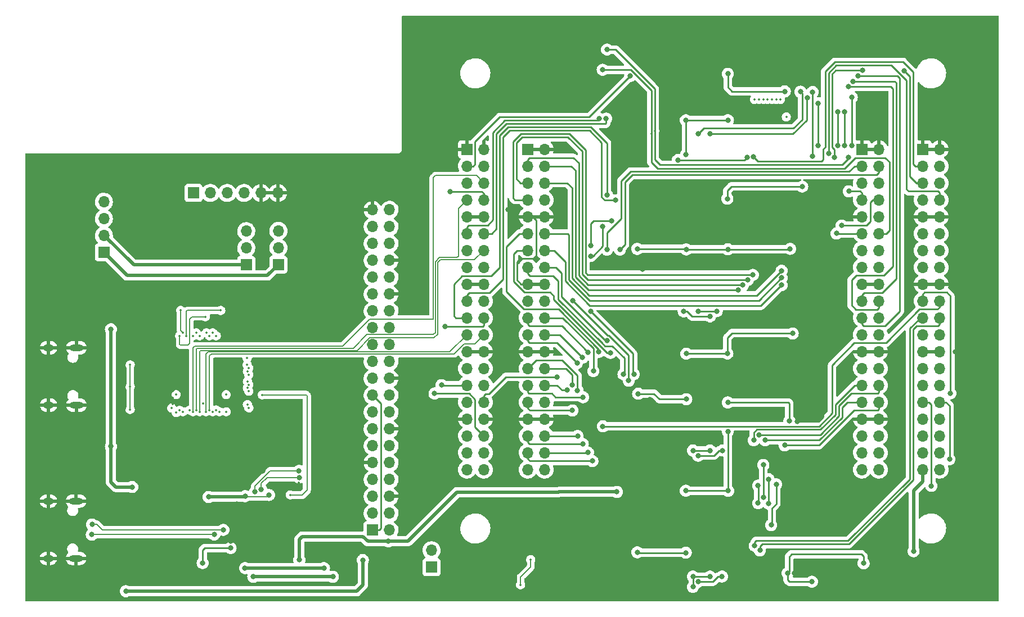
<source format=gbl>
G04 #@! TF.GenerationSoftware,KiCad,Pcbnew,(6.0.7)*
G04 #@! TF.CreationDate,2023-08-17T19:04:11+07:00*
G04 #@! TF.ProjectId,ECELab_v1,4543454c-6162-45f7-9631-2e6b69636164,rev?*
G04 #@! TF.SameCoordinates,Original*
G04 #@! TF.FileFunction,Copper,L4,Bot*
G04 #@! TF.FilePolarity,Positive*
%FSLAX46Y46*%
G04 Gerber Fmt 4.6, Leading zero omitted, Abs format (unit mm)*
G04 Created by KiCad (PCBNEW (6.0.7)) date 2023-08-17 19:04:11*
%MOMM*%
%LPD*%
G01*
G04 APERTURE LIST*
G04 #@! TA.AperFunction,ComponentPad*
%ADD10R,1.700000X1.700000*%
G04 #@! TD*
G04 #@! TA.AperFunction,ComponentPad*
%ADD11O,1.700000X1.700000*%
G04 #@! TD*
G04 #@! TA.AperFunction,ComponentPad*
%ADD12O,1.600000X1.000000*%
G04 #@! TD*
G04 #@! TA.AperFunction,ComponentPad*
%ADD13O,2.100000X1.000000*%
G04 #@! TD*
G04 #@! TA.AperFunction,ViaPad*
%ADD14C,0.800000*%
G04 #@! TD*
G04 #@! TA.AperFunction,ViaPad*
%ADD15C,0.350000*%
G04 #@! TD*
G04 #@! TA.AperFunction,Conductor*
%ADD16C,0.250000*%
G04 #@! TD*
G04 #@! TA.AperFunction,Conductor*
%ADD17C,0.254000*%
G04 #@! TD*
G04 #@! TA.AperFunction,Conductor*
%ADD18C,0.508000*%
G04 #@! TD*
G04 #@! TA.AperFunction,Conductor*
%ADD19C,0.127000*%
G04 #@! TD*
G04 #@! TA.AperFunction,Conductor*
%ADD20C,0.190500*%
G04 #@! TD*
G04 APERTURE END LIST*
D10*
X165582600Y-146431000D03*
D11*
X165582600Y-143891000D03*
D10*
X142544800Y-100863400D03*
D11*
X142544800Y-98323400D03*
X142544800Y-95783400D03*
D10*
X170917000Y-83477000D03*
D11*
X173457000Y-83477000D03*
X170917000Y-86017000D03*
X173457000Y-86017000D03*
X170917000Y-88557000D03*
X173457000Y-88557000D03*
X170917000Y-91097000D03*
X173457000Y-91097000D03*
X170917000Y-93637000D03*
X173457000Y-93637000D03*
X170917000Y-96177000D03*
X173457000Y-96177000D03*
X170917000Y-98717000D03*
X173457000Y-98717000D03*
X170917000Y-101257000D03*
X173457000Y-101257000D03*
X170917000Y-103797000D03*
X173457000Y-103797000D03*
X170917000Y-106337000D03*
X173457000Y-106337000D03*
X170917000Y-108877000D03*
X173457000Y-108877000D03*
X170917000Y-111417000D03*
X173457000Y-111417000D03*
X170917000Y-113957000D03*
X173457000Y-113957000D03*
X170917000Y-116497000D03*
X173457000Y-116497000D03*
X170917000Y-119037000D03*
X173457000Y-119037000D03*
X170917000Y-121577000D03*
X173457000Y-121577000D03*
X170917000Y-124117000D03*
X173457000Y-124117000D03*
X170917000Y-126657000D03*
X173457000Y-126657000D03*
X170917000Y-129197000D03*
X173457000Y-129197000D03*
X170917000Y-131737000D03*
X173457000Y-131737000D03*
D10*
X239497000Y-83477000D03*
D11*
X242037000Y-83477000D03*
X239497000Y-86017000D03*
X242037000Y-86017000D03*
X239497000Y-88557000D03*
X242037000Y-88557000D03*
X239497000Y-91097000D03*
X242037000Y-91097000D03*
X239497000Y-93637000D03*
X242037000Y-93637000D03*
X239497000Y-96177000D03*
X242037000Y-96177000D03*
X239497000Y-98717000D03*
X242037000Y-98717000D03*
X239497000Y-101257000D03*
X242037000Y-101257000D03*
X239497000Y-103797000D03*
X242037000Y-103797000D03*
X239497000Y-106337000D03*
X242037000Y-106337000D03*
X239497000Y-108877000D03*
X242037000Y-108877000D03*
X239497000Y-111417000D03*
X242037000Y-111417000D03*
X239497000Y-113957000D03*
X242037000Y-113957000D03*
X239497000Y-116497000D03*
X242037000Y-116497000D03*
X239497000Y-119037000D03*
X242037000Y-119037000D03*
X239497000Y-121577000D03*
X242037000Y-121577000D03*
X239497000Y-124117000D03*
X242037000Y-124117000D03*
X239497000Y-126657000D03*
X242037000Y-126657000D03*
X239497000Y-129197000D03*
X242037000Y-129197000D03*
X239497000Y-131737000D03*
X242037000Y-131737000D03*
D12*
X107966800Y-113383600D03*
D13*
X112146800Y-122023600D03*
X112146800Y-113383600D03*
D12*
X107966800Y-122023600D03*
D13*
X112111000Y-145118800D03*
X112111000Y-136478800D03*
D12*
X107931000Y-136478800D03*
X107931000Y-145118800D03*
D10*
X116281200Y-99009200D03*
D11*
X116281200Y-96469200D03*
X116281200Y-93929200D03*
X116281200Y-91389200D03*
D10*
X156732400Y-140860800D03*
D11*
X159272400Y-140860800D03*
X156732400Y-138320800D03*
X159272400Y-138320800D03*
X156732400Y-135780800D03*
X159272400Y-135780800D03*
X156732400Y-133240800D03*
X159272400Y-133240800D03*
X156732400Y-130700800D03*
X159272400Y-130700800D03*
X156732400Y-128160800D03*
X159272400Y-128160800D03*
X156732400Y-125620800D03*
X159272400Y-125620800D03*
X156732400Y-123080800D03*
X159272400Y-123080800D03*
X156732400Y-120540800D03*
X159272400Y-120540800D03*
X156732400Y-118000800D03*
X159272400Y-118000800D03*
X156732400Y-115460800D03*
X159272400Y-115460800D03*
X156732400Y-112920800D03*
X159272400Y-112920800D03*
X156732400Y-110380800D03*
X159272400Y-110380800D03*
X156732400Y-107840800D03*
X159272400Y-107840800D03*
X156732400Y-105300800D03*
X159272400Y-105300800D03*
X156732400Y-102760800D03*
X159272400Y-102760800D03*
X156732400Y-100220800D03*
X159272400Y-100220800D03*
X156732400Y-97680800D03*
X159272400Y-97680800D03*
X156732400Y-95140800D03*
X159272400Y-95140800D03*
X156732400Y-92600800D03*
X159272400Y-92600800D03*
D10*
X137705800Y-100888400D03*
D11*
X137705800Y-98348400D03*
X137705800Y-95808400D03*
D10*
X129768600Y-90059400D03*
D11*
X132308600Y-90059400D03*
X134848600Y-90059400D03*
X137388600Y-90059400D03*
X139928600Y-90059400D03*
X142468600Y-90059400D03*
D10*
X180061000Y-83477000D03*
D11*
X182601000Y-83477000D03*
X180061000Y-86017000D03*
X182601000Y-86017000D03*
X180061000Y-88557000D03*
X182601000Y-88557000D03*
X180061000Y-91097000D03*
X182601000Y-91097000D03*
X180061000Y-93637000D03*
X182601000Y-93637000D03*
X180061000Y-96177000D03*
X182601000Y-96177000D03*
X180061000Y-98717000D03*
X182601000Y-98717000D03*
X180061000Y-101257000D03*
X182601000Y-101257000D03*
X180061000Y-103797000D03*
X182601000Y-103797000D03*
X180061000Y-106337000D03*
X182601000Y-106337000D03*
X180061000Y-108877000D03*
X182601000Y-108877000D03*
X180061000Y-111417000D03*
X182601000Y-111417000D03*
X180061000Y-113957000D03*
X182601000Y-113957000D03*
X180061000Y-116497000D03*
X182601000Y-116497000D03*
X180061000Y-119037000D03*
X182601000Y-119037000D03*
X180061000Y-121577000D03*
X182601000Y-121577000D03*
X180061000Y-124117000D03*
X182601000Y-124117000D03*
X180061000Y-126657000D03*
X182601000Y-126657000D03*
X180061000Y-129197000D03*
X182601000Y-129197000D03*
X180061000Y-131737000D03*
X182601000Y-131737000D03*
D10*
X230353000Y-83477000D03*
D11*
X232893000Y-83477000D03*
X230353000Y-86017000D03*
X232893000Y-86017000D03*
X230353000Y-88557000D03*
X232893000Y-88557000D03*
X230353000Y-91097000D03*
X232893000Y-91097000D03*
X230353000Y-93637000D03*
X232893000Y-93637000D03*
X230353000Y-96177000D03*
X232893000Y-96177000D03*
X230353000Y-98717000D03*
X232893000Y-98717000D03*
X230353000Y-101257000D03*
X232893000Y-101257000D03*
X230353000Y-103797000D03*
X232893000Y-103797000D03*
X230353000Y-106337000D03*
X232893000Y-106337000D03*
X230353000Y-108877000D03*
X232893000Y-108877000D03*
X230353000Y-111417000D03*
X232893000Y-111417000D03*
X230353000Y-113957000D03*
X232893000Y-113957000D03*
X230353000Y-116497000D03*
X232893000Y-116497000D03*
X230353000Y-119037000D03*
X232893000Y-119037000D03*
X230353000Y-121577000D03*
X232893000Y-121577000D03*
X230353000Y-124117000D03*
X232893000Y-124117000D03*
X230353000Y-126657000D03*
X232893000Y-126657000D03*
X230353000Y-129197000D03*
X232893000Y-129197000D03*
X230353000Y-131737000D03*
X232893000Y-131737000D03*
D14*
X221938500Y-90347800D03*
D15*
X126663600Y-121894600D03*
X123799600Y-114935000D03*
D14*
X198025000Y-143075000D03*
X176530000Y-132080000D03*
X136311400Y-136918200D03*
X221175000Y-98591498D03*
X236220000Y-127000000D03*
X220230990Y-147314982D03*
X135347047Y-142551047D03*
X221288500Y-135991600D03*
D15*
X133680200Y-115443000D03*
D14*
X129251400Y-144253200D03*
D15*
X114706400Y-120954800D03*
D14*
X129251400Y-139173200D03*
D15*
X124155200Y-124358400D03*
X126136400Y-111150400D03*
D14*
X197281500Y-75057000D03*
D15*
X138912600Y-115443000D03*
D14*
X212950000Y-70100000D03*
X220600000Y-124454502D03*
X197333500Y-101577367D03*
X133451600Y-134264400D03*
D15*
X114376200Y-114427000D03*
X140106400Y-121412000D03*
D14*
X227330000Y-127000000D03*
X224500000Y-122150000D03*
D15*
X145567400Y-133756400D03*
X126644400Y-120929400D03*
D14*
X144161400Y-137118200D03*
X134483800Y-145142200D03*
D15*
X133959600Y-108712000D03*
X126619000Y-116941600D03*
D14*
X140160163Y-131969437D03*
X221288500Y-113233200D03*
X197025000Y-118775000D03*
X199231500Y-68021200D03*
X153390600Y-144221200D03*
X220068346Y-75663010D03*
D15*
X126644400Y-119938800D03*
D14*
X236220000Y-132080000D03*
X244440700Y-113995200D03*
D15*
X126796800Y-107746800D03*
X131191000Y-121818400D03*
D14*
X177130500Y-92608400D03*
X136286400Y-144718200D03*
X198450000Y-121175000D03*
X120548400Y-134366000D03*
D15*
X180517800Y-145288000D03*
D14*
X155244800Y-145364200D03*
X117348000Y-128244600D03*
X117348000Y-110591600D03*
X119583200Y-150063200D03*
D15*
X178993800Y-149098000D03*
D14*
X238125000Y-144043400D03*
X203850000Y-134914400D03*
X219545500Y-98475000D03*
X145694400Y-145338800D03*
X196551012Y-98477571D03*
X141128354Y-135558773D03*
X203860400Y-79095600D03*
D15*
X120243600Y-115951000D03*
D14*
X230606600Y-145846800D03*
X222825000Y-148625000D03*
X193471800Y-135102600D03*
X221374200Y-89090000D03*
X137536400Y-135743200D03*
X131140200Y-145821400D03*
X210108800Y-114249200D03*
X210185000Y-79095600D03*
X218744800Y-74751500D03*
X135347495Y-143550549D03*
X210168062Y-125992100D03*
X210175000Y-72110600D03*
X196555089Y-144203422D03*
X203925000Y-98563600D03*
X219938600Y-111226600D03*
X219177808Y-147340933D03*
D15*
X120243600Y-122682000D03*
D14*
X210100000Y-90932000D03*
X203860400Y-84309500D03*
X219443000Y-124425590D03*
X196683500Y-120300000D03*
X132045400Y-135871200D03*
D15*
X120243600Y-119227600D03*
D14*
X159080200Y-142544800D03*
X210210400Y-134924800D03*
X203925000Y-121125000D03*
X210170000Y-98550000D03*
X210170000Y-121625600D03*
X203850000Y-144257000D03*
X203925000Y-114263000D03*
D15*
X140106400Y-120472200D03*
X127177800Y-120446800D03*
X134696200Y-120446800D03*
X144322800Y-135559800D03*
D14*
X114468600Y-141535400D03*
X132883600Y-141510000D03*
X134259237Y-140815250D03*
X114494000Y-140011400D03*
X188386635Y-120827800D03*
D15*
X128193800Y-111125000D03*
X127838200Y-107746800D03*
X127685800Y-111582200D03*
X131572000Y-108712000D03*
X133873200Y-107762000D03*
X128676400Y-111582200D03*
D14*
X137515600Y-146583400D03*
X149402800Y-146583400D03*
X209296000Y-147853400D03*
X205714600Y-148631471D03*
X208508600Y-107857300D03*
X205714600Y-107873800D03*
X209389562Y-128854700D03*
X221107000Y-74805500D03*
X205689200Y-81178400D03*
X205714600Y-129641600D03*
X150749000Y-147878800D03*
X138760200Y-147878800D03*
X204927200Y-149410400D03*
X222143500Y-75692000D03*
X207467200Y-81178400D03*
X204936100Y-128863100D03*
X207492600Y-147853400D03*
X207492600Y-108661200D03*
X207492600Y-128863100D03*
X203530200Y-107899200D03*
X204936100Y-147853400D03*
X139972658Y-134727322D03*
X145669249Y-132931628D03*
X139031374Y-135063462D03*
X145650717Y-131932297D03*
X186009969Y-119786400D03*
X186788469Y-122834400D03*
X187566969Y-126669800D03*
X188345469Y-127889000D03*
X189123969Y-129184400D03*
X189794164Y-130454400D03*
X195490790Y-72436638D03*
D15*
X137845800Y-115951000D03*
D14*
X168385500Y-89865200D03*
D15*
X138101729Y-116437264D03*
X137871200Y-116941600D03*
X138099800Y-117449600D03*
D14*
X167589200Y-110159800D03*
X167081200Y-119024400D03*
D15*
X137871200Y-118440200D03*
X138099800Y-118948200D03*
D14*
X166039800Y-120269000D03*
X212445025Y-103944000D03*
X211696023Y-104705500D03*
X213192931Y-103169000D03*
X218266197Y-101773803D03*
X213938803Y-102394500D03*
X213055200Y-84658200D03*
X202675000Y-85079000D03*
X190748128Y-114001072D03*
X218259294Y-102842400D03*
X192506600Y-114147600D03*
X218267726Y-103937056D03*
X194471300Y-117362742D03*
X191995627Y-112333167D03*
X196033500Y-117374947D03*
X189509330Y-107864964D03*
X186839208Y-106302192D03*
X195254183Y-118334217D03*
X189162700Y-114046000D03*
X189941200Y-116890800D03*
X187477192Y-115696792D03*
X188315600Y-114858800D03*
X187553600Y-119791608D03*
X186754908Y-119013108D03*
X228360603Y-84660603D03*
X192000000Y-68450000D03*
D15*
X199175000Y-80684000D03*
X137864566Y-119444806D03*
X138100815Y-119940931D03*
X198673500Y-81178400D03*
D14*
X191336603Y-71486603D03*
D15*
X214198200Y-75971400D03*
X129692400Y-111582200D03*
X130200400Y-111125000D03*
X214858600Y-75971400D03*
X218975000Y-78600000D03*
X137845800Y-114935000D03*
X218109800Y-75971400D03*
X133197600Y-111582200D03*
X217449400Y-75971400D03*
X132689600Y-111125000D03*
X216814400Y-75971400D03*
X132181600Y-111582200D03*
X131699000Y-111125000D03*
X216154000Y-75971400D03*
X215519000Y-75971400D03*
X130683000Y-111582200D03*
D14*
X228998028Y-73230500D03*
X228307260Y-74025928D03*
X229800000Y-72450000D03*
X191363600Y-125225000D03*
D15*
X128193800Y-123012200D03*
X129184400Y-122783600D03*
X129690269Y-123013215D03*
X130186394Y-122776966D03*
D14*
X190820997Y-78854500D03*
D15*
X126492000Y-122453400D03*
X127177841Y-123139200D03*
D14*
X191874500Y-78854500D03*
D15*
X127683600Y-122808120D03*
X130683000Y-123012200D03*
X133193936Y-122756271D03*
X133680200Y-123012200D03*
D14*
X193300000Y-91150000D03*
X189556603Y-97989603D03*
X192656336Y-94292568D03*
D15*
X134696200Y-123012200D03*
X138106434Y-122442006D03*
D14*
X192000000Y-90369500D03*
D15*
X131673600Y-123012200D03*
X132181600Y-122758200D03*
X132689600Y-123012200D03*
X137871200Y-121945400D03*
D14*
X191350000Y-95073068D03*
X189541462Y-99555500D03*
X184457288Y-117788907D03*
X191997569Y-98599328D03*
X193937396Y-98591498D03*
X228371400Y-89814400D03*
X227306397Y-94972397D03*
X226527897Y-96164400D03*
X214071200Y-127304800D03*
X214858600Y-126492000D03*
X215798400Y-127304800D03*
X218719400Y-128083300D03*
X217449400Y-133950700D03*
X216695661Y-140092612D03*
X216297501Y-133172200D03*
X216293500Y-136829800D03*
X215519000Y-131038600D03*
X215519000Y-135940800D03*
X214731600Y-134154300D03*
X214736500Y-136779000D03*
X214054356Y-84631906D03*
X230436165Y-71610262D03*
X236702600Y-71625000D03*
X226186500Y-84669500D03*
X227775000Y-77819500D03*
X227771571Y-82949012D03*
X225327776Y-84059205D03*
X226718143Y-82936500D03*
X226721720Y-77797880D03*
X223763500Y-76525000D03*
X223750000Y-82936500D03*
X228825000Y-82936500D03*
X228825000Y-75650000D03*
X222925000Y-74850000D03*
X222925000Y-84511500D03*
X243662200Y-120243600D03*
X214213817Y-143207906D03*
X214993500Y-143916400D03*
X240792000Y-134188200D03*
X243535200Y-130175000D03*
D16*
X178460400Y-103174800D02*
X178460400Y-100431600D01*
X181356000Y-99669600D02*
X181356000Y-94157800D01*
X181076600Y-99949000D02*
X181356000Y-99669600D01*
D17*
X224500000Y-123775000D02*
X224500000Y-122150000D01*
D16*
X177130500Y-92608400D02*
X177469800Y-92608400D01*
D17*
X220604502Y-124450000D02*
X223825000Y-124450000D01*
D16*
X180061000Y-103797000D02*
X179082600Y-103797000D01*
X180835200Y-93637000D02*
X180061000Y-93637000D01*
X181356000Y-94157800D02*
X180835200Y-93637000D01*
X178498400Y-93637000D02*
X180061000Y-93637000D01*
X178943000Y-99949000D02*
X181076600Y-99949000D01*
X178460400Y-100431600D02*
X178943000Y-99949000D01*
D17*
X223825000Y-124450000D02*
X224500000Y-123775000D01*
D16*
X179082600Y-103797000D02*
X178460400Y-103174800D01*
D17*
X220600000Y-124454502D02*
X220604502Y-124450000D01*
D16*
X177469800Y-92608400D02*
X178498400Y-93637000D01*
D18*
X117348000Y-110591600D02*
X117348000Y-128244600D01*
X154330400Y-150063200D02*
X155244800Y-149148800D01*
D19*
X178993800Y-147929600D02*
X180517800Y-146405600D01*
D18*
X117348000Y-133629400D02*
X118084600Y-134366000D01*
D19*
X180517800Y-146405600D02*
X180517800Y-145288000D01*
D18*
X119583200Y-150063200D02*
X154330400Y-150063200D01*
X155244800Y-149148800D02*
X155244800Y-145364200D01*
X118084600Y-134366000D02*
X120548400Y-134366000D01*
D19*
X178993800Y-149098000D02*
X178993800Y-147929600D01*
D18*
X117348000Y-128244600D02*
X117348000Y-133629400D01*
X238125000Y-134924800D02*
X239497000Y-133552800D01*
X239497000Y-133552800D02*
X239497000Y-131737000D01*
X238125000Y-144043400D02*
X238125000Y-134924800D01*
D16*
X135347495Y-143550549D02*
X131480651Y-143550549D01*
D18*
X132070800Y-135845800D02*
X137433800Y-135845800D01*
D17*
X210680800Y-89090000D02*
X210100000Y-89670800D01*
D18*
X137433800Y-135845800D02*
X137536400Y-135743200D01*
D20*
X140866385Y-135820742D02*
X137613942Y-135820742D01*
D18*
X169418000Y-135128000D02*
X184708800Y-135128000D01*
D17*
X210175000Y-74132600D02*
X210793900Y-74751500D01*
X196683500Y-120300000D02*
X199075000Y-120300000D01*
X219545500Y-98475000D02*
X219470500Y-98550000D01*
X196551012Y-98477571D02*
X203838971Y-98477571D01*
D16*
X219887800Y-111175800D02*
X210769200Y-111175800D01*
D17*
X230275000Y-144500000D02*
X230606600Y-144831600D01*
D18*
X159080200Y-142544800D02*
X162001200Y-142544800D01*
X145685200Y-145329600D02*
X145685200Y-142274600D01*
D17*
X219750000Y-144500000D02*
X230275000Y-144500000D01*
D16*
X210168062Y-125992100D02*
X210168062Y-134882462D01*
D18*
X162001200Y-142544800D02*
X169418000Y-135128000D01*
D17*
X210175000Y-72110600D02*
X210175000Y-74132600D01*
X221374200Y-89090000D02*
X210680800Y-89090000D01*
D16*
X203938800Y-114249200D02*
X203925000Y-114263000D01*
X219400000Y-144850000D02*
X219400000Y-147118741D01*
D18*
X184734200Y-135102600D02*
X193471800Y-135102600D01*
X145694400Y-145338800D02*
X145685200Y-145329600D01*
D17*
X203860400Y-79095600D02*
X210185000Y-79095600D01*
X203938600Y-98550000D02*
X203925000Y-98563600D01*
D16*
X219700000Y-144550000D02*
X219400000Y-144850000D01*
X219425000Y-124407590D02*
X219425000Y-121775000D01*
D17*
X199900000Y-121125000D02*
X203925000Y-121125000D01*
D16*
X219938600Y-111226600D02*
X219887800Y-111175800D01*
X210769200Y-111175800D02*
X210108800Y-111836200D01*
X219425000Y-121775000D02*
X219275000Y-121625000D01*
X210210400Y-134924800D02*
X203860400Y-134924800D01*
D20*
X141128354Y-135558773D02*
X140866385Y-135820742D01*
D18*
X132045400Y-135871200D02*
X132070800Y-135845800D01*
D16*
X219443000Y-124425590D02*
X219425000Y-124407590D01*
D18*
X155244800Y-141808200D02*
X155981400Y-142544800D01*
D16*
X210108800Y-114249200D02*
X203938800Y-114249200D01*
D17*
X199075000Y-120300000D02*
X199900000Y-121125000D01*
D16*
X196608667Y-144257000D02*
X203850000Y-144257000D01*
D17*
X203838971Y-98477571D02*
X203925000Y-98563600D01*
D16*
X131140200Y-143891000D02*
X131140200Y-145821400D01*
D18*
X145685200Y-142274600D02*
X146151600Y-141808200D01*
D17*
X210793900Y-74751500D02*
X218744800Y-74751500D01*
X203860400Y-79095600D02*
X203860400Y-84309500D01*
X219177808Y-148377808D02*
X219177808Y-147340933D01*
D16*
X196555089Y-144203422D02*
X196608667Y-144257000D01*
X203860400Y-134924800D02*
X203850000Y-134914400D01*
X210168062Y-134882462D02*
X210210400Y-134924800D01*
D17*
X222825000Y-148625000D02*
X219425000Y-148625000D01*
X210100000Y-89670800D02*
X210100000Y-90932000D01*
X219700000Y-144550000D02*
X219750000Y-144500000D01*
X230606600Y-144831600D02*
X230606600Y-145846800D01*
D16*
X219400000Y-147118741D02*
X219177808Y-147340933D01*
D19*
X120243600Y-122682000D02*
X120243600Y-119227600D01*
D20*
X137613942Y-135820742D02*
X137536400Y-135743200D01*
D19*
X120243600Y-115951000D02*
X120243600Y-119227600D01*
D16*
X210170600Y-121625000D02*
X210170000Y-121625600D01*
X219275000Y-121625000D02*
X210170600Y-121625000D01*
D17*
X210170000Y-98550000D02*
X203938600Y-98550000D01*
X219470500Y-98550000D02*
X210170000Y-98550000D01*
D18*
X146151600Y-141808200D02*
X155244800Y-141808200D01*
X155981400Y-142544800D02*
X159080200Y-142544800D01*
D16*
X131480651Y-143550549D02*
X131140200Y-143891000D01*
D17*
X219425000Y-148625000D02*
X219177808Y-148377808D01*
X184708800Y-135128000D02*
X184734200Y-135102600D01*
D16*
X210108800Y-111836200D02*
X210108800Y-114249200D01*
D20*
X146126200Y-135559800D02*
X146837400Y-134848600D01*
X146837400Y-134848600D02*
X146837400Y-120599200D01*
X144322800Y-135559800D02*
X146126200Y-135559800D01*
X146710400Y-120472200D02*
X140106400Y-120472200D01*
X146837400Y-120599200D02*
X146710400Y-120472200D01*
X132858200Y-141535400D02*
X114468600Y-141535400D01*
X132883600Y-141510000D02*
X132858200Y-141535400D01*
X134259237Y-140815250D02*
X132595118Y-140815250D01*
X115205200Y-140011400D02*
X114494000Y-140011400D01*
X116018000Y-140824200D02*
X115205200Y-140011400D01*
X132586168Y-140824200D02*
X116018000Y-140824200D01*
X132595118Y-140815250D02*
X132586168Y-140824200D01*
D18*
X116349200Y-96469200D02*
X120768400Y-100888400D01*
X116281200Y-96469200D02*
X116349200Y-96469200D01*
X120768400Y-100888400D02*
X137705800Y-100888400D01*
D16*
X184200800Y-120827800D02*
X183667400Y-120294400D01*
X188386635Y-120827800D02*
X184200800Y-120827800D01*
X180061000Y-120091600D02*
X180061000Y-119037000D01*
X180263800Y-120294400D02*
X180061000Y-120091600D01*
X183667400Y-120294400D02*
X180263800Y-120294400D01*
D19*
X127838200Y-110769400D02*
X128193800Y-111125000D01*
X127838200Y-107746800D02*
X127838200Y-110769400D01*
D17*
X156732400Y-120540800D02*
X157986879Y-121795279D01*
X157741600Y-140860800D02*
X156732400Y-140860800D01*
X157986879Y-140615521D02*
X157741600Y-140860800D01*
X157986879Y-121795279D02*
X157986879Y-140615521D01*
D19*
X129184400Y-109067600D02*
X129184400Y-112750600D01*
X127685800Y-112877600D02*
X127685800Y-111582200D01*
X129184400Y-112750600D02*
X128930400Y-113004600D01*
X131572000Y-108712000D02*
X129540000Y-108712000D01*
X127812800Y-113004600D02*
X127685800Y-112877600D01*
X129540000Y-108712000D02*
X129184400Y-109067600D01*
X128930400Y-113004600D02*
X127812800Y-113004600D01*
X128676400Y-107924600D02*
X128676400Y-111582200D01*
X128839000Y-107762000D02*
X128676400Y-107924600D01*
X133873200Y-107762000D02*
X128839000Y-107762000D01*
D18*
X137515600Y-146583400D02*
X149402800Y-146583400D01*
D16*
X205715029Y-148631900D02*
X205714600Y-148631471D01*
X206552800Y-80314800D02*
X205689200Y-81178400D01*
X221364500Y-75063000D02*
X221364500Y-79015900D01*
X205714600Y-107873800D02*
X205731600Y-107856800D01*
X205731600Y-107856800D02*
X208508100Y-107856800D01*
X221107000Y-74805500D02*
X221364500Y-75063000D01*
X207942773Y-148631900D02*
X208721273Y-147853400D01*
X208721273Y-147853400D02*
X209296000Y-147853400D01*
X208838300Y-128854700D02*
X208051400Y-129641600D01*
X209389562Y-128854700D02*
X208838300Y-128854700D01*
X205715029Y-148631900D02*
X207942773Y-148631900D01*
X208051400Y-129641600D02*
X205714600Y-129641600D01*
X221364500Y-79015900D02*
X220065600Y-80314800D01*
X220065600Y-80314800D02*
X206552800Y-80314800D01*
X208508100Y-107856800D02*
X208508600Y-107857300D01*
D18*
X138760200Y-147878800D02*
X150749000Y-147878800D01*
X140893800Y-102514400D02*
X142544800Y-100863400D01*
X116281200Y-99009200D02*
X119786400Y-102514400D01*
X119786400Y-102514400D02*
X140893800Y-102514400D01*
D16*
X208229200Y-81178400D02*
X207467200Y-81178400D01*
X207492600Y-128863100D02*
X207483700Y-128854200D01*
X222021400Y-75814100D02*
X222021400Y-79071764D01*
D17*
X204927200Y-149410400D02*
X204927200Y-147862300D01*
D16*
X219914764Y-81178400D02*
X208229200Y-81178400D01*
X204012800Y-107899200D02*
X203530200Y-107899200D01*
X207483700Y-128854200D02*
X204945000Y-128854200D01*
X204936100Y-147853400D02*
X207492600Y-147853400D01*
X204945000Y-128854200D02*
X204936100Y-128863100D01*
X222021400Y-79071764D02*
X219914764Y-81178400D01*
X207492600Y-108661200D02*
X204774800Y-108661200D01*
X222143500Y-75692000D02*
X222021400Y-75814100D01*
D17*
X204927200Y-147862300D02*
X204936100Y-147853400D01*
D16*
X204774800Y-108661200D02*
X204012800Y-107899200D01*
D20*
X139972658Y-133831942D02*
X139972658Y-134727322D01*
X145655821Y-132918200D02*
X140886400Y-132918200D01*
X140886400Y-132918200D02*
X139972658Y-133831942D01*
X145669249Y-132931628D02*
X145655821Y-132918200D01*
X139031374Y-134220976D02*
X141320053Y-131932297D01*
X141320053Y-131932297D02*
X145650717Y-131932297D01*
X139031374Y-135063462D02*
X139031374Y-134220976D01*
D16*
X185191400Y-119786400D02*
X184442000Y-119037000D01*
X186009969Y-119786400D02*
X185191400Y-119786400D01*
X184442000Y-119037000D02*
X182601000Y-119037000D01*
X180061000Y-122530000D02*
X180061000Y-121577000D01*
X186788469Y-122834400D02*
X180365400Y-122834400D01*
X180365400Y-122834400D02*
X180061000Y-122530000D01*
X187566969Y-126669800D02*
X187554169Y-126657000D01*
X187554169Y-126657000D02*
X182601000Y-126657000D01*
X188345469Y-127889000D02*
X180340000Y-127889000D01*
X180061000Y-127610000D02*
X180061000Y-126657000D01*
X180340000Y-127889000D02*
X180061000Y-127610000D01*
X189123969Y-129184400D02*
X189111369Y-129197000D01*
X189111369Y-129197000D02*
X182601000Y-129197000D01*
X189794164Y-130454400D02*
X180365400Y-130454400D01*
X180061000Y-130150000D02*
X180061000Y-129197000D01*
X180365400Y-130454400D02*
X180061000Y-130150000D01*
D17*
X172148000Y-82324000D02*
X172148000Y-85727000D01*
X171858000Y-86017000D02*
X170917000Y-86017000D01*
X189314428Y-78613000D02*
X175859000Y-78613000D01*
X175859000Y-78613000D02*
X172148000Y-82324000D01*
X195490790Y-72436638D02*
X189314428Y-78613000D01*
X172148000Y-85727000D02*
X171858000Y-86017000D01*
X173457000Y-90132000D02*
X173457000Y-91097000D01*
X168385500Y-89865200D02*
X168409908Y-89840792D01*
X173165792Y-89840792D02*
X173457000Y-90132000D01*
X168409908Y-89840792D02*
X173165792Y-89840792D01*
X173275000Y-110150000D02*
X173457000Y-109968000D01*
X167589200Y-110159800D02*
X167599000Y-110150000D01*
X173457000Y-109968000D02*
X173457000Y-108877000D01*
X167599000Y-110150000D02*
X173275000Y-110150000D01*
X167093800Y-119037000D02*
X170917000Y-119037000D01*
X167081200Y-119024400D02*
X167093800Y-119037000D01*
X172150000Y-121145470D02*
X172150000Y-125350000D01*
X172150000Y-125350000D02*
X173457000Y-126657000D01*
X166039800Y-120269000D02*
X171273530Y-120269000D01*
X171273530Y-120269000D02*
X172150000Y-121145470D01*
X186933800Y-84775000D02*
X180300000Y-84775000D01*
X189152960Y-103925000D02*
X187731400Y-102503440D01*
X180300000Y-84775000D02*
X180061000Y-85014000D01*
X212445025Y-103944000D02*
X212426025Y-103925000D01*
X212426025Y-103925000D02*
X189152960Y-103925000D01*
X180061000Y-85014000D02*
X180061000Y-86017000D01*
X187731400Y-85572600D02*
X186933800Y-84775000D01*
X187731400Y-102503440D02*
X187731400Y-85572600D01*
X187223400Y-102713860D02*
X187223400Y-86639400D01*
X211690523Y-104700000D02*
X189209540Y-104700000D01*
X187223400Y-86639400D02*
X186601000Y-86017000D01*
X189209540Y-104700000D02*
X187223400Y-102713860D01*
X211696023Y-104705500D02*
X211690523Y-104700000D01*
X186601000Y-86017000D02*
X182601000Y-86017000D01*
X189109880Y-103163500D02*
X188239400Y-102293020D01*
X178375000Y-87950000D02*
X178982000Y-88557000D01*
X188239400Y-83789400D02*
X186111000Y-81661000D01*
X179197000Y-81661000D02*
X178375000Y-82483000D01*
X178375000Y-82483000D02*
X178375000Y-87950000D01*
X213187431Y-103163500D02*
X189109880Y-103163500D01*
X213192931Y-103169000D02*
X213187431Y-103163500D01*
X178982000Y-88557000D02*
X180061000Y-88557000D01*
X186111000Y-81661000D02*
X179197000Y-81661000D01*
X188239400Y-102293020D02*
X188239400Y-83789400D01*
X186715400Y-102924280D02*
X186715400Y-89255600D01*
X218224097Y-101773803D02*
X214497900Y-105500000D01*
X214497900Y-105500000D02*
X199549001Y-105500000D01*
X189291620Y-105500500D02*
X186715400Y-102924280D01*
X199549001Y-105500000D02*
X199548501Y-105500500D01*
X186016800Y-88557000D02*
X182601000Y-88557000D01*
X199548501Y-105500500D02*
X189291620Y-105500500D01*
X186715400Y-89255600D02*
X186016800Y-88557000D01*
X218266197Y-101773803D02*
X218224097Y-101773803D01*
X188747400Y-102082600D02*
X188747400Y-83578980D01*
X213938803Y-102394500D02*
X213932803Y-102388500D01*
X186321420Y-81153000D02*
X179019200Y-81153000D01*
X189053300Y-102388500D02*
X188747400Y-102082600D01*
X177867000Y-82305200D02*
X177867000Y-90821200D01*
X213932803Y-102388500D02*
X189053300Y-102388500D01*
X179019200Y-81153000D02*
X177867000Y-82305200D01*
X177867000Y-90821200D02*
X178142800Y-91097000D01*
X178142800Y-91097000D02*
X180061000Y-91097000D01*
X188747400Y-83578980D02*
X186321420Y-81153000D01*
X202686000Y-85090000D02*
X202675000Y-85079000D01*
X213055200Y-84658200D02*
X212623400Y-85090000D01*
X212623400Y-85090000D02*
X202686000Y-85090000D01*
D16*
X176856000Y-98149800D02*
X178828800Y-96177000D01*
X190748128Y-114001072D02*
X190748128Y-113612869D01*
X190748128Y-113612869D02*
X184704259Y-107569000D01*
X176856000Y-104923200D02*
X176856000Y-98149800D01*
X178828800Y-96177000D02*
X180061000Y-96177000D01*
X179501800Y-107569000D02*
X176856000Y-104923200D01*
X184704259Y-107569000D02*
X179501800Y-107569000D01*
D17*
X214825987Y-106275000D02*
X189347700Y-106275000D01*
X218258587Y-102842400D02*
X214825987Y-106275000D01*
X186207400Y-103134700D02*
X186207400Y-96342200D01*
X218259294Y-102842400D02*
X218258587Y-102842400D01*
X189347700Y-106275000D02*
X186207400Y-103134700D01*
X186042200Y-96177000D02*
X182601000Y-96177000D01*
X186207400Y-96342200D02*
X186042200Y-96177000D01*
D16*
X183413400Y-105054400D02*
X179578000Y-105054400D01*
X183953254Y-105594254D02*
X183413400Y-105054400D01*
X191995623Y-114147600D02*
X183953254Y-106105231D01*
X183953254Y-106105231D02*
X183953254Y-105594254D01*
X177956400Y-99233800D02*
X178473200Y-98717000D01*
X192506600Y-114147600D02*
X191995623Y-114147600D01*
X178473200Y-98717000D02*
X180061000Y-98717000D01*
X179578000Y-105054400D02*
X177956400Y-103432800D01*
X177956400Y-103432800D02*
X177956400Y-99233800D01*
D17*
X189404280Y-107050000D02*
X185699400Y-103345120D01*
X185699400Y-100406200D02*
X184010200Y-98717000D01*
X218267726Y-103937056D02*
X215154782Y-107050000D01*
X184010200Y-98717000D02*
X182601000Y-98717000D01*
X185699400Y-103345120D02*
X185699400Y-100406200D01*
X215154782Y-107050000D02*
X189404280Y-107050000D01*
D16*
X194589400Y-117244642D02*
X194589400Y-114935000D01*
X180061000Y-102235400D02*
X180061000Y-101257000D01*
X191216627Y-112655840D02*
X191216627Y-112654427D01*
X184658000Y-103327200D02*
X183870600Y-102539800D01*
X191216627Y-112654427D02*
X184658000Y-106095800D01*
X184658000Y-106095800D02*
X184658000Y-103327200D01*
X192786000Y-113131600D02*
X191692387Y-113131600D01*
X191692387Y-113131600D02*
X191216627Y-112655840D01*
X180365400Y-102539800D02*
X180061000Y-102235400D01*
X194589400Y-114935000D02*
X192786000Y-113131600D01*
X183870600Y-102539800D02*
X180365400Y-102539800D01*
X194471300Y-117362742D02*
X194589400Y-117244642D01*
X191769216Y-112333167D02*
X185166000Y-105729951D01*
X185166000Y-102108000D02*
X184315000Y-101257000D01*
X191995627Y-112333167D02*
X191769216Y-112333167D01*
X184315000Y-101257000D02*
X182601000Y-101257000D01*
X185166000Y-105729951D02*
X185166000Y-102108000D01*
X195910200Y-114265834D02*
X195910200Y-117251647D01*
X189509330Y-107864964D02*
X195910200Y-114265834D01*
X195910200Y-117251647D02*
X196033500Y-117374947D01*
X192299400Y-111527400D02*
X195249800Y-114477800D01*
X195249800Y-118329834D02*
X195254183Y-118334217D01*
X186839208Y-106302192D02*
X186845592Y-106302192D01*
X192070800Y-111527400D02*
X192299400Y-111527400D01*
X186845592Y-106302192D02*
X192070800Y-111527400D01*
X195249800Y-114477800D02*
X195249800Y-118329834D01*
X180314600Y-110134400D02*
X180061000Y-109880800D01*
X180061000Y-109880800D02*
X180061000Y-108877000D01*
X185251100Y-110134400D02*
X180314600Y-110134400D01*
X189162700Y-114046000D02*
X185251100Y-110134400D01*
X189941200Y-113518705D02*
X185299495Y-108877000D01*
X185299495Y-108877000D02*
X182601000Y-108877000D01*
X189941200Y-116890800D02*
X189941200Y-113518705D01*
X187477192Y-115696792D02*
X184454800Y-112674400D01*
X180340000Y-112674400D02*
X180061000Y-112395400D01*
X184454800Y-112674400D02*
X180340000Y-112674400D01*
X180061000Y-112395400D02*
X180061000Y-111417000D01*
X184873800Y-111417000D02*
X182601000Y-111417000D01*
X188315600Y-114858800D02*
X184873800Y-111417000D01*
X187553600Y-119791608D02*
X187553600Y-117551200D01*
X185242200Y-115239800D02*
X181318200Y-115239800D01*
X181318200Y-115239800D02*
X180061000Y-116497000D01*
X187553600Y-117551200D02*
X185242200Y-115239800D01*
X186754908Y-117465272D02*
X185786636Y-116497000D01*
X186754908Y-119013108D02*
X186754908Y-117465272D01*
X185786636Y-116497000D02*
X182601000Y-116497000D01*
D17*
X199175000Y-80684000D02*
X199175000Y-74379501D01*
X228360603Y-84864397D02*
X227423800Y-85801200D01*
X198769000Y-73973501D02*
X198769000Y-73969000D01*
X202976134Y-85806000D02*
X199956000Y-85806000D01*
X199956000Y-85806000D02*
X199175000Y-85025000D01*
X199175000Y-85025000D02*
X199175000Y-80684000D01*
X202980934Y-85801200D02*
X202976134Y-85806000D01*
X199175000Y-74379501D02*
X198769000Y-73973501D01*
X227423800Y-85801200D02*
X202980934Y-85801200D01*
X198769000Y-73969000D02*
X193250000Y-68450000D01*
X228360603Y-84660603D02*
X228360603Y-84864397D01*
X193250000Y-68450000D02*
X192000000Y-68450000D01*
X198261000Y-74179420D02*
X195568183Y-71486603D01*
X195568183Y-71486603D02*
X191336603Y-71486603D01*
X234500999Y-95674001D02*
X233998000Y-96177000D01*
X198673500Y-81178400D02*
X198667000Y-81184900D01*
X198667000Y-81184900D02*
X198667000Y-85417000D01*
X198667000Y-74589921D02*
X198261000Y-74183921D01*
X198667000Y-85417000D02*
X199610000Y-86360000D01*
X234500999Y-85400999D02*
X234500999Y-95674001D01*
X229375000Y-84750000D02*
X233850000Y-84750000D01*
X233998000Y-96177000D02*
X232893000Y-96177000D01*
X198673500Y-81178400D02*
X198667000Y-81171900D01*
X199610000Y-86360000D02*
X227765000Y-86360000D01*
X198261000Y-74183921D02*
X198261000Y-74179420D01*
X198667000Y-81171900D02*
X198667000Y-74589921D01*
X227765000Y-86360000D02*
X229375000Y-84750000D01*
X233850000Y-84750000D02*
X234500999Y-85400999D01*
X230675000Y-105075000D02*
X230353000Y-105397000D01*
X230129501Y-73225000D02*
X235300000Y-73225000D01*
X235300000Y-73225000D02*
X235534200Y-73459200D01*
X228998028Y-73230500D02*
X230124001Y-73230500D01*
X233425000Y-105075000D02*
X230675000Y-105075000D01*
X230124001Y-73230500D02*
X230129501Y-73225000D01*
X235534200Y-102965800D02*
X233425000Y-105075000D01*
X230353000Y-105397000D02*
X230353000Y-106337000D01*
X235534200Y-73459200D02*
X235534200Y-102965800D01*
X235008999Y-74333999D02*
X235008999Y-101141001D01*
X228308188Y-74025000D02*
X234700000Y-74025000D01*
X229425000Y-107625000D02*
X232675000Y-107625000D01*
X228800000Y-103175000D02*
X228800000Y-107000000D01*
X229475000Y-102500000D02*
X228800000Y-103175000D01*
X235008999Y-101141001D02*
X233650000Y-102500000D01*
X232893000Y-107407000D02*
X232893000Y-106337000D01*
X228307260Y-74025928D02*
X228308188Y-74025000D01*
X232675000Y-107625000D02*
X232893000Y-107407000D01*
X233650000Y-102500000D02*
X229475000Y-102500000D01*
X234700000Y-74025000D02*
X235008999Y-74333999D01*
X228800000Y-107000000D02*
X229425000Y-107625000D01*
X235700000Y-72450000D02*
X236042200Y-72792200D01*
X236042200Y-107907800D02*
X233825000Y-110125000D01*
X230353000Y-109853000D02*
X230353000Y-108877000D01*
X229800000Y-72450000D02*
X235700000Y-72450000D01*
X236042200Y-72792200D02*
X236042200Y-107907800D01*
X233825000Y-110125000D02*
X230625000Y-110125000D01*
X230625000Y-110125000D02*
X230353000Y-109853000D01*
D16*
X241731800Y-107594400D02*
X242037000Y-107289200D01*
X210533073Y-125213600D02*
X210537673Y-125209000D01*
X229209600Y-112649000D02*
X233959400Y-112649000D01*
X242037000Y-107289200D02*
X242037000Y-106337000D01*
X210537673Y-125209000D02*
X223888600Y-125209000D01*
X223888600Y-125209000D02*
X225869200Y-123228400D01*
X191375000Y-125213600D02*
X210533073Y-125213600D01*
X239014000Y-107594400D02*
X241731800Y-107594400D01*
X225869200Y-123228400D02*
X225869200Y-115989400D01*
X225869200Y-115989400D02*
X229209600Y-112649000D01*
X191363600Y-125225000D02*
X191375000Y-125213600D01*
X233959400Y-112649000D02*
X239014000Y-107594400D01*
D19*
X129690269Y-123013215D02*
X129690269Y-113387731D01*
X172326800Y-87426800D02*
X173457000Y-88557000D01*
X156238600Y-109064400D02*
X165865200Y-109064400D01*
X129690269Y-113387731D02*
X129950700Y-113127300D01*
X129950700Y-113127300D02*
X152175700Y-113127300D01*
X165865200Y-109064400D02*
X165865200Y-87753800D01*
X166192200Y-87426800D02*
X172326800Y-87426800D01*
X152175700Y-113127300D02*
X156238600Y-109064400D01*
X165865200Y-87753800D02*
X166192200Y-87426800D01*
X130186394Y-113577406D02*
X130309500Y-113454300D01*
X169621200Y-99618800D02*
X169621200Y-92392800D01*
X155854400Y-111404400D02*
X165862000Y-111404400D01*
X166192200Y-100400952D02*
X166793352Y-99799800D01*
X153804500Y-113454300D02*
X155854400Y-111404400D01*
X130309500Y-113454300D02*
X153804500Y-113454300D01*
X166192200Y-111074200D02*
X166192200Y-100400952D01*
X166793352Y-99799800D02*
X169440200Y-99799800D01*
X169621200Y-92392800D02*
X170917000Y-91097000D01*
X165862000Y-111404400D02*
X166192200Y-111074200D01*
X130186394Y-122776966D02*
X130186394Y-113577406D01*
X169440200Y-99799800D02*
X169621200Y-99618800D01*
D17*
X176631600Y-79121000D02*
X174825000Y-80927600D01*
X190820997Y-78854500D02*
X190554497Y-79121000D01*
X174825000Y-80927600D02*
X174825000Y-94125000D01*
X174825000Y-94125000D02*
X174025000Y-94925000D01*
X170917000Y-95158000D02*
X170917000Y-96177000D01*
X171150000Y-94925000D02*
X170917000Y-95158000D01*
X190554497Y-79121000D02*
X176631600Y-79121000D01*
X174025000Y-94925000D02*
X171150000Y-94925000D01*
X175333000Y-81156200D02*
X175333000Y-95456400D01*
X175333000Y-95456400D02*
X174612400Y-96177000D01*
X191874500Y-78854500D02*
X191874500Y-79543920D01*
X176860200Y-79629000D02*
X175333000Y-81156200D01*
X191874500Y-79543920D02*
X191782920Y-79635500D01*
X191782920Y-79635500D02*
X190497496Y-79635500D01*
X174612400Y-96177000D02*
X173457000Y-96177000D01*
X190497496Y-79635500D02*
X190490996Y-79629000D01*
X190490996Y-79629000D02*
X176860200Y-79629000D01*
D19*
X173457000Y-98717000D02*
X172047200Y-100126800D01*
X166519200Y-111336648D02*
X165960548Y-111895300D01*
X130683000Y-113944400D02*
X130683000Y-123012200D01*
X156307623Y-111895300D02*
X154421623Y-113781300D01*
X154421623Y-113781300D02*
X130846100Y-113781300D01*
X166519200Y-100536400D02*
X166519200Y-111336648D01*
X165960548Y-111895300D02*
X156307623Y-111895300D01*
X166928800Y-100126800D02*
X166519200Y-100536400D01*
X172047200Y-100126800D02*
X166928800Y-100126800D01*
X130846100Y-113781300D02*
X130683000Y-113944400D01*
D17*
X176350000Y-103100800D02*
X174350800Y-105100000D01*
X191675000Y-91150000D02*
X191200000Y-90675000D01*
X174350800Y-105100000D02*
X171275000Y-105100000D01*
X177368200Y-80645000D02*
X176350000Y-81663200D01*
X191200000Y-82468420D02*
X189376580Y-80645000D01*
X176350000Y-81663200D02*
X176350000Y-103100800D01*
X191200000Y-90675000D02*
X191200000Y-82468420D01*
X170917000Y-105458000D02*
X170917000Y-106337000D01*
X171275000Y-105100000D02*
X170917000Y-105458000D01*
X189376580Y-80645000D02*
X177368200Y-80645000D01*
X193300000Y-91150000D02*
X191675000Y-91150000D01*
X189556603Y-94693397D02*
X189556603Y-97989603D01*
X189957432Y-94292568D02*
X189556603Y-94693397D01*
X192656336Y-94292568D02*
X189957432Y-94292568D01*
X168935400Y-103809800D02*
X168935400Y-108610400D01*
X192000000Y-82550000D02*
X189587000Y-80137000D01*
X177088800Y-80137000D02*
X175840999Y-81384801D01*
X168935400Y-108610400D02*
X169202000Y-108877000D01*
X174575000Y-102550000D02*
X170195200Y-102550000D01*
X192000000Y-90369500D02*
X192000000Y-82550000D01*
X169202000Y-108877000D02*
X170917000Y-108877000D01*
X175840999Y-101284001D02*
X174575000Y-102550000D01*
X189587000Y-80137000D02*
X177088800Y-80137000D01*
X175840999Y-81384801D02*
X175840999Y-101284001D01*
X170195200Y-102550000D02*
X168935400Y-103809800D01*
D19*
X168338800Y-113995200D02*
X154528749Y-113995200D01*
X170917000Y-111417000D02*
X168338800Y-113995200D01*
X132016100Y-114008300D02*
X131673600Y-114350800D01*
X154515649Y-114008300D02*
X132016100Y-114008300D01*
X154528749Y-113995200D02*
X154515649Y-114008300D01*
X131673600Y-114350800D02*
X131673600Y-123012200D01*
X173457000Y-111417000D02*
X172072600Y-112801400D01*
X172072600Y-112801400D02*
X170484800Y-112801400D01*
X168986200Y-114300000D02*
X132461000Y-114300000D01*
X132461000Y-114300000D02*
X132181600Y-114579400D01*
X132181600Y-114579400D02*
X132181600Y-122758200D01*
X170484800Y-112801400D02*
X168986200Y-114300000D01*
D17*
X191350000Y-95073068D02*
X191350000Y-98095499D01*
X189889999Y-99555500D02*
X189541462Y-99555500D01*
X191350000Y-98095499D02*
X189889999Y-99555500D01*
X173736000Y-120319800D02*
X173457000Y-120598800D01*
X184448181Y-117779800D02*
X176733200Y-117779800D01*
X176733200Y-117779800D02*
X174193200Y-120319800D01*
X174193200Y-120319800D02*
X173736000Y-120319800D01*
X173457000Y-120598800D02*
X173457000Y-121577000D01*
X184457288Y-117788907D02*
X184448181Y-117779800D01*
X229239580Y-86017000D02*
X230353000Y-86017000D01*
X191997569Y-96055836D02*
X194125000Y-93928405D01*
X228439380Y-86817200D02*
X229239580Y-86017000D01*
X191997569Y-98599328D02*
X191997569Y-96055836D01*
X195557800Y-86817200D02*
X228439380Y-86817200D01*
X194125000Y-88250000D02*
X195557800Y-86817200D01*
X194125000Y-93928405D02*
X194125000Y-88250000D01*
X232893000Y-87020000D02*
X232893000Y-86017000D01*
X194700000Y-88400000D02*
X195774800Y-87325200D01*
X195774800Y-87325200D02*
X232587800Y-87325200D01*
X193937396Y-98591498D02*
X194700000Y-97828894D01*
X194700000Y-97828894D02*
X194700000Y-88400000D01*
X232587800Y-87325200D02*
X232893000Y-87020000D01*
D16*
X230073200Y-89814400D02*
X230353000Y-90094200D01*
X230353000Y-90094200D02*
X230353000Y-91097000D01*
X228371400Y-89814400D02*
X230073200Y-89814400D01*
X231648000Y-94310200D02*
X231648000Y-91440000D01*
X231010200Y-94948000D02*
X231648000Y-94310200D01*
X227306397Y-94972397D02*
X227330794Y-94948000D01*
X227330794Y-94948000D02*
X231010200Y-94948000D01*
X231991000Y-91097000D02*
X232893000Y-91097000D01*
X231648000Y-91440000D02*
X231991000Y-91097000D01*
X226540497Y-96177000D02*
X230353000Y-96177000D01*
X226527897Y-96164400D02*
X226540497Y-96177000D01*
X214079600Y-127296400D02*
X214079600Y-126169327D01*
X214079600Y-126169327D02*
X214535927Y-125713000D01*
X229271636Y-119037000D02*
X230353000Y-119037000D01*
X226373200Y-121935436D02*
X229271636Y-119037000D01*
X214071200Y-127304800D02*
X214079600Y-127296400D01*
X224097364Y-125713000D02*
X226373200Y-123437164D01*
X226373200Y-123437164D02*
X226373200Y-121935436D01*
X214535927Y-125713000D02*
X224097364Y-125713000D01*
X232893000Y-120065400D02*
X232893000Y-119037000D01*
X226877200Y-122144200D02*
X228752400Y-120269000D01*
X232689400Y-120269000D02*
X232893000Y-120065400D01*
X226877200Y-123668200D02*
X226877200Y-122144200D01*
X228752400Y-120269000D02*
X232689400Y-120269000D01*
X214858600Y-126492000D02*
X224053400Y-126492000D01*
X224053400Y-126492000D02*
X226877200Y-123668200D01*
X223953364Y-127304800D02*
X227381200Y-123876964D01*
X228157164Y-121577000D02*
X230353000Y-121577000D01*
X227381200Y-122352964D02*
X228157164Y-121577000D01*
X215798400Y-127304800D02*
X223953364Y-127304800D01*
X227381200Y-123876964D02*
X227381200Y-122352964D01*
X232714800Y-122834400D02*
X232893000Y-122656200D01*
X223887628Y-128083300D02*
X229136528Y-122834400D01*
X229136528Y-122834400D02*
X232714800Y-122834400D01*
X218719400Y-128083300D02*
X223887628Y-128083300D01*
X232893000Y-122656200D02*
X232893000Y-121577000D01*
X216814400Y-137541000D02*
X217449400Y-136906000D01*
X217449400Y-136906000D02*
X217449400Y-133950700D01*
X216695661Y-140092612D02*
X216814400Y-139973873D01*
X216814400Y-139973873D02*
X216814400Y-137541000D01*
X216297501Y-136825799D02*
X216293500Y-136829800D01*
X216297501Y-133172200D02*
X216297501Y-136825799D01*
X215519000Y-135940800D02*
X215519001Y-133454394D01*
X215519001Y-133454394D02*
X215519000Y-131038600D01*
X214740000Y-134162700D02*
X214740000Y-136775500D01*
X214731600Y-134154300D02*
X214740000Y-134162700D01*
X214740000Y-136775500D02*
X214736500Y-136779000D01*
D17*
X224817000Y-83133000D02*
X224817001Y-71771159D01*
X214054356Y-84631906D02*
X214714950Y-85292500D01*
X214714950Y-85292500D02*
X224282500Y-85292500D01*
X224282500Y-85292500D02*
X224546776Y-85028224D01*
X236560000Y-70317000D02*
X238094500Y-71851500D01*
X224546776Y-83403224D02*
X224817000Y-83133000D01*
X224817001Y-71771159D02*
X226271159Y-70317001D01*
X238367000Y-86017000D02*
X239497000Y-86017000D01*
X238094500Y-85744500D02*
X238367000Y-86017000D01*
X226271159Y-70317001D02*
X236560000Y-70317000D01*
X224546776Y-85028224D02*
X224546776Y-83403224D01*
X238094500Y-71851500D02*
X238094500Y-85744500D01*
X230433903Y-71608000D02*
X226417000Y-71608000D01*
X226186500Y-83509358D02*
X226186500Y-84669500D01*
X237586500Y-87574100D02*
X238569400Y-88557000D01*
X237586500Y-72508900D02*
X237586500Y-87574100D01*
X225875000Y-72150000D02*
X225875000Y-83197858D01*
X225875000Y-83197858D02*
X226186500Y-83509358D01*
X236702600Y-71625000D02*
X237586500Y-72508900D01*
X238569400Y-88557000D02*
X239497000Y-88557000D01*
X230436165Y-71610262D02*
X230433903Y-71608000D01*
X226417000Y-71608000D02*
X225875000Y-72150000D01*
X227775000Y-82945583D02*
X227771571Y-82949012D01*
X227775000Y-77819500D02*
X227775000Y-82945583D01*
X234793420Y-70825000D02*
X237058200Y-73089780D01*
X226481580Y-70825000D02*
X234793420Y-70825000D01*
X237058200Y-89491800D02*
X237366400Y-89800000D01*
X241796600Y-89800000D02*
X242037000Y-90040400D01*
X237058200Y-73089780D02*
X237058200Y-89491800D01*
X242037000Y-90040400D02*
X242037000Y-91097000D01*
X237366400Y-89800000D02*
X241796600Y-89800000D01*
X225325000Y-71981580D02*
X226481580Y-70825000D01*
X225325000Y-84056429D02*
X225325000Y-71981580D01*
X225327776Y-84059205D02*
X225325000Y-84056429D01*
X226725000Y-77801160D02*
X226725000Y-82929643D01*
X226725000Y-82929643D02*
X226718143Y-82936500D01*
X226721720Y-77797880D02*
X226725000Y-77801160D01*
X223750000Y-76538500D02*
X223763500Y-76525000D01*
X223750000Y-82936500D02*
X223750000Y-76538500D01*
X228825000Y-75650000D02*
X228825000Y-82936500D01*
X222925000Y-74850000D02*
X222925000Y-84511500D01*
D16*
X243128800Y-105054400D02*
X239776000Y-105054400D01*
X243662200Y-105587800D02*
X243128800Y-105054400D01*
X239776000Y-105054400D02*
X239497000Y-105333400D01*
X239497000Y-105333400D02*
X239497000Y-106337000D01*
X243662200Y-120243600D02*
X243662200Y-105587800D01*
X214213817Y-143207906D02*
X214213817Y-142706983D01*
X228265800Y-142472600D02*
X237570200Y-133168200D01*
X239126836Y-108877000D02*
X239497000Y-108877000D01*
X214448200Y-142472600D02*
X228265800Y-142472600D01*
X237570200Y-110433636D02*
X239126836Y-108877000D01*
X237570200Y-133168200D02*
X237570200Y-110433636D01*
X214213817Y-142706983D02*
X214448200Y-142472600D01*
X214993500Y-143324300D02*
X215341200Y-142976600D01*
X228398196Y-142976600D02*
X238074200Y-133300596D01*
X238074200Y-133300596D02*
X238074200Y-110642400D01*
X214993500Y-143916400D02*
X214993500Y-143324300D01*
X241757200Y-110109000D02*
X242037000Y-109829200D01*
X238607600Y-110109000D02*
X241757200Y-110109000D01*
X242037000Y-109829200D02*
X242037000Y-108877000D01*
X215341200Y-142976600D02*
X228398196Y-142976600D01*
X238074200Y-110642400D02*
X238607600Y-110109000D01*
X240792000Y-134188200D02*
X240792000Y-121920000D01*
X240792000Y-121920000D02*
X240449000Y-121577000D01*
X240449000Y-121577000D02*
X239497000Y-121577000D01*
X243535200Y-130175000D02*
X243535200Y-122123200D01*
X243535200Y-122123200D02*
X242989000Y-121577000D01*
X242989000Y-121577000D02*
X242037000Y-121577000D01*
G04 #@! TA.AperFunction,Conductor*
G36*
X250893621Y-63368102D02*
G01*
X250940114Y-63421758D01*
X250951500Y-63474100D01*
X250951500Y-151486100D01*
X250931498Y-151554221D01*
X250877842Y-151600714D01*
X250825500Y-151612100D01*
X104571300Y-151612100D01*
X104503179Y-151592098D01*
X104456686Y-151538442D01*
X104445300Y-151486100D01*
X104445300Y-150063200D01*
X118669696Y-150063200D01*
X118670386Y-150069765D01*
X118684234Y-150201518D01*
X118689658Y-150253128D01*
X118748673Y-150434756D01*
X118844160Y-150600144D01*
X118971947Y-150742066D01*
X119065864Y-150810301D01*
X119119872Y-150849540D01*
X119126448Y-150854318D01*
X119132476Y-150857002D01*
X119132478Y-150857003D01*
X119294881Y-150929309D01*
X119300912Y-150931994D01*
X119394313Y-150951847D01*
X119481256Y-150970328D01*
X119481261Y-150970328D01*
X119487713Y-150971700D01*
X119678687Y-150971700D01*
X119685139Y-150970328D01*
X119685144Y-150970328D01*
X119772087Y-150951847D01*
X119865488Y-150931994D01*
X119871519Y-150929309D01*
X120033922Y-150857003D01*
X120033924Y-150857002D01*
X120039952Y-150854318D01*
X120046220Y-150849764D01*
X120046846Y-150849540D01*
X120051011Y-150847136D01*
X120051451Y-150847898D01*
X120113087Y-150825906D01*
X120120281Y-150825700D01*
X154263024Y-150825700D01*
X154281974Y-150827133D01*
X154296373Y-150829324D01*
X154296379Y-150829324D01*
X154303608Y-150830424D01*
X154310900Y-150829831D01*
X154310903Y-150829831D01*
X154356583Y-150826115D01*
X154366798Y-150825700D01*
X154374925Y-150825700D01*
X154378561Y-150825276D01*
X154378563Y-150825276D01*
X154382015Y-150824873D01*
X154403324Y-150822389D01*
X154407644Y-150821962D01*
X154480826Y-150816009D01*
X154487788Y-150813753D01*
X154493776Y-150812557D01*
X154499733Y-150811149D01*
X154507007Y-150810301D01*
X154513889Y-150807803D01*
X154513893Y-150807802D01*
X154576007Y-150785255D01*
X154580111Y-150783845D01*
X154649975Y-150761213D01*
X154656238Y-150757413D01*
X154661780Y-150754875D01*
X154667256Y-150752133D01*
X154674141Y-150749634D01*
X154735532Y-150709385D01*
X154739200Y-150707070D01*
X154801981Y-150668973D01*
X154806186Y-150665259D01*
X154806189Y-150665257D01*
X154810405Y-150661533D01*
X154810431Y-150661562D01*
X154813362Y-150658962D01*
X154816716Y-150656158D01*
X154822835Y-150652146D01*
X154876389Y-150595613D01*
X154878766Y-150593172D01*
X155736328Y-149735610D01*
X155750741Y-149723223D01*
X155762465Y-149714595D01*
X155768364Y-149710254D01*
X155802779Y-149669745D01*
X155809709Y-149662229D01*
X155815453Y-149656485D01*
X155817727Y-149653611D01*
X155817733Y-149653604D01*
X155833172Y-149634089D01*
X155835963Y-149630685D01*
X155878745Y-149580328D01*
X155878748Y-149580324D01*
X155883484Y-149574749D01*
X155886812Y-149568232D01*
X155890189Y-149563168D01*
X155893416Y-149557944D01*
X155897960Y-149552200D01*
X155929042Y-149485696D01*
X155930947Y-149481799D01*
X155964343Y-149416396D01*
X155966084Y-149409282D01*
X155968216Y-149403548D01*
X155970144Y-149397752D01*
X155973244Y-149391120D01*
X155988195Y-149319240D01*
X155989165Y-149314956D01*
X155990295Y-149310337D01*
X156006604Y-149243688D01*
X156007300Y-149232470D01*
X156007337Y-149232472D01*
X156007573Y-149228573D01*
X156007963Y-149224202D01*
X156009452Y-149217043D01*
X156007346Y-149139223D01*
X156007300Y-149135814D01*
X156007300Y-149090790D01*
X178305318Y-149090790D01*
X178323471Y-149255224D01*
X178380324Y-149410582D01*
X178384561Y-149416888D01*
X178384563Y-149416891D01*
X178397314Y-149435866D01*
X178472594Y-149547893D01*
X178594953Y-149659232D01*
X178601630Y-149662857D01*
X178601631Y-149662858D01*
X178637039Y-149682083D01*
X178740339Y-149738170D01*
X178900357Y-149780150D01*
X178986426Y-149781502D01*
X179058172Y-149782629D01*
X179058175Y-149782629D01*
X179065770Y-149782748D01*
X179227028Y-149745815D01*
X179374821Y-149671483D01*
X179455888Y-149602246D01*
X179494844Y-149568975D01*
X179494846Y-149568972D01*
X179500618Y-149564043D01*
X179597155Y-149429697D01*
X179604912Y-149410400D01*
X204013696Y-149410400D01*
X204014386Y-149416965D01*
X204030970Y-149574749D01*
X204033658Y-149600328D01*
X204092673Y-149781956D01*
X204188160Y-149947344D01*
X204315947Y-150089266D01*
X204470448Y-150201518D01*
X204476476Y-150204202D01*
X204476478Y-150204203D01*
X204600467Y-150259406D01*
X204644912Y-150279194D01*
X204738313Y-150299047D01*
X204825256Y-150317528D01*
X204825261Y-150317528D01*
X204831713Y-150318900D01*
X205022687Y-150318900D01*
X205029139Y-150317528D01*
X205029144Y-150317528D01*
X205116087Y-150299047D01*
X205209488Y-150279194D01*
X205253933Y-150259406D01*
X205377922Y-150204203D01*
X205377924Y-150204202D01*
X205383952Y-150201518D01*
X205538453Y-150089266D01*
X205666240Y-149947344D01*
X205761727Y-149781956D01*
X205799226Y-149666548D01*
X205820119Y-149602246D01*
X205860193Y-149543641D01*
X205913754Y-149517937D01*
X205990424Y-149501640D01*
X205990433Y-149501637D01*
X205996888Y-149500265D01*
X206008341Y-149495166D01*
X206165322Y-149425274D01*
X206165324Y-149425273D01*
X206171352Y-149422589D01*
X206180259Y-149416118D01*
X206320509Y-149314220D01*
X206320511Y-149314218D01*
X206325853Y-149310337D01*
X206330272Y-149305430D01*
X206335180Y-149301010D01*
X206336415Y-149302382D01*
X206389232Y-149269848D01*
X206422414Y-149265400D01*
X207864006Y-149265400D01*
X207875189Y-149265927D01*
X207882682Y-149267602D01*
X207890608Y-149267353D01*
X207890609Y-149267353D01*
X207950759Y-149265462D01*
X207954718Y-149265400D01*
X207982629Y-149265400D01*
X207986564Y-149264903D01*
X207986629Y-149264895D01*
X207998466Y-149263962D01*
X208030724Y-149262948D01*
X208034743Y-149262822D01*
X208042662Y-149262573D01*
X208062116Y-149256921D01*
X208081473Y-149252913D01*
X208093703Y-149251368D01*
X208093704Y-149251368D01*
X208101570Y-149250374D01*
X208108941Y-149247455D01*
X208108943Y-149247455D01*
X208142685Y-149234096D01*
X208153915Y-149230251D01*
X208188756Y-149220129D01*
X208188757Y-149220129D01*
X208196366Y-149217918D01*
X208203185Y-149213885D01*
X208203190Y-149213883D01*
X208213801Y-149207607D01*
X208231549Y-149198912D01*
X208250390Y-149191452D01*
X208286160Y-149165464D01*
X208296080Y-149158948D01*
X208327308Y-149140480D01*
X208327311Y-149140478D01*
X208334135Y-149136442D01*
X208348456Y-149122121D01*
X208363490Y-149109280D01*
X208364846Y-149108295D01*
X208379880Y-149097372D01*
X208408071Y-149063295D01*
X208416061Y-149054516D01*
X208768888Y-148701689D01*
X208831200Y-148667663D01*
X208902015Y-148672728D01*
X208909231Y-148675677D01*
X209007677Y-148719508D01*
X209007685Y-148719511D01*
X209013712Y-148722194D01*
X209107112Y-148742047D01*
X209194056Y-148760528D01*
X209194061Y-148760528D01*
X209200513Y-148761900D01*
X209391487Y-148761900D01*
X209397939Y-148760528D01*
X209397944Y-148760528D01*
X209484888Y-148742047D01*
X209578288Y-148722194D01*
X209584321Y-148719508D01*
X209746722Y-148647203D01*
X209746724Y-148647202D01*
X209752752Y-148644518D01*
X209907253Y-148532266D01*
X209938506Y-148497556D01*
X210030621Y-148395252D01*
X210030622Y-148395251D01*
X210035040Y-148390344D01*
X210112558Y-148256079D01*
X210127223Y-148230679D01*
X210127224Y-148230678D01*
X210130527Y-148224956D01*
X210189542Y-148043328D01*
X210195200Y-147989500D01*
X210208814Y-147859965D01*
X210209504Y-147853400D01*
X210199289Y-147756206D01*
X210190232Y-147670035D01*
X210190232Y-147670033D01*
X210189542Y-147663472D01*
X210130527Y-147481844D01*
X210123522Y-147469710D01*
X210080933Y-147395945D01*
X210049172Y-147340933D01*
X218264304Y-147340933D01*
X218264994Y-147347498D01*
X218283051Y-147519297D01*
X218284266Y-147530861D01*
X218343281Y-147712489D01*
X218438768Y-147877877D01*
X218443186Y-147882784D01*
X218443187Y-147882785D01*
X218509944Y-147956926D01*
X218540662Y-148020933D01*
X218542308Y-148041236D01*
X218542308Y-148298788D01*
X218541778Y-148310022D01*
X218540100Y-148317527D01*
X218540349Y-148325446D01*
X218542246Y-148385820D01*
X218542308Y-148389777D01*
X218542308Y-148417791D01*
X218542804Y-148421716D01*
X218542804Y-148421717D01*
X218542816Y-148421812D01*
X218543749Y-148433657D01*
X218545143Y-148478013D01*
X218547355Y-148485625D01*
X218550821Y-148497556D01*
X218554831Y-148516920D01*
X218557381Y-148537107D01*
X218560297Y-148544471D01*
X218560298Y-148544476D01*
X218573715Y-148578364D01*
X218577560Y-148589593D01*
X218589939Y-148632201D01*
X218593977Y-148639028D01*
X218593978Y-148639031D01*
X218600296Y-148649714D01*
X218608996Y-148667472D01*
X218613569Y-148679023D01*
X218613573Y-148679029D01*
X218616489Y-148686396D01*
X218621147Y-148692807D01*
X218621148Y-148692809D01*
X218642572Y-148722296D01*
X218649089Y-148732218D01*
X218667634Y-148763576D01*
X218667637Y-148763580D01*
X218671674Y-148770406D01*
X218686058Y-148784790D01*
X218698899Y-148799824D01*
X218710866Y-148816295D01*
X218716974Y-148821348D01*
X218745063Y-148844585D01*
X218753843Y-148852575D01*
X218919745Y-149018477D01*
X218927322Y-149026803D01*
X218931447Y-149033303D01*
X218937225Y-149038729D01*
X218937226Y-149038730D01*
X218981281Y-149080100D01*
X218984123Y-149082855D01*
X219003906Y-149102638D01*
X219007114Y-149105126D01*
X219016143Y-149112837D01*
X219048494Y-149143217D01*
X219055443Y-149147037D01*
X219066329Y-149153022D01*
X219082853Y-149163876D01*
X219098933Y-149176349D01*
X219106210Y-149179498D01*
X219139650Y-149193969D01*
X219150311Y-149199192D01*
X219182247Y-149216749D01*
X219182252Y-149216751D01*
X219189197Y-149220569D01*
X219196871Y-149222539D01*
X219196878Y-149222542D01*
X219208913Y-149225632D01*
X219227618Y-149232036D01*
X219239013Y-149236967D01*
X219246292Y-149240117D01*
X219268838Y-149243688D01*
X219290127Y-149247060D01*
X219301740Y-149249465D01*
X219344718Y-149260500D01*
X219365065Y-149260500D01*
X219384777Y-149262051D01*
X219404879Y-149265235D01*
X219412771Y-149264489D01*
X219449056Y-149261059D01*
X219460914Y-149260500D01*
X222118601Y-149260500D01*
X222186722Y-149280502D01*
X222203908Y-149295109D01*
X222204420Y-149294540D01*
X222209332Y-149298963D01*
X222213747Y-149303866D01*
X222222654Y-149310337D01*
X222350807Y-149403446D01*
X222368248Y-149416118D01*
X222374276Y-149418802D01*
X222374278Y-149418803D01*
X222515683Y-149481760D01*
X222542712Y-149493794D01*
X222636112Y-149513647D01*
X222723056Y-149532128D01*
X222723061Y-149532128D01*
X222729513Y-149533500D01*
X222920487Y-149533500D01*
X222926939Y-149532128D01*
X222926944Y-149532128D01*
X223013888Y-149513647D01*
X223107288Y-149493794D01*
X223134317Y-149481760D01*
X223275722Y-149418803D01*
X223275724Y-149418802D01*
X223281752Y-149416118D01*
X223299194Y-149403446D01*
X223337157Y-149375864D01*
X223436253Y-149303866D01*
X223444650Y-149294540D01*
X223559621Y-149166852D01*
X223559622Y-149166851D01*
X223564040Y-149161944D01*
X223641802Y-149027257D01*
X223656223Y-149002279D01*
X223656224Y-149002278D01*
X223659527Y-148996556D01*
X223718542Y-148814928D01*
X223720130Y-148799824D01*
X223737814Y-148631565D01*
X223738504Y-148625000D01*
X223729266Y-148537107D01*
X223719232Y-148441635D01*
X223719232Y-148441633D01*
X223718542Y-148435072D01*
X223659527Y-148253444D01*
X223654116Y-148244071D01*
X223567341Y-148093774D01*
X223564040Y-148088056D01*
X223517858Y-148036765D01*
X223440675Y-147951045D01*
X223440674Y-147951044D01*
X223436253Y-147946134D01*
X223299580Y-147846835D01*
X223287094Y-147837763D01*
X223287093Y-147837762D01*
X223281752Y-147833882D01*
X223275724Y-147831198D01*
X223275722Y-147831197D01*
X223113319Y-147758891D01*
X223113318Y-147758891D01*
X223107288Y-147756206D01*
X223006426Y-147734767D01*
X222926944Y-147717872D01*
X222926939Y-147717872D01*
X222920487Y-147716500D01*
X222729513Y-147716500D01*
X222723061Y-147717872D01*
X222723056Y-147717872D01*
X222643574Y-147734767D01*
X222542712Y-147756206D01*
X222536682Y-147758891D01*
X222536681Y-147758891D01*
X222374278Y-147831197D01*
X222374276Y-147831198D01*
X222368248Y-147833882D01*
X222362907Y-147837762D01*
X222362906Y-147837763D01*
X222350420Y-147846835D01*
X222213747Y-147946134D01*
X222209332Y-147951037D01*
X222204420Y-147955460D01*
X222202779Y-147953638D01*
X222151790Y-147985050D01*
X222118601Y-147989500D01*
X220070641Y-147989500D01*
X220002520Y-147969498D01*
X219956027Y-147915842D01*
X219945923Y-147845568D01*
X219961522Y-147800500D01*
X220009031Y-147718212D01*
X220009032Y-147718211D01*
X220012335Y-147712489D01*
X220071350Y-147530861D01*
X220072566Y-147519297D01*
X220090622Y-147347498D01*
X220091312Y-147340933D01*
X220085196Y-147282741D01*
X220072041Y-147157575D01*
X220072040Y-147157568D01*
X220071350Y-147151005D01*
X220039667Y-147053496D01*
X220033500Y-147014559D01*
X220033500Y-145261500D01*
X220053502Y-145193379D01*
X220107158Y-145146886D01*
X220159500Y-145135500D01*
X229749986Y-145135500D01*
X229818107Y-145155502D01*
X229864600Y-145209158D01*
X229874704Y-145279432D01*
X229859105Y-145324500D01*
X229777293Y-145466202D01*
X229772073Y-145475244D01*
X229713058Y-145656872D01*
X229712368Y-145663433D01*
X229712368Y-145663435D01*
X229699108Y-145789597D01*
X229693096Y-145846800D01*
X229693786Y-145853365D01*
X229709699Y-146004765D01*
X229713058Y-146036728D01*
X229772073Y-146218356D01*
X229867560Y-146383744D01*
X229995347Y-146525666D01*
X230065775Y-146576835D01*
X230118584Y-146615203D01*
X230149848Y-146637918D01*
X230155876Y-146640602D01*
X230155878Y-146640603D01*
X230290684Y-146700622D01*
X230324312Y-146715594D01*
X230417712Y-146735447D01*
X230504656Y-146753928D01*
X230504661Y-146753928D01*
X230511113Y-146755300D01*
X230702087Y-146755300D01*
X230708539Y-146753928D01*
X230708544Y-146753928D01*
X230795488Y-146735447D01*
X230888888Y-146715594D01*
X230922516Y-146700622D01*
X231057322Y-146640603D01*
X231057324Y-146640602D01*
X231063352Y-146637918D01*
X231094617Y-146615203D01*
X231147425Y-146576835D01*
X231217853Y-146525666D01*
X231345640Y-146383744D01*
X231441127Y-146218356D01*
X231500142Y-146036728D01*
X231503502Y-146004765D01*
X231519414Y-145853365D01*
X231520104Y-145846800D01*
X231514092Y-145789597D01*
X231500832Y-145663435D01*
X231500832Y-145663433D01*
X231500142Y-145656872D01*
X231441127Y-145475244D01*
X231434223Y-145463285D01*
X231403914Y-145410790D01*
X231345640Y-145309856D01*
X231335231Y-145298295D01*
X231274464Y-145230807D01*
X231243746Y-145166800D01*
X231242100Y-145146497D01*
X231242100Y-144910620D01*
X231242630Y-144899386D01*
X231244308Y-144891881D01*
X231242162Y-144823588D01*
X231242100Y-144819631D01*
X231242100Y-144791617D01*
X231241592Y-144787596D01*
X231240658Y-144775744D01*
X231240236Y-144762289D01*
X231239265Y-144731395D01*
X231233587Y-144711851D01*
X231229577Y-144692488D01*
X231228020Y-144680160D01*
X231228020Y-144680158D01*
X231227027Y-144672301D01*
X231224111Y-144664937D01*
X231224110Y-144664932D01*
X231210693Y-144631044D01*
X231206848Y-144619815D01*
X231202277Y-144604083D01*
X231194469Y-144577207D01*
X231184110Y-144559691D01*
X231175413Y-144541941D01*
X231167919Y-144523012D01*
X231141840Y-144487117D01*
X231135322Y-144477195D01*
X231116770Y-144445824D01*
X231116766Y-144445819D01*
X231112734Y-144439001D01*
X231098347Y-144424614D01*
X231085506Y-144409580D01*
X231078202Y-144399527D01*
X231073542Y-144393113D01*
X231039350Y-144364827D01*
X231030571Y-144356838D01*
X230780250Y-144106517D01*
X230772674Y-144098191D01*
X230768553Y-144091697D01*
X230718734Y-144044914D01*
X230715893Y-144042160D01*
X230696094Y-144022361D01*
X230692969Y-144019937D01*
X230692960Y-144019929D01*
X230692874Y-144019863D01*
X230683849Y-144012155D01*
X230657285Y-143987210D01*
X230651506Y-143981783D01*
X230633669Y-143971977D01*
X230617153Y-143961127D01*
X230601067Y-143948650D01*
X230560334Y-143931024D01*
X230549686Y-143925807D01*
X230520787Y-143909920D01*
X230510803Y-143904431D01*
X230503128Y-143902460D01*
X230503122Y-143902458D01*
X230491089Y-143899369D01*
X230472387Y-143892966D01*
X230453708Y-143884883D01*
X230413913Y-143878580D01*
X230409873Y-143877940D01*
X230398260Y-143875535D01*
X230355282Y-143864500D01*
X230334935Y-143864500D01*
X230315224Y-143862949D01*
X230302950Y-143861005D01*
X230295121Y-143859765D01*
X230287229Y-143860511D01*
X230250944Y-143863941D01*
X230239086Y-143864500D01*
X219829032Y-143864500D01*
X219817793Y-143863970D01*
X219810281Y-143862291D01*
X219802356Y-143862540D01*
X219802355Y-143862540D01*
X219741970Y-143864438D01*
X219738012Y-143864500D01*
X219710017Y-143864500D01*
X219706083Y-143864997D01*
X219706081Y-143864997D01*
X219705994Y-143865008D01*
X219694160Y-143865940D01*
X219649795Y-143867335D01*
X219642182Y-143869547D01*
X219642181Y-143869547D01*
X219630252Y-143873013D01*
X219610888Y-143877023D01*
X219598560Y-143878580D01*
X219598558Y-143878580D01*
X219590701Y-143879573D01*
X219583337Y-143882489D01*
X219583332Y-143882490D01*
X219549444Y-143895907D01*
X219538215Y-143899752D01*
X219528902Y-143902458D01*
X219495607Y-143912131D01*
X219488781Y-143916168D01*
X219478091Y-143922490D01*
X219460341Y-143931187D01*
X219441412Y-143938681D01*
X219434998Y-143943341D01*
X219405514Y-143964762D01*
X219395594Y-143971278D01*
X219364229Y-143989827D01*
X219364226Y-143989829D01*
X219357402Y-143993865D01*
X219343014Y-144008253D01*
X219327980Y-144021094D01*
X219311513Y-144033058D01*
X219306460Y-144039166D01*
X219283228Y-144067249D01*
X219275238Y-144076029D01*
X219222361Y-144128906D01*
X219217565Y-144135089D01*
X219217437Y-144135254D01*
X219206972Y-144147124D01*
X219007742Y-144346353D01*
X218999463Y-144353887D01*
X218992982Y-144358000D01*
X218953986Y-144399527D01*
X218946356Y-144407652D01*
X218943601Y-144410494D01*
X218923865Y-144430230D01*
X218921385Y-144433427D01*
X218913682Y-144442447D01*
X218883414Y-144474679D01*
X218879595Y-144481625D01*
X218879593Y-144481628D01*
X218873652Y-144492434D01*
X218862801Y-144508953D01*
X218850386Y-144524959D01*
X218847241Y-144532228D01*
X218847238Y-144532232D01*
X218832826Y-144565537D01*
X218827609Y-144576187D01*
X218806305Y-144614940D01*
X218804334Y-144622615D01*
X218804334Y-144622616D01*
X218801267Y-144634562D01*
X218794863Y-144653266D01*
X218786819Y-144671855D01*
X218785580Y-144679678D01*
X218785577Y-144679688D01*
X218779901Y-144715524D01*
X218777495Y-144727144D01*
X218772839Y-144745279D01*
X218766500Y-144769970D01*
X218766500Y-144790224D01*
X218764949Y-144809934D01*
X218761780Y-144829943D01*
X218762526Y-144837835D01*
X218765941Y-144873961D01*
X218766500Y-144885819D01*
X218766500Y-146452598D01*
X218746498Y-146520719D01*
X218714561Y-146554534D01*
X218596098Y-146640603D01*
X218566555Y-146662067D01*
X218562134Y-146666977D01*
X218562133Y-146666978D01*
X218460723Y-146779606D01*
X218438768Y-146803989D01*
X218343281Y-146969377D01*
X218284266Y-147151005D01*
X218283576Y-147157566D01*
X218283576Y-147157568D01*
X218275550Y-147233933D01*
X218264304Y-147340933D01*
X210049172Y-147340933D01*
X210035040Y-147316456D01*
X210007969Y-147286390D01*
X209911675Y-147179445D01*
X209911672Y-147179442D01*
X209907253Y-147174534D01*
X209787712Y-147087682D01*
X209758094Y-147066163D01*
X209758093Y-147066162D01*
X209752752Y-147062282D01*
X209746724Y-147059598D01*
X209746722Y-147059597D01*
X209584319Y-146987291D01*
X209584318Y-146987291D01*
X209578288Y-146984606D01*
X209465721Y-146960679D01*
X209397944Y-146946272D01*
X209397939Y-146946272D01*
X209391487Y-146944900D01*
X209200513Y-146944900D01*
X209194061Y-146946272D01*
X209194056Y-146946272D01*
X209126279Y-146960679D01*
X209013712Y-146984606D01*
X209007682Y-146987291D01*
X209007681Y-146987291D01*
X208845278Y-147059597D01*
X208845276Y-147059598D01*
X208839248Y-147062282D01*
X208833907Y-147066162D01*
X208833906Y-147066163D01*
X208708099Y-147157568D01*
X208684747Y-147174534D01*
X208680328Y-147179442D01*
X208672445Y-147188197D01*
X208613954Y-147224885D01*
X208605362Y-147227381D01*
X208601927Y-147228379D01*
X208582579Y-147232386D01*
X208575508Y-147233280D01*
X208562476Y-147234926D01*
X208555107Y-147237843D01*
X208555105Y-147237844D01*
X208521370Y-147251200D01*
X208510142Y-147255045D01*
X208467680Y-147267382D01*
X208460858Y-147271416D01*
X208460852Y-147271419D01*
X208450241Y-147277694D01*
X208432491Y-147286390D01*
X208421029Y-147290928D01*
X208421024Y-147290931D01*
X208413656Y-147293848D01*
X208383097Y-147316050D01*
X208316232Y-147339908D01*
X208247081Y-147323827D01*
X208215403Y-147298423D01*
X208208655Y-147290928D01*
X208147246Y-147222727D01*
X208108275Y-147179445D01*
X208108272Y-147179442D01*
X208103853Y-147174534D01*
X207984312Y-147087682D01*
X207954694Y-147066163D01*
X207954693Y-147066162D01*
X207949352Y-147062282D01*
X207943324Y-147059598D01*
X207943322Y-147059597D01*
X207780919Y-146987291D01*
X207780918Y-146987291D01*
X207774888Y-146984606D01*
X207662321Y-146960679D01*
X207594544Y-146946272D01*
X207594539Y-146946272D01*
X207588087Y-146944900D01*
X207397113Y-146944900D01*
X207390661Y-146946272D01*
X207390656Y-146946272D01*
X207322879Y-146960679D01*
X207210312Y-146984606D01*
X207204282Y-146987291D01*
X207204281Y-146987291D01*
X207041878Y-147059597D01*
X207041876Y-147059598D01*
X207035848Y-147062282D01*
X207030507Y-147066162D01*
X207030506Y-147066163D01*
X206922373Y-147144727D01*
X206881347Y-147174534D01*
X206876932Y-147179437D01*
X206872020Y-147183860D01*
X206870895Y-147182611D01*
X206817586Y-147215451D01*
X206784400Y-147219900D01*
X205644300Y-147219900D01*
X205576179Y-147199898D01*
X205556953Y-147183557D01*
X205556680Y-147183860D01*
X205551768Y-147179437D01*
X205547353Y-147174534D01*
X205506327Y-147144727D01*
X205398194Y-147066163D01*
X205398193Y-147066162D01*
X205392852Y-147062282D01*
X205386824Y-147059598D01*
X205386822Y-147059597D01*
X205224419Y-146987291D01*
X205224418Y-146987291D01*
X205218388Y-146984606D01*
X205105821Y-146960679D01*
X205038044Y-146946272D01*
X205038039Y-146946272D01*
X205031587Y-146944900D01*
X204840613Y-146944900D01*
X204834161Y-146946272D01*
X204834156Y-146946272D01*
X204766379Y-146960679D01*
X204653812Y-146984606D01*
X204647782Y-146987291D01*
X204647781Y-146987291D01*
X204485378Y-147059597D01*
X204485376Y-147059598D01*
X204479348Y-147062282D01*
X204474007Y-147066162D01*
X204474006Y-147066163D01*
X204444388Y-147087682D01*
X204324847Y-147174534D01*
X204320428Y-147179442D01*
X204320425Y-147179445D01*
X204224132Y-147286390D01*
X204197060Y-147316456D01*
X204151167Y-147395945D01*
X204108579Y-147469710D01*
X204101573Y-147481844D01*
X204042558Y-147663472D01*
X204041868Y-147670033D01*
X204041868Y-147670035D01*
X204032811Y-147756206D01*
X204022596Y-147853400D01*
X204023286Y-147859965D01*
X204036901Y-147989500D01*
X204042558Y-148043328D01*
X204101573Y-148224956D01*
X204104876Y-148230678D01*
X204104877Y-148230679D01*
X204119542Y-148256079D01*
X204197060Y-148390344D01*
X204201478Y-148395251D01*
X204201479Y-148395252D01*
X204259336Y-148459508D01*
X204290053Y-148523516D01*
X204291700Y-148543819D01*
X204291700Y-148710097D01*
X204271698Y-148778218D01*
X204259336Y-148794406D01*
X204246768Y-148808365D01*
X204210277Y-148848893D01*
X204188160Y-148873456D01*
X204092673Y-149038844D01*
X204033658Y-149220472D01*
X204032968Y-149227033D01*
X204032968Y-149227035D01*
X204027755Y-149276636D01*
X204013696Y-149410400D01*
X179604912Y-149410400D01*
X179658859Y-149276202D01*
X179682169Y-149112419D01*
X179682250Y-149104707D01*
X179682277Y-149102119D01*
X179682277Y-149102117D01*
X179682320Y-149098000D01*
X179681448Y-149090790D01*
X179663358Y-148941308D01*
X179663358Y-148941307D01*
X179662445Y-148933765D01*
X179615061Y-148808365D01*
X179606654Y-148786116D01*
X179606653Y-148786114D01*
X179603969Y-148779011D01*
X179587959Y-148755717D01*
X179565800Y-148684351D01*
X179565800Y-148218720D01*
X179585802Y-148150599D01*
X179602705Y-148129625D01*
X180230810Y-147501521D01*
X180889919Y-146842412D01*
X180902310Y-146831545D01*
X180919205Y-146818581D01*
X180925755Y-146813555D01*
X180948771Y-146783560D01*
X180948776Y-146783555D01*
X180948788Y-146783539D01*
X180948799Y-146783526D01*
X181012412Y-146700622D01*
X181017441Y-146694068D01*
X181075077Y-146554922D01*
X181075749Y-146549815D01*
X181089800Y-146443092D01*
X181089800Y-146443086D01*
X181094735Y-146405600D01*
X181090878Y-146376302D01*
X181089800Y-146359856D01*
X181089800Y-145703907D01*
X181113475Y-145630385D01*
X181121155Y-145619697D01*
X181155202Y-145535003D01*
X181180027Y-145473247D01*
X181182859Y-145466202D01*
X181206169Y-145302419D01*
X181206320Y-145288000D01*
X181205448Y-145280790D01*
X181187358Y-145131308D01*
X181187358Y-145131307D01*
X181186445Y-145123765D01*
X181127969Y-144969011D01*
X181122821Y-144961521D01*
X181038569Y-144838934D01*
X181038566Y-144838931D01*
X181034266Y-144832674D01*
X181022621Y-144822298D01*
X180964251Y-144770292D01*
X180910748Y-144722622D01*
X180801126Y-144664580D01*
X180771257Y-144648765D01*
X180771255Y-144648764D01*
X180764544Y-144645211D01*
X180754400Y-144642663D01*
X180611465Y-144606760D01*
X180611461Y-144606760D01*
X180604094Y-144604909D01*
X180596495Y-144604869D01*
X180596493Y-144604869D01*
X180526597Y-144604503D01*
X180438663Y-144604043D01*
X180431283Y-144605815D01*
X180431281Y-144605815D01*
X180362739Y-144622271D01*
X180277801Y-144642663D01*
X180221242Y-144671855D01*
X180137545Y-144715053D01*
X180137541Y-144715055D01*
X180130794Y-144718538D01*
X180006130Y-144827290D01*
X179911005Y-144962639D01*
X179896856Y-144998929D01*
X179868283Y-145072216D01*
X179850911Y-145116772D01*
X179849919Y-145124305D01*
X179849919Y-145124306D01*
X179831858Y-145261500D01*
X179829318Y-145280790D01*
X179847471Y-145445224D01*
X179904324Y-145600582D01*
X179917169Y-145619697D01*
X179924382Y-145630431D01*
X179945800Y-145700707D01*
X179945800Y-146116479D01*
X179925798Y-146184600D01*
X179908895Y-146205574D01*
X178621686Y-147492783D01*
X178609297Y-147503649D01*
X178596422Y-147513529D01*
X178585845Y-147521645D01*
X178580819Y-147528195D01*
X178580816Y-147528198D01*
X178578773Y-147530861D01*
X178562825Y-147551645D01*
X178562824Y-147551646D01*
X178561239Y-147553712D01*
X178494159Y-147641132D01*
X178436523Y-147780278D01*
X178421800Y-147892108D01*
X178421800Y-147892114D01*
X178416865Y-147929600D01*
X178417943Y-147937788D01*
X178417943Y-147937789D01*
X178420722Y-147958898D01*
X178421800Y-147975344D01*
X178421800Y-148683282D01*
X178398886Y-148755734D01*
X178394553Y-148761900D01*
X178387005Y-148772639D01*
X178326911Y-148926772D01*
X178325919Y-148934305D01*
X178325919Y-148934306D01*
X178306363Y-149082855D01*
X178305318Y-149090790D01*
X156007300Y-149090790D01*
X156007300Y-145894271D01*
X156024181Y-145831271D01*
X156033671Y-145814835D01*
X156079327Y-145735756D01*
X156138342Y-145554128D01*
X156141702Y-145522165D01*
X156157614Y-145370765D01*
X156158304Y-145364200D01*
X156152240Y-145306501D01*
X156139032Y-145180835D01*
X156139032Y-145180833D01*
X156138342Y-145174272D01*
X156079327Y-144992644D01*
X156065683Y-144969011D01*
X156004551Y-144863129D01*
X155983840Y-144827256D01*
X155976975Y-144819631D01*
X155860475Y-144690245D01*
X155860474Y-144690244D01*
X155856053Y-144685334D01*
X155737430Y-144599149D01*
X155706894Y-144576963D01*
X155706893Y-144576962D01*
X155701552Y-144573082D01*
X155695524Y-144570398D01*
X155695522Y-144570397D01*
X155533119Y-144498091D01*
X155533118Y-144498091D01*
X155527088Y-144495406D01*
X155429576Y-144474679D01*
X155346744Y-144457072D01*
X155346739Y-144457072D01*
X155340287Y-144455700D01*
X155149313Y-144455700D01*
X155142861Y-144457072D01*
X155142856Y-144457072D01*
X155060024Y-144474679D01*
X154962512Y-144495406D01*
X154956482Y-144498091D01*
X154956481Y-144498091D01*
X154794078Y-144570397D01*
X154794076Y-144570398D01*
X154788048Y-144573082D01*
X154782707Y-144576962D01*
X154782706Y-144576963D01*
X154752170Y-144599149D01*
X154633547Y-144685334D01*
X154629126Y-144690244D01*
X154629125Y-144690245D01*
X154512626Y-144819631D01*
X154505760Y-144827256D01*
X154485049Y-144863129D01*
X154423918Y-144969011D01*
X154410273Y-144992644D01*
X154351258Y-145174272D01*
X154350568Y-145180833D01*
X154350568Y-145180835D01*
X154337360Y-145306501D01*
X154331296Y-145364200D01*
X154331986Y-145370765D01*
X154347899Y-145522165D01*
X154351258Y-145554128D01*
X154410273Y-145735756D01*
X154455930Y-145814835D01*
X154465419Y-145831271D01*
X154482300Y-145894271D01*
X154482300Y-148780772D01*
X154462298Y-148848893D01*
X154445395Y-148869867D01*
X154051467Y-149263795D01*
X153989155Y-149297821D01*
X153962372Y-149300700D01*
X120120281Y-149300700D01*
X120052160Y-149280698D01*
X120046220Y-149276636D01*
X120045294Y-149275963D01*
X120045293Y-149275962D01*
X120039952Y-149272082D01*
X120033924Y-149269398D01*
X120033922Y-149269397D01*
X119871519Y-149197091D01*
X119871518Y-149197091D01*
X119865488Y-149194406D01*
X119757682Y-149171491D01*
X119685144Y-149156072D01*
X119685139Y-149156072D01*
X119678687Y-149154700D01*
X119487713Y-149154700D01*
X119481261Y-149156072D01*
X119481256Y-149156072D01*
X119408718Y-149171491D01*
X119300912Y-149194406D01*
X119294882Y-149197091D01*
X119294881Y-149197091D01*
X119132478Y-149269397D01*
X119132476Y-149269398D01*
X119126448Y-149272082D01*
X118971947Y-149384334D01*
X118967526Y-149389244D01*
X118967525Y-149389245D01*
X118872154Y-149495166D01*
X118844160Y-149526256D01*
X118748673Y-149691644D01*
X118689658Y-149873272D01*
X118669696Y-150063200D01*
X104445300Y-150063200D01*
X104445300Y-145384568D01*
X106658425Y-145384568D01*
X106690138Y-145492321D01*
X106694731Y-145503689D01*
X106780607Y-145667954D01*
X106787321Y-145678215D01*
X106903468Y-145822673D01*
X106912046Y-145831432D01*
X107054039Y-145950578D01*
X107064159Y-145957508D01*
X107226585Y-146046802D01*
X107237858Y-146051634D01*
X107414538Y-146107680D01*
X107426532Y-146110230D01*
X107570761Y-146126407D01*
X107577785Y-146126800D01*
X107658885Y-146126800D01*
X107674124Y-146122325D01*
X107675329Y-146120935D01*
X107677000Y-146113252D01*
X107677000Y-146108685D01*
X108185000Y-146108685D01*
X108189475Y-146123924D01*
X108190865Y-146125129D01*
X108198548Y-146126800D01*
X108277657Y-146126800D01*
X108283805Y-146126499D01*
X108421603Y-146112988D01*
X108433638Y-146110605D01*
X108611076Y-146057033D01*
X108622416Y-146052359D01*
X108786077Y-145965340D01*
X108796294Y-145958551D01*
X108939933Y-145841403D01*
X108948637Y-145832759D01*
X109066784Y-145689944D01*
X109073644Y-145679773D01*
X109161804Y-145516724D01*
X109166556Y-145505419D01*
X109202250Y-145390108D01*
X109202331Y-145384568D01*
X110588425Y-145384568D01*
X110620138Y-145492321D01*
X110624731Y-145503689D01*
X110710607Y-145667954D01*
X110717321Y-145678215D01*
X110833468Y-145822673D01*
X110842046Y-145831432D01*
X110984039Y-145950578D01*
X110994159Y-145957508D01*
X111156585Y-146046802D01*
X111167858Y-146051634D01*
X111344538Y-146107680D01*
X111356532Y-146110230D01*
X111500761Y-146126407D01*
X111507785Y-146126800D01*
X111838885Y-146126800D01*
X111854124Y-146122325D01*
X111855329Y-146120935D01*
X111857000Y-146113252D01*
X111857000Y-146108685D01*
X112365000Y-146108685D01*
X112369475Y-146123924D01*
X112370865Y-146125129D01*
X112378548Y-146126800D01*
X112707657Y-146126800D01*
X112713805Y-146126499D01*
X112851603Y-146112988D01*
X112863638Y-146110605D01*
X113041076Y-146057033D01*
X113052416Y-146052359D01*
X113216077Y-145965340D01*
X113226294Y-145958551D01*
X113369933Y-145841403D01*
X113378637Y-145832759D01*
X113388034Y-145821400D01*
X130226696Y-145821400D01*
X130227386Y-145827965D01*
X130241825Y-145965340D01*
X130246658Y-146011328D01*
X130305673Y-146192956D01*
X130401160Y-146358344D01*
X130405578Y-146363251D01*
X130405579Y-146363252D01*
X130524525Y-146495355D01*
X130528947Y-146500266D01*
X130569297Y-146529582D01*
X130652407Y-146589965D01*
X130683448Y-146612518D01*
X130689476Y-146615202D01*
X130689478Y-146615203D01*
X130849471Y-146686436D01*
X130857912Y-146690194D01*
X130951312Y-146710047D01*
X131038256Y-146728528D01*
X131038261Y-146728528D01*
X131044713Y-146729900D01*
X131235687Y-146729900D01*
X131242139Y-146728528D01*
X131242144Y-146728528D01*
X131329088Y-146710047D01*
X131422488Y-146690194D01*
X131430929Y-146686436D01*
X131590922Y-146615203D01*
X131590924Y-146615202D01*
X131596952Y-146612518D01*
X131627994Y-146589965D01*
X131711103Y-146529582D01*
X131751453Y-146500266D01*
X131755875Y-146495355D01*
X131874821Y-146363252D01*
X131874822Y-146363251D01*
X131879240Y-146358344D01*
X131974727Y-146192956D01*
X132033742Y-146011328D01*
X132038576Y-145965340D01*
X132053014Y-145827965D01*
X132053704Y-145821400D01*
X132042480Y-145714606D01*
X132034432Y-145638035D01*
X132034432Y-145638033D01*
X132033742Y-145631472D01*
X131974727Y-145449844D01*
X131879240Y-145284456D01*
X131806063Y-145203185D01*
X131775347Y-145139179D01*
X131773700Y-145118876D01*
X131773700Y-144310049D01*
X131793702Y-144241928D01*
X131847358Y-144195435D01*
X131899700Y-144184049D01*
X134639295Y-144184049D01*
X134707416Y-144204051D01*
X134726642Y-144220392D01*
X134726915Y-144220089D01*
X134731827Y-144224512D01*
X134736242Y-144229415D01*
X134741628Y-144233328D01*
X134838108Y-144303425D01*
X134890743Y-144341667D01*
X134896771Y-144344351D01*
X134896773Y-144344352D01*
X135059176Y-144416658D01*
X135065207Y-144419343D01*
X135153545Y-144438120D01*
X135245551Y-144457677D01*
X135245556Y-144457677D01*
X135252008Y-144459049D01*
X135442982Y-144459049D01*
X135449434Y-144457677D01*
X135449439Y-144457677D01*
X135541445Y-144438120D01*
X135629783Y-144419343D01*
X135635814Y-144416658D01*
X135798217Y-144344352D01*
X135798219Y-144344351D01*
X135804247Y-144341667D01*
X135958748Y-144229415D01*
X135997870Y-144185966D01*
X136082116Y-144092401D01*
X136082117Y-144092400D01*
X136086535Y-144087493D01*
X136157394Y-143964762D01*
X136178718Y-143927828D01*
X136178719Y-143927827D01*
X136182022Y-143922105D01*
X136241037Y-143740477D01*
X136242583Y-143725774D01*
X136260309Y-143557114D01*
X136260999Y-143550549D01*
X136252100Y-143465882D01*
X136241727Y-143367184D01*
X136241727Y-143367182D01*
X136241037Y-143360621D01*
X136182022Y-143178993D01*
X136165889Y-143151049D01*
X136138020Y-143102779D01*
X136086535Y-143013605D01*
X136070377Y-142995659D01*
X135963170Y-142876594D01*
X135963169Y-142876593D01*
X135958748Y-142871683D01*
X135804247Y-142759431D01*
X135798219Y-142756747D01*
X135798217Y-142756746D01*
X135635814Y-142684440D01*
X135635813Y-142684440D01*
X135629783Y-142681755D01*
X135536383Y-142661902D01*
X135449439Y-142643421D01*
X135449434Y-142643421D01*
X135442982Y-142642049D01*
X135252008Y-142642049D01*
X135245556Y-142643421D01*
X135245551Y-142643421D01*
X135158607Y-142661902D01*
X135065207Y-142681755D01*
X135059177Y-142684440D01*
X135059176Y-142684440D01*
X134896773Y-142756746D01*
X134896771Y-142756747D01*
X134890743Y-142759431D01*
X134885402Y-142763311D01*
X134885401Y-142763312D01*
X134776223Y-142842635D01*
X134736242Y-142871683D01*
X134731827Y-142876586D01*
X134726915Y-142881009D01*
X134725790Y-142879760D01*
X134672481Y-142912600D01*
X134639295Y-142917049D01*
X131559414Y-142917049D01*
X131548230Y-142916522D01*
X131540742Y-142914848D01*
X131532819Y-142915097D01*
X131472684Y-142916987D01*
X131468726Y-142917049D01*
X131440795Y-142917049D01*
X131436880Y-142917544D01*
X131436876Y-142917544D01*
X131436818Y-142917552D01*
X131436789Y-142917555D01*
X131424947Y-142918488D01*
X131380761Y-142919876D01*
X131363395Y-142924921D01*
X131361309Y-142925527D01*
X131341957Y-142929535D01*
X131329719Y-142931081D01*
X131329717Y-142931082D01*
X131321854Y-142932075D01*
X131280737Y-142948355D01*
X131269536Y-142952190D01*
X131227057Y-142964531D01*
X131220238Y-142968564D01*
X131220233Y-142968566D01*
X131209622Y-142974842D01*
X131191872Y-142983539D01*
X131173034Y-142990997D01*
X131166618Y-142995658D01*
X131166617Y-142995659D01*
X131137276Y-143016977D01*
X131127352Y-143023496D01*
X131096111Y-143041971D01*
X131096106Y-143041975D01*
X131089288Y-143046007D01*
X131074964Y-143060331D01*
X131059932Y-143073170D01*
X131043544Y-143085077D01*
X131018415Y-143115453D01*
X131015363Y-143119142D01*
X131007373Y-143127922D01*
X130747947Y-143387348D01*
X130739661Y-143394888D01*
X130733182Y-143399000D01*
X130727757Y-143404777D01*
X130686557Y-143448651D01*
X130683802Y-143451493D01*
X130664065Y-143471230D01*
X130661585Y-143474427D01*
X130653882Y-143483447D01*
X130623614Y-143515679D01*
X130619795Y-143522625D01*
X130619793Y-143522628D01*
X130613852Y-143533434D01*
X130603001Y-143549953D01*
X130590586Y-143565959D01*
X130587441Y-143573228D01*
X130587438Y-143573232D01*
X130573026Y-143606537D01*
X130567809Y-143617187D01*
X130546505Y-143655940D01*
X130544534Y-143663615D01*
X130544534Y-143663616D01*
X130541467Y-143675562D01*
X130535063Y-143694266D01*
X130527019Y-143712855D01*
X130525780Y-143720678D01*
X130525777Y-143720688D01*
X130520101Y-143756524D01*
X130517695Y-143768144D01*
X130506700Y-143810970D01*
X130506700Y-143831224D01*
X130505149Y-143850934D01*
X130501980Y-143870943D01*
X130505657Y-143909836D01*
X130506141Y-143914961D01*
X130506700Y-143926819D01*
X130506700Y-145118876D01*
X130486698Y-145186997D01*
X130474342Y-145203179D01*
X130401160Y-145284456D01*
X130305673Y-145449844D01*
X130246658Y-145631472D01*
X130245968Y-145638033D01*
X130245968Y-145638035D01*
X130237920Y-145714606D01*
X130226696Y-145821400D01*
X113388034Y-145821400D01*
X113496784Y-145689944D01*
X113503644Y-145679773D01*
X113591804Y-145516724D01*
X113596556Y-145505419D01*
X113632250Y-145390108D01*
X113632456Y-145376005D01*
X113625701Y-145372800D01*
X112383115Y-145372800D01*
X112367876Y-145377275D01*
X112366671Y-145378665D01*
X112365000Y-145386348D01*
X112365000Y-146108685D01*
X111857000Y-146108685D01*
X111857000Y-145390915D01*
X111852525Y-145375676D01*
X111851135Y-145374471D01*
X111843452Y-145372800D01*
X110603076Y-145372800D01*
X110589545Y-145376773D01*
X110588425Y-145384568D01*
X109202331Y-145384568D01*
X109202456Y-145376005D01*
X109195701Y-145372800D01*
X108203115Y-145372800D01*
X108187876Y-145377275D01*
X108186671Y-145378665D01*
X108185000Y-145386348D01*
X108185000Y-146108685D01*
X107677000Y-146108685D01*
X107677000Y-145390915D01*
X107672525Y-145375676D01*
X107671135Y-145374471D01*
X107663452Y-145372800D01*
X106673076Y-145372800D01*
X106659545Y-145376773D01*
X106658425Y-145384568D01*
X104445300Y-145384568D01*
X104445300Y-144861595D01*
X106659544Y-144861595D01*
X106666299Y-144864800D01*
X107658885Y-144864800D01*
X107674124Y-144860325D01*
X107675329Y-144858935D01*
X107677000Y-144851252D01*
X107677000Y-144846685D01*
X108185000Y-144846685D01*
X108189475Y-144861924D01*
X108190865Y-144863129D01*
X108198548Y-144864800D01*
X109188924Y-144864800D01*
X109199839Y-144861595D01*
X110589544Y-144861595D01*
X110596299Y-144864800D01*
X113618924Y-144864800D01*
X113632455Y-144860827D01*
X113633575Y-144853032D01*
X113601862Y-144745279D01*
X113597269Y-144733911D01*
X113511393Y-144569646D01*
X113504679Y-144559385D01*
X113388532Y-144414927D01*
X113379954Y-144406168D01*
X113237961Y-144287022D01*
X113227841Y-144280092D01*
X113065415Y-144190798D01*
X113054142Y-144185966D01*
X112877462Y-144129920D01*
X112865468Y-144127370D01*
X112721239Y-144111193D01*
X112714215Y-144110800D01*
X112496023Y-144110800D01*
X112427902Y-144090798D01*
X112381409Y-144037142D01*
X112371305Y-143966868D01*
X112379034Y-143938008D01*
X112379931Y-143935765D01*
X112388530Y-143914266D01*
X112389644Y-143907538D01*
X112389645Y-143907534D01*
X112416993Y-143742339D01*
X112416993Y-143742336D01*
X112418108Y-143735602D01*
X112417327Y-143720688D01*
X112408987Y-143561566D01*
X112408630Y-143554753D01*
X112406520Y-143547090D01*
X112362352Y-143386741D01*
X112360539Y-143380159D01*
X112276078Y-143219964D01*
X112271673Y-143214751D01*
X112271670Y-143214747D01*
X112163594Y-143086857D01*
X112163590Y-143086853D01*
X112159187Y-143081643D01*
X112148109Y-143073173D01*
X112020743Y-142975794D01*
X112020739Y-142975791D01*
X112015322Y-142971650D01*
X111888689Y-142912600D01*
X111857369Y-142897995D01*
X111857366Y-142897994D01*
X111851192Y-142895115D01*
X111844544Y-142893629D01*
X111844541Y-142893628D01*
X111685467Y-142858071D01*
X111674457Y-142855610D01*
X111668912Y-142855300D01*
X111535756Y-142855300D01*
X111400963Y-142869943D01*
X111317609Y-142897995D01*
X111235796Y-142925528D01*
X111235794Y-142925529D01*
X111229325Y-142927706D01*
X111074095Y-143020977D01*
X111069138Y-143025665D01*
X111069135Y-143025667D01*
X110948720Y-143139539D01*
X110942515Y-143145407D01*
X110938683Y-143151045D01*
X110938680Y-143151049D01*
X110859978Y-143266855D01*
X110840723Y-143295188D01*
X110773470Y-143463334D01*
X110772356Y-143470062D01*
X110772355Y-143470066D01*
X110747691Y-143619051D01*
X110743892Y-143641998D01*
X110744249Y-143648815D01*
X110744249Y-143648819D01*
X110749894Y-143756524D01*
X110753370Y-143822847D01*
X110755181Y-143829420D01*
X110755181Y-143829423D01*
X110794447Y-143971978D01*
X110801461Y-143997441D01*
X110885922Y-144157636D01*
X110890327Y-144162849D01*
X110890330Y-144162853D01*
X110908694Y-144184583D01*
X110937386Y-144249524D01*
X110926413Y-144319668D01*
X110892092Y-144363554D01*
X110852067Y-144396197D01*
X110843363Y-144404841D01*
X110725216Y-144547656D01*
X110718356Y-144557827D01*
X110630196Y-144720876D01*
X110625444Y-144732181D01*
X110589750Y-144847492D01*
X110589544Y-144861595D01*
X109199839Y-144861595D01*
X109202455Y-144860827D01*
X109203575Y-144853032D01*
X109171862Y-144745279D01*
X109167269Y-144733911D01*
X109081393Y-144569646D01*
X109074679Y-144559385D01*
X108958532Y-144414927D01*
X108949954Y-144406168D01*
X108807961Y-144287022D01*
X108797841Y-144280092D01*
X108635415Y-144190798D01*
X108624142Y-144185966D01*
X108447462Y-144129920D01*
X108435468Y-144127370D01*
X108291239Y-144111193D01*
X108284215Y-144110800D01*
X108203115Y-144110800D01*
X108187876Y-144115275D01*
X108186671Y-144116665D01*
X108185000Y-144124348D01*
X108185000Y-144846685D01*
X107677000Y-144846685D01*
X107677000Y-144128915D01*
X107672525Y-144113676D01*
X107671135Y-144112471D01*
X107663452Y-144110800D01*
X107584343Y-144110800D01*
X107578195Y-144111101D01*
X107440397Y-144124612D01*
X107428362Y-144126995D01*
X107250924Y-144180567D01*
X107239584Y-144185241D01*
X107075923Y-144272260D01*
X107065706Y-144279049D01*
X106922067Y-144396197D01*
X106913363Y-144404841D01*
X106795216Y-144547656D01*
X106788356Y-144557827D01*
X106700196Y-144720876D01*
X106695444Y-144732181D01*
X106659750Y-144847492D01*
X106659544Y-144861595D01*
X104445300Y-144861595D01*
X104445300Y-141535400D01*
X113555096Y-141535400D01*
X113555786Y-141541965D01*
X113574365Y-141718731D01*
X113575058Y-141725328D01*
X113634073Y-141906956D01*
X113729560Y-142072344D01*
X113733978Y-142077251D01*
X113733979Y-142077252D01*
X113850225Y-142206356D01*
X113857347Y-142214266D01*
X113953571Y-142284177D01*
X113980584Y-142303803D01*
X114011848Y-142326518D01*
X114017876Y-142329202D01*
X114017878Y-142329203D01*
X114180281Y-142401509D01*
X114186312Y-142404194D01*
X114272529Y-142422520D01*
X114366656Y-142442528D01*
X114366661Y-142442528D01*
X114373113Y-142443900D01*
X114564087Y-142443900D01*
X114570539Y-142442528D01*
X114570544Y-142442528D01*
X114664671Y-142422520D01*
X114750888Y-142404194D01*
X114756919Y-142401509D01*
X114919322Y-142329203D01*
X114919324Y-142329202D01*
X114925352Y-142326518D01*
X114956617Y-142303803D01*
X115070909Y-142220764D01*
X115079853Y-142214266D01*
X115086976Y-142206356D01*
X115109951Y-142180839D01*
X115170397Y-142143600D01*
X115203587Y-142139150D01*
X132171483Y-142139150D01*
X132239604Y-142159152D01*
X132265117Y-142180837D01*
X132267925Y-142183955D01*
X132272347Y-142188866D01*
X132277689Y-142192747D01*
X132277691Y-142192749D01*
X132418569Y-142295103D01*
X132426848Y-142301118D01*
X132432876Y-142303802D01*
X132432878Y-142303803D01*
X132554832Y-142358100D01*
X132601312Y-142378794D01*
X132692167Y-142398106D01*
X132781656Y-142417128D01*
X132781661Y-142417128D01*
X132788113Y-142418500D01*
X132979087Y-142418500D01*
X132985539Y-142417128D01*
X132985544Y-142417128D01*
X133075033Y-142398106D01*
X133165888Y-142378794D01*
X133212368Y-142358100D01*
X133334322Y-142303803D01*
X133334324Y-142303802D01*
X133340352Y-142301118D01*
X133361330Y-142285877D01*
X133395757Y-142260864D01*
X133494853Y-142188866D01*
X133503095Y-142179712D01*
X133618221Y-142051852D01*
X133618222Y-142051851D01*
X133622640Y-142046944D01*
X133718127Y-141881556D01*
X133763660Y-141741422D01*
X133803732Y-141682817D01*
X133869129Y-141655180D01*
X133934740Y-141665252D01*
X133970914Y-141681358D01*
X133970922Y-141681361D01*
X133976949Y-141684044D01*
X134051677Y-141699928D01*
X134157293Y-141722378D01*
X134157298Y-141722378D01*
X134163750Y-141723750D01*
X134354724Y-141723750D01*
X134361176Y-141722378D01*
X134361181Y-141722378D01*
X134466797Y-141699928D01*
X134541525Y-141684044D01*
X134547558Y-141681358D01*
X134709959Y-141609053D01*
X134709961Y-141609052D01*
X134715989Y-141606368D01*
X134730399Y-141595899D01*
X134809033Y-141538767D01*
X134870490Y-141494116D01*
X134998277Y-141352194D01*
X135093764Y-141186806D01*
X135152779Y-141005178D01*
X135154002Y-140993548D01*
X135172051Y-140821815D01*
X135172741Y-140815250D01*
X135157050Y-140665956D01*
X135153469Y-140631885D01*
X135153469Y-140631883D01*
X135152779Y-140625322D01*
X135093764Y-140443694D01*
X135080952Y-140421502D01*
X135001578Y-140284024D01*
X134998277Y-140278306D01*
X134928174Y-140200448D01*
X134874912Y-140141295D01*
X134874911Y-140141294D01*
X134870490Y-140136384D01*
X134715989Y-140024132D01*
X134709961Y-140021448D01*
X134709959Y-140021447D01*
X134547556Y-139949141D01*
X134547555Y-139949141D01*
X134541525Y-139946456D01*
X134448124Y-139926603D01*
X134361181Y-139908122D01*
X134361176Y-139908122D01*
X134354724Y-139906750D01*
X134163750Y-139906750D01*
X134157298Y-139908122D01*
X134157293Y-139908122D01*
X134070350Y-139926603D01*
X133976949Y-139946456D01*
X133970919Y-139949141D01*
X133970918Y-139949141D01*
X133808515Y-140021447D01*
X133808513Y-140021448D01*
X133802485Y-140024132D01*
X133647984Y-140136384D01*
X133643571Y-140141286D01*
X133643569Y-140141287D01*
X133617886Y-140169811D01*
X133557440Y-140207050D01*
X133524250Y-140211500D01*
X132642950Y-140211500D01*
X132626503Y-140210422D01*
X132603306Y-140207368D01*
X132595118Y-140206290D01*
X132586930Y-140207368D01*
X132495751Y-140219372D01*
X132479305Y-140220450D01*
X116320271Y-140220450D01*
X116252150Y-140200448D01*
X116231176Y-140183545D01*
X115665947Y-139618316D01*
X115655079Y-139605925D01*
X115640823Y-139587346D01*
X115635800Y-139580800D01*
X115509680Y-139484025D01*
X115388186Y-139433701D01*
X115362811Y-139423190D01*
X115209306Y-139402981D01*
X115144380Y-139374259D01*
X115132121Y-139362374D01*
X115105253Y-139332534D01*
X115057779Y-139298042D01*
X114956094Y-139224163D01*
X114956093Y-139224162D01*
X114950752Y-139220282D01*
X114944724Y-139217598D01*
X114944722Y-139217597D01*
X114782319Y-139145291D01*
X114782318Y-139145291D01*
X114776288Y-139142606D01*
X114676941Y-139121489D01*
X114595944Y-139104272D01*
X114595939Y-139104272D01*
X114589487Y-139102900D01*
X114398513Y-139102900D01*
X114392061Y-139104272D01*
X114392056Y-139104272D01*
X114311059Y-139121489D01*
X114211712Y-139142606D01*
X114205682Y-139145291D01*
X114205681Y-139145291D01*
X114043278Y-139217597D01*
X114043276Y-139217598D01*
X114037248Y-139220282D01*
X113882747Y-139332534D01*
X113878326Y-139337444D01*
X113878325Y-139337445D01*
X113788297Y-139437432D01*
X113754960Y-139474456D01*
X113744604Y-139492393D01*
X113688266Y-139589974D01*
X113659473Y-139639844D01*
X113600458Y-139821472D01*
X113599768Y-139828033D01*
X113599768Y-139828035D01*
X113587466Y-139945084D01*
X113580496Y-140011400D01*
X113581186Y-140017965D01*
X113594148Y-140141287D01*
X113600458Y-140201328D01*
X113659473Y-140382956D01*
X113754960Y-140548344D01*
X113870207Y-140676339D01*
X113900922Y-140740343D01*
X113892158Y-140810796D01*
X113861356Y-140853622D01*
X113857347Y-140856534D01*
X113852926Y-140861444D01*
X113761685Y-140962778D01*
X113729560Y-140998456D01*
X113694694Y-141058845D01*
X113639859Y-141153823D01*
X113634073Y-141163844D01*
X113575058Y-141345472D01*
X113574368Y-141352033D01*
X113574368Y-141352035D01*
X113572769Y-141367253D01*
X113555096Y-141535400D01*
X104445300Y-141535400D01*
X104445300Y-136744568D01*
X106658425Y-136744568D01*
X106690138Y-136852321D01*
X106694731Y-136863689D01*
X106780607Y-137027954D01*
X106787321Y-137038215D01*
X106903468Y-137182673D01*
X106912046Y-137191432D01*
X107054039Y-137310578D01*
X107064159Y-137317508D01*
X107226585Y-137406802D01*
X107237858Y-137411634D01*
X107414538Y-137467680D01*
X107426532Y-137470230D01*
X107570761Y-137486407D01*
X107577785Y-137486800D01*
X107658885Y-137486800D01*
X107674124Y-137482325D01*
X107675329Y-137480935D01*
X107677000Y-137473252D01*
X107677000Y-137468685D01*
X108185000Y-137468685D01*
X108189475Y-137483924D01*
X108190865Y-137485129D01*
X108198548Y-137486800D01*
X108277657Y-137486800D01*
X108283805Y-137486499D01*
X108421603Y-137472988D01*
X108433638Y-137470605D01*
X108611076Y-137417033D01*
X108622416Y-137412359D01*
X108786077Y-137325340D01*
X108796294Y-137318551D01*
X108939933Y-137201403D01*
X108948637Y-137192759D01*
X109066784Y-137049944D01*
X109073644Y-137039773D01*
X109161804Y-136876724D01*
X109166556Y-136865419D01*
X109202250Y-136750108D01*
X109202331Y-136744568D01*
X110588425Y-136744568D01*
X110620138Y-136852321D01*
X110624731Y-136863689D01*
X110710607Y-137027954D01*
X110717321Y-137038215D01*
X110833468Y-137182673D01*
X110842045Y-137191432D01*
X110894110Y-137235119D01*
X110933436Y-137294228D01*
X110934563Y-137365216D01*
X110917331Y-137402463D01*
X110840723Y-137515188D01*
X110773470Y-137683334D01*
X110772356Y-137690062D01*
X110772355Y-137690066D01*
X110753592Y-137803404D01*
X110743892Y-137861998D01*
X110744249Y-137868815D01*
X110744249Y-137868819D01*
X110749151Y-137962339D01*
X110753370Y-138042847D01*
X110755181Y-138049420D01*
X110755181Y-138049423D01*
X110778551Y-138134266D01*
X110801461Y-138217441D01*
X110885922Y-138377636D01*
X110890327Y-138382849D01*
X110890330Y-138382853D01*
X110998406Y-138510743D01*
X110998410Y-138510747D01*
X111002813Y-138515957D01*
X111008237Y-138520104D01*
X111008238Y-138520105D01*
X111141257Y-138621806D01*
X111141261Y-138621809D01*
X111146678Y-138625950D01*
X111229152Y-138664408D01*
X111304631Y-138699605D01*
X111304634Y-138699606D01*
X111310808Y-138702485D01*
X111317456Y-138703971D01*
X111317459Y-138703972D01*
X111423421Y-138727657D01*
X111487543Y-138741990D01*
X111493088Y-138742300D01*
X111626244Y-138742300D01*
X111761037Y-138727657D01*
X111879190Y-138687894D01*
X111926204Y-138672072D01*
X111926206Y-138672071D01*
X111932675Y-138669894D01*
X112087905Y-138576623D01*
X112092862Y-138571935D01*
X112092865Y-138571933D01*
X112214527Y-138456882D01*
X112214529Y-138456880D01*
X112219485Y-138452193D01*
X112223317Y-138446555D01*
X112223320Y-138446551D01*
X112317442Y-138308055D01*
X112321277Y-138302412D01*
X112388530Y-138134266D01*
X112389644Y-138127538D01*
X112389645Y-138127534D01*
X112416993Y-137962339D01*
X112416993Y-137962336D01*
X112418108Y-137955602D01*
X112413203Y-137861998D01*
X112408987Y-137781566D01*
X112408630Y-137774753D01*
X112406357Y-137766499D01*
X112382914Y-137681390D01*
X112373237Y-137646259D01*
X112374431Y-137575274D01*
X112413814Y-137516201D01*
X112478881Y-137487799D01*
X112494713Y-137486800D01*
X112707657Y-137486800D01*
X112713805Y-137486499D01*
X112851603Y-137472988D01*
X112863638Y-137470605D01*
X113041076Y-137417033D01*
X113052416Y-137412359D01*
X113216077Y-137325340D01*
X113226294Y-137318551D01*
X113369933Y-137201403D01*
X113378637Y-137192759D01*
X113496784Y-137049944D01*
X113503644Y-137039773D01*
X113591804Y-136876724D01*
X113596556Y-136865419D01*
X113632250Y-136750108D01*
X113632456Y-136736005D01*
X113625701Y-136732800D01*
X110603076Y-136732800D01*
X110589545Y-136736773D01*
X110588425Y-136744568D01*
X109202331Y-136744568D01*
X109202456Y-136736005D01*
X109195701Y-136732800D01*
X108203115Y-136732800D01*
X108187876Y-136737275D01*
X108186671Y-136738665D01*
X108185000Y-136746348D01*
X108185000Y-137468685D01*
X107677000Y-137468685D01*
X107677000Y-136750915D01*
X107672525Y-136735676D01*
X107671135Y-136734471D01*
X107663452Y-136732800D01*
X106673076Y-136732800D01*
X106659545Y-136736773D01*
X106658425Y-136744568D01*
X104445300Y-136744568D01*
X104445300Y-136221595D01*
X106659544Y-136221595D01*
X106666299Y-136224800D01*
X107658885Y-136224800D01*
X107674124Y-136220325D01*
X107675329Y-136218935D01*
X107677000Y-136211252D01*
X107677000Y-136206685D01*
X108185000Y-136206685D01*
X108189475Y-136221924D01*
X108190865Y-136223129D01*
X108198548Y-136224800D01*
X109188924Y-136224800D01*
X109199839Y-136221595D01*
X110589544Y-136221595D01*
X110596299Y-136224800D01*
X111838885Y-136224800D01*
X111854124Y-136220325D01*
X111855329Y-136218935D01*
X111857000Y-136211252D01*
X111857000Y-136206685D01*
X112365000Y-136206685D01*
X112369475Y-136221924D01*
X112370865Y-136223129D01*
X112378548Y-136224800D01*
X113618924Y-136224800D01*
X113632455Y-136220827D01*
X113633575Y-136213032D01*
X113601862Y-136105279D01*
X113597269Y-136093911D01*
X113511393Y-135929646D01*
X113504679Y-135919385D01*
X113465937Y-135871200D01*
X131131896Y-135871200D01*
X131132586Y-135877765D01*
X131146989Y-136014798D01*
X131151858Y-136061128D01*
X131210873Y-136242756D01*
X131306360Y-136408144D01*
X131310778Y-136413051D01*
X131310779Y-136413052D01*
X131359600Y-136467273D01*
X131434147Y-136550066D01*
X131515688Y-136609309D01*
X131574034Y-136651700D01*
X131588648Y-136662318D01*
X131594676Y-136665002D01*
X131594678Y-136665003D01*
X131755877Y-136736773D01*
X131763112Y-136739994D01*
X131856512Y-136759847D01*
X131943456Y-136778328D01*
X131943461Y-136778328D01*
X131949913Y-136779700D01*
X132140887Y-136779700D01*
X132147339Y-136778328D01*
X132147344Y-136778328D01*
X132234288Y-136759847D01*
X132327688Y-136739994D01*
X132334923Y-136736773D01*
X132496122Y-136665003D01*
X132496124Y-136665002D01*
X132502152Y-136662318D01*
X132516767Y-136651700D01*
X132543380Y-136632364D01*
X132610248Y-136608506D01*
X132617441Y-136608300D01*
X137225019Y-136608300D01*
X137253924Y-136612878D01*
X137254112Y-136611994D01*
X137434456Y-136650328D01*
X137434461Y-136650328D01*
X137440913Y-136651700D01*
X137631887Y-136651700D01*
X137638339Y-136650328D01*
X137638344Y-136650328D01*
X137725287Y-136631847D01*
X137818688Y-136611994D01*
X137824719Y-136609309D01*
X137987122Y-136537003D01*
X137987124Y-136537002D01*
X137993152Y-136534318D01*
X138111193Y-136448556D01*
X138178061Y-136424698D01*
X138185254Y-136424492D01*
X140818556Y-136424492D01*
X140834911Y-136425558D01*
X140835475Y-136425633D01*
X140845972Y-136428007D01*
X140846066Y-136427567D01*
X141026410Y-136465901D01*
X141026415Y-136465901D01*
X141032867Y-136467273D01*
X141223841Y-136467273D01*
X141230293Y-136465901D01*
X141230298Y-136465901D01*
X141317241Y-136447420D01*
X141410642Y-136427567D01*
X141441723Y-136413729D01*
X141579076Y-136352576D01*
X141579078Y-136352575D01*
X141585106Y-136349891D01*
X141739607Y-136237639D01*
X141766641Y-136207615D01*
X141862975Y-136100625D01*
X141862976Y-136100624D01*
X141867394Y-136095717D01*
X141962881Y-135930329D01*
X142021896Y-135748701D01*
X142025060Y-135718603D01*
X142041168Y-135565338D01*
X142041858Y-135558773D01*
X142040417Y-135545059D01*
X142022586Y-135375408D01*
X142022586Y-135375406D01*
X142021896Y-135368845D01*
X141962881Y-135187217D01*
X141947054Y-135159803D01*
X141919555Y-135112175D01*
X141867394Y-135021829D01*
X141849906Y-135002406D01*
X141744029Y-134884818D01*
X141744028Y-134884817D01*
X141739607Y-134879907D01*
X141630672Y-134800761D01*
X141590448Y-134771536D01*
X141590447Y-134771535D01*
X141585106Y-134767655D01*
X141579078Y-134764971D01*
X141579076Y-134764970D01*
X141416673Y-134692664D01*
X141416672Y-134692664D01*
X141410642Y-134689979D01*
X141317242Y-134670126D01*
X141230298Y-134651645D01*
X141230293Y-134651645D01*
X141223841Y-134650273D01*
X141032867Y-134650273D01*
X141018327Y-134653364D01*
X140947539Y-134647964D01*
X140890906Y-134605149D01*
X140869494Y-134550161D01*
X140868264Y-134550422D01*
X140866890Y-134543957D01*
X140866200Y-134537394D01*
X140861072Y-134521610D01*
X140817612Y-134387856D01*
X140807185Y-134355766D01*
X140796735Y-134337665D01*
X140766311Y-134284971D01*
X140711698Y-134190378D01*
X140676268Y-134151029D01*
X140645551Y-134087022D01*
X140654315Y-134016568D01*
X140680809Y-133977624D01*
X141099578Y-133558855D01*
X141161890Y-133524829D01*
X141188673Y-133521950D01*
X144922173Y-133521950D01*
X144990294Y-133541952D01*
X145015804Y-133563635D01*
X145057996Y-133610494D01*
X145212497Y-133722746D01*
X145218525Y-133725430D01*
X145218527Y-133725431D01*
X145380928Y-133797736D01*
X145386961Y-133800422D01*
X145480361Y-133820275D01*
X145567305Y-133838756D01*
X145567310Y-133838756D01*
X145573762Y-133840128D01*
X145764736Y-133840128D01*
X145771188Y-133838756D01*
X145771193Y-133838756D01*
X145858137Y-133820275D01*
X145951537Y-133800422D01*
X145957564Y-133797739D01*
X145957572Y-133797736D01*
X146056402Y-133753734D01*
X146126769Y-133744300D01*
X146191066Y-133774407D01*
X146228879Y-133834496D01*
X146233650Y-133868841D01*
X146233650Y-134546329D01*
X146213648Y-134614450D01*
X146196745Y-134635424D01*
X145913024Y-134919145D01*
X145850712Y-134953171D01*
X145823929Y-134956050D01*
X144674575Y-134956050D01*
X144615616Y-134941404D01*
X144576261Y-134920567D01*
X144576258Y-134920566D01*
X144569544Y-134917011D01*
X144513541Y-134902944D01*
X144416465Y-134878560D01*
X144416461Y-134878560D01*
X144409094Y-134876709D01*
X144401495Y-134876669D01*
X144401493Y-134876669D01*
X144331597Y-134876303D01*
X144243663Y-134875843D01*
X144236283Y-134877615D01*
X144236281Y-134877615D01*
X144166756Y-134894307D01*
X144082801Y-134914463D01*
X144035391Y-134938933D01*
X143942545Y-134986853D01*
X143942541Y-134986855D01*
X143935794Y-134990338D01*
X143811130Y-135099090D01*
X143716005Y-135234439D01*
X143698370Y-135279671D01*
X143674859Y-135339974D01*
X143655911Y-135388572D01*
X143654919Y-135396105D01*
X143654919Y-135396106D01*
X143635901Y-135540567D01*
X143634318Y-135552590D01*
X143652471Y-135717024D01*
X143709324Y-135872382D01*
X143713561Y-135878688D01*
X143713563Y-135878691D01*
X143733027Y-135907656D01*
X143801594Y-136009693D01*
X143923953Y-136121032D01*
X144069339Y-136199970D01*
X144229357Y-136241950D01*
X144315426Y-136243302D01*
X144387172Y-136244429D01*
X144387175Y-136244429D01*
X144394770Y-136244548D01*
X144556028Y-136207615D01*
X144616930Y-136176985D01*
X144673543Y-136163550D01*
X146078368Y-136163550D01*
X146094814Y-136164628D01*
X146126200Y-136168760D01*
X146283811Y-136148010D01*
X146334147Y-136127160D01*
X146430680Y-136087175D01*
X146556800Y-135990400D01*
X146576080Y-135965274D01*
X146586947Y-135952884D01*
X147230484Y-135309347D01*
X147242875Y-135298479D01*
X147261454Y-135284223D01*
X147268000Y-135279200D01*
X147364775Y-135153080D01*
X147425611Y-135006210D01*
X147446361Y-134848600D01*
X147442228Y-134817207D01*
X147441150Y-134800761D01*
X147441150Y-120647032D01*
X147442228Y-120630585D01*
X147445282Y-120607388D01*
X147446360Y-120599200D01*
X147425610Y-120441589D01*
X147398256Y-120375552D01*
X147375394Y-120320357D01*
X147367936Y-120302351D01*
X147367935Y-120302350D01*
X147364775Y-120294720D01*
X147287720Y-120194300D01*
X147273023Y-120175146D01*
X147268000Y-120168600D01*
X147242874Y-120149320D01*
X147230484Y-120138453D01*
X147171147Y-120079116D01*
X147160279Y-120066725D01*
X147146023Y-120048146D01*
X147141000Y-120041600D01*
X147014880Y-119944825D01*
X146914499Y-119903246D01*
X146886618Y-119891697D01*
X146875640Y-119887150D01*
X146875639Y-119887150D01*
X146868011Y-119883990D01*
X146859827Y-119882913D01*
X146859825Y-119882912D01*
X146718588Y-119864318D01*
X146710400Y-119863240D01*
X146702212Y-119864318D01*
X146679014Y-119867372D01*
X146662568Y-119868450D01*
X140458175Y-119868450D01*
X140399216Y-119853804D01*
X140359861Y-119832967D01*
X140359858Y-119832966D01*
X140353144Y-119829411D01*
X140284405Y-119812145D01*
X140200065Y-119790960D01*
X140200061Y-119790960D01*
X140192694Y-119789109D01*
X140185095Y-119789069D01*
X140185093Y-119789069D01*
X140115197Y-119788703D01*
X140027263Y-119788243D01*
X140019883Y-119790015D01*
X140019881Y-119790015D01*
X139972198Y-119801463D01*
X139866401Y-119826863D01*
X139829343Y-119845990D01*
X139726145Y-119899253D01*
X139726141Y-119899255D01*
X139719394Y-119902738D01*
X139594730Y-120011490D01*
X139499605Y-120146839D01*
X139496845Y-120153919D01*
X139442450Y-120293435D01*
X139439511Y-120300972D01*
X139438519Y-120308505D01*
X139438519Y-120308506D01*
X139419173Y-120455460D01*
X139417918Y-120464990D01*
X139436071Y-120629424D01*
X139492924Y-120784782D01*
X139497161Y-120791088D01*
X139497163Y-120791091D01*
X139524133Y-120831226D01*
X139585194Y-120922093D01*
X139707553Y-121033432D01*
X139714230Y-121037057D01*
X139714231Y-121037058D01*
X139749555Y-121056237D01*
X139852939Y-121112370D01*
X140012957Y-121154350D01*
X140099026Y-121155702D01*
X140170772Y-121156829D01*
X140170775Y-121156829D01*
X140178370Y-121156948D01*
X140339628Y-121120015D01*
X140400530Y-121089385D01*
X140457143Y-121075950D01*
X146107650Y-121075950D01*
X146175771Y-121095952D01*
X146222264Y-121149608D01*
X146233650Y-121201950D01*
X146233650Y-131003335D01*
X146213648Y-131071456D01*
X146159992Y-131117949D01*
X146089718Y-131128053D01*
X146056402Y-131118442D01*
X145939040Y-131066189D01*
X145939032Y-131066186D01*
X145933005Y-131063503D01*
X145827650Y-131041109D01*
X145752661Y-131025169D01*
X145752656Y-131025169D01*
X145746204Y-131023797D01*
X145555230Y-131023797D01*
X145548778Y-131025169D01*
X145548773Y-131025169D01*
X145473784Y-131041109D01*
X145368429Y-131063503D01*
X145362399Y-131066188D01*
X145362398Y-131066188D01*
X145199995Y-131138494D01*
X145199993Y-131138495D01*
X145193965Y-131141179D01*
X145039464Y-131253431D01*
X145035051Y-131258333D01*
X145035049Y-131258334D01*
X145009366Y-131286858D01*
X144948920Y-131324097D01*
X144915730Y-131328547D01*
X141367885Y-131328547D01*
X141351439Y-131327469D01*
X141328241Y-131324415D01*
X141320053Y-131323337D01*
X141280480Y-131328547D01*
X141162443Y-131344087D01*
X141015573Y-131404922D01*
X140889453Y-131501697D01*
X140884430Y-131508243D01*
X140870174Y-131526822D01*
X140859306Y-131539213D01*
X138638290Y-133760229D01*
X138625900Y-133771096D01*
X138600774Y-133790376D01*
X138503999Y-133916496D01*
X138463785Y-134013582D01*
X138443164Y-134063365D01*
X138422414Y-134220976D01*
X138423492Y-134229164D01*
X138426546Y-134252362D01*
X138427624Y-134268808D01*
X138427624Y-134327897D01*
X138407622Y-134396018D01*
X138395260Y-134412207D01*
X138304869Y-134512597D01*
X138292334Y-134526518D01*
X138196847Y-134691906D01*
X138167624Y-134781843D01*
X138140494Y-134865341D01*
X138100420Y-134923947D01*
X138035024Y-134951584D01*
X137969413Y-134941512D01*
X137824723Y-134877092D01*
X137824715Y-134877089D01*
X137818688Y-134874406D01*
X137725287Y-134854553D01*
X137638344Y-134836072D01*
X137638339Y-134836072D01*
X137631887Y-134834700D01*
X137440913Y-134834700D01*
X137434461Y-134836072D01*
X137434456Y-134836072D01*
X137347513Y-134854553D01*
X137254112Y-134874406D01*
X137248082Y-134877091D01*
X137248081Y-134877091D01*
X137085678Y-134949397D01*
X137085676Y-134949398D01*
X137079648Y-134952082D01*
X137074307Y-134955962D01*
X137074306Y-134955963D01*
X136932164Y-135059236D01*
X136865297Y-135083094D01*
X136858103Y-135083300D01*
X132536163Y-135083300D01*
X132484915Y-135072407D01*
X132333723Y-135005092D01*
X132333715Y-135005089D01*
X132327688Y-135002406D01*
X132231700Y-134982003D01*
X132147344Y-134964072D01*
X132147339Y-134964072D01*
X132140887Y-134962700D01*
X131949913Y-134962700D01*
X131943461Y-134964072D01*
X131943456Y-134964072D01*
X131859100Y-134982003D01*
X131763112Y-135002406D01*
X131757082Y-135005091D01*
X131757081Y-135005091D01*
X131594678Y-135077397D01*
X131594676Y-135077398D01*
X131588648Y-135080082D01*
X131583307Y-135083962D01*
X131583306Y-135083963D01*
X131555276Y-135104328D01*
X131434147Y-135192334D01*
X131429726Y-135197244D01*
X131429725Y-135197245D01*
X131328106Y-135310105D01*
X131306360Y-135334256D01*
X131303059Y-135339974D01*
X131225589Y-135474156D01*
X131210873Y-135499644D01*
X131151858Y-135681272D01*
X131151168Y-135687833D01*
X131151168Y-135687835D01*
X131141843Y-135776555D01*
X131131896Y-135871200D01*
X113465937Y-135871200D01*
X113388532Y-135774927D01*
X113379954Y-135766168D01*
X113237961Y-135647022D01*
X113227841Y-135640092D01*
X113065415Y-135550798D01*
X113054142Y-135545966D01*
X112877462Y-135489920D01*
X112865468Y-135487370D01*
X112721239Y-135471193D01*
X112714215Y-135470800D01*
X112383115Y-135470800D01*
X112367876Y-135475275D01*
X112366671Y-135476665D01*
X112365000Y-135484348D01*
X112365000Y-136206685D01*
X111857000Y-136206685D01*
X111857000Y-135488915D01*
X111852525Y-135473676D01*
X111851135Y-135472471D01*
X111843452Y-135470800D01*
X111514343Y-135470800D01*
X111508195Y-135471101D01*
X111370397Y-135484612D01*
X111358362Y-135486995D01*
X111180924Y-135540567D01*
X111169584Y-135545241D01*
X111005923Y-135632260D01*
X110995706Y-135639049D01*
X110852067Y-135756197D01*
X110843363Y-135764841D01*
X110725216Y-135907656D01*
X110718356Y-135917827D01*
X110630196Y-136080876D01*
X110625444Y-136092181D01*
X110589750Y-136207492D01*
X110589544Y-136221595D01*
X109199839Y-136221595D01*
X109202455Y-136220827D01*
X109203575Y-136213032D01*
X109171862Y-136105279D01*
X109167269Y-136093911D01*
X109081393Y-135929646D01*
X109074679Y-135919385D01*
X108958532Y-135774927D01*
X108949954Y-135766168D01*
X108807961Y-135647022D01*
X108797841Y-135640092D01*
X108635415Y-135550798D01*
X108624142Y-135545966D01*
X108447462Y-135489920D01*
X108435468Y-135487370D01*
X108291239Y-135471193D01*
X108284215Y-135470800D01*
X108203115Y-135470800D01*
X108187876Y-135475275D01*
X108186671Y-135476665D01*
X108185000Y-135484348D01*
X108185000Y-136206685D01*
X107677000Y-136206685D01*
X107677000Y-135488915D01*
X107672525Y-135473676D01*
X107671135Y-135472471D01*
X107663452Y-135470800D01*
X107584343Y-135470800D01*
X107578195Y-135471101D01*
X107440397Y-135484612D01*
X107428362Y-135486995D01*
X107250924Y-135540567D01*
X107239584Y-135545241D01*
X107075923Y-135632260D01*
X107065706Y-135639049D01*
X106922067Y-135756197D01*
X106913363Y-135764841D01*
X106795216Y-135907656D01*
X106788356Y-135917827D01*
X106700196Y-136080876D01*
X106695444Y-136092181D01*
X106659750Y-136207492D01*
X106659544Y-136221595D01*
X104445300Y-136221595D01*
X104445300Y-128244600D01*
X116434496Y-128244600D01*
X116435186Y-128251165D01*
X116450386Y-128395781D01*
X116454458Y-128434528D01*
X116513473Y-128616156D01*
X116561220Y-128698855D01*
X116568619Y-128711671D01*
X116585500Y-128774671D01*
X116585500Y-133562024D01*
X116584067Y-133580974D01*
X116581876Y-133595373D01*
X116581876Y-133595379D01*
X116580776Y-133602608D01*
X116581369Y-133609900D01*
X116581369Y-133609903D01*
X116585085Y-133655583D01*
X116585500Y-133665798D01*
X116585500Y-133673925D01*
X116588811Y-133702324D01*
X116589238Y-133706644D01*
X116595191Y-133779826D01*
X116597447Y-133786788D01*
X116598643Y-133792776D01*
X116600051Y-133798733D01*
X116600899Y-133806007D01*
X116603397Y-133812889D01*
X116603398Y-133812893D01*
X116625945Y-133875007D01*
X116627355Y-133879111D01*
X116649987Y-133948975D01*
X116653787Y-133955238D01*
X116656325Y-133960780D01*
X116659067Y-133966256D01*
X116661566Y-133973141D01*
X116665581Y-133979265D01*
X116701815Y-134034532D01*
X116704130Y-134038200D01*
X116742227Y-134100981D01*
X116745941Y-134105186D01*
X116745943Y-134105189D01*
X116749667Y-134109405D01*
X116749638Y-134109431D01*
X116752238Y-134112362D01*
X116755042Y-134115716D01*
X116759054Y-134121835D01*
X116771964Y-134134065D01*
X116815586Y-134175388D01*
X116818028Y-134177766D01*
X117497790Y-134857528D01*
X117510177Y-134871941D01*
X117523146Y-134889564D01*
X117528729Y-134894307D01*
X117563655Y-134923979D01*
X117571171Y-134930909D01*
X117576915Y-134936653D01*
X117579789Y-134938927D01*
X117579796Y-134938933D01*
X117599311Y-134954372D01*
X117602715Y-134957163D01*
X117653072Y-134999945D01*
X117653076Y-134999948D01*
X117658651Y-135004684D01*
X117665168Y-135008012D01*
X117670232Y-135011389D01*
X117675456Y-135014616D01*
X117681200Y-135019160D01*
X117747704Y-135050242D01*
X117751601Y-135052147D01*
X117817004Y-135085543D01*
X117824118Y-135087284D01*
X117829852Y-135089416D01*
X117835648Y-135091344D01*
X117842280Y-135094444D01*
X117904953Y-135107480D01*
X117914155Y-135109394D01*
X117918439Y-135110364D01*
X117989712Y-135127804D01*
X117995314Y-135128152D01*
X117995317Y-135128152D01*
X118000930Y-135128500D01*
X118000928Y-135128537D01*
X118004827Y-135128773D01*
X118009198Y-135129163D01*
X118016357Y-135130652D01*
X118094177Y-135128546D01*
X118097586Y-135128500D01*
X120011319Y-135128500D01*
X120079440Y-135148502D01*
X120085380Y-135152564D01*
X120091648Y-135157118D01*
X120097676Y-135159802D01*
X120097678Y-135159803D01*
X120243456Y-135224707D01*
X120266112Y-135234794D01*
X120359512Y-135254647D01*
X120446456Y-135273128D01*
X120446461Y-135273128D01*
X120452913Y-135274500D01*
X120643887Y-135274500D01*
X120650339Y-135273128D01*
X120650344Y-135273128D01*
X120737288Y-135254647D01*
X120830688Y-135234794D01*
X120853344Y-135224707D01*
X120999122Y-135159803D01*
X120999124Y-135159802D01*
X121005152Y-135157118D01*
X121026492Y-135141614D01*
X121072530Y-135108165D01*
X121159653Y-135044866D01*
X121175247Y-135027547D01*
X121283021Y-134907852D01*
X121283022Y-134907851D01*
X121287440Y-134902944D01*
X121366982Y-134765173D01*
X121379623Y-134743279D01*
X121379624Y-134743278D01*
X121382927Y-134737556D01*
X121441942Y-134555928D01*
X121443886Y-134537438D01*
X121461214Y-134372565D01*
X121461904Y-134366000D01*
X121450821Y-134260550D01*
X121442632Y-134182635D01*
X121442632Y-134182633D01*
X121441942Y-134176072D01*
X121382927Y-133994444D01*
X121374164Y-133979265D01*
X121316373Y-133879170D01*
X121287440Y-133829056D01*
X121259240Y-133797736D01*
X121164075Y-133692045D01*
X121164074Y-133692044D01*
X121159653Y-133687134D01*
X121044258Y-133603294D01*
X121010494Y-133578763D01*
X121010493Y-133578762D01*
X121005152Y-133574882D01*
X120999124Y-133572198D01*
X120999122Y-133572197D01*
X120836719Y-133499891D01*
X120836718Y-133499891D01*
X120830688Y-133497206D01*
X120737288Y-133477353D01*
X120650344Y-133458872D01*
X120650339Y-133458872D01*
X120643887Y-133457500D01*
X120452913Y-133457500D01*
X120446461Y-133458872D01*
X120446456Y-133458872D01*
X120359512Y-133477353D01*
X120266112Y-133497206D01*
X120260082Y-133499891D01*
X120260081Y-133499891D01*
X120097678Y-133572197D01*
X120097676Y-133572198D01*
X120091648Y-133574882D01*
X120086307Y-133578762D01*
X120086306Y-133578763D01*
X120085380Y-133579436D01*
X120084754Y-133579660D01*
X120080589Y-133582064D01*
X120080149Y-133581302D01*
X120018513Y-133603294D01*
X120011319Y-133603500D01*
X118452628Y-133603500D01*
X118384507Y-133583498D01*
X118363533Y-133566595D01*
X118147405Y-133350467D01*
X118113379Y-133288155D01*
X118110500Y-133261372D01*
X118110500Y-128774671D01*
X118127381Y-128711671D01*
X118134781Y-128698855D01*
X118182527Y-128616156D01*
X118241542Y-128434528D01*
X118245615Y-128395781D01*
X118260814Y-128251165D01*
X118261504Y-128244600D01*
X118254466Y-128177635D01*
X118242232Y-128061235D01*
X118242232Y-128061233D01*
X118241542Y-128054672D01*
X118182527Y-127873044D01*
X118127381Y-127777528D01*
X118110500Y-127714529D01*
X118110500Y-122674790D01*
X119555118Y-122674790D01*
X119573271Y-122839224D01*
X119630124Y-122994582D01*
X119634361Y-123000888D01*
X119634363Y-123000891D01*
X119653876Y-123029929D01*
X119722394Y-123131893D01*
X119844753Y-123243232D01*
X119851430Y-123246857D01*
X119851431Y-123246858D01*
X119877899Y-123261229D01*
X119990139Y-123322170D01*
X120150157Y-123364150D01*
X120236226Y-123365502D01*
X120307972Y-123366629D01*
X120307975Y-123366629D01*
X120315570Y-123366748D01*
X120476828Y-123329815D01*
X120624621Y-123255483D01*
X120700822Y-123190402D01*
X120744644Y-123152975D01*
X120744646Y-123152972D01*
X120750418Y-123148043D01*
X120760781Y-123133622D01*
X120842522Y-123019866D01*
X120846955Y-123013697D01*
X120908659Y-122860202D01*
X120931969Y-122696419D01*
X120932120Y-122682000D01*
X120931248Y-122674790D01*
X120913158Y-122525308D01*
X120913158Y-122525307D01*
X120912245Y-122517765D01*
X120888052Y-122453740D01*
X120885199Y-122446190D01*
X125803518Y-122446190D01*
X125821671Y-122610624D01*
X125878524Y-122765982D01*
X125882761Y-122772288D01*
X125882763Y-122772291D01*
X125891753Y-122785669D01*
X125970794Y-122903293D01*
X126093153Y-123014632D01*
X126099830Y-123018257D01*
X126099831Y-123018258D01*
X126122748Y-123030701D01*
X126238539Y-123093570D01*
X126252071Y-123097120D01*
X126391207Y-123133622D01*
X126391209Y-123133622D01*
X126395363Y-123134712D01*
X126398557Y-123135550D01*
X126398417Y-123136082D01*
X126458467Y-123163023D01*
X126497249Y-123222491D01*
X126501832Y-123244972D01*
X126505893Y-123281757D01*
X126507512Y-123296424D01*
X126564365Y-123451782D01*
X126568602Y-123458088D01*
X126568604Y-123458091D01*
X126608290Y-123517149D01*
X126656635Y-123589093D01*
X126778994Y-123700432D01*
X126785671Y-123704057D01*
X126785672Y-123704058D01*
X126821080Y-123723283D01*
X126924380Y-123779370D01*
X127084398Y-123821350D01*
X127170467Y-123822702D01*
X127242213Y-123823829D01*
X127242216Y-123823829D01*
X127249811Y-123823948D01*
X127411069Y-123787015D01*
X127558862Y-123712683D01*
X127684446Y-123605425D01*
X127749236Y-123576394D01*
X127819436Y-123586999D01*
X127826393Y-123590502D01*
X127940339Y-123652370D01*
X128100357Y-123694350D01*
X128186426Y-123695702D01*
X128258172Y-123696829D01*
X128258175Y-123696829D01*
X128265770Y-123696948D01*
X128427028Y-123660015D01*
X128574821Y-123585683D01*
X128640676Y-123529438D01*
X128694844Y-123483175D01*
X128694846Y-123483172D01*
X128700618Y-123478243D01*
X128706468Y-123470102D01*
X128728595Y-123439310D01*
X128784590Y-123395663D01*
X128855294Y-123389217D01*
X128891039Y-123402106D01*
X128930939Y-123423770D01*
X129090957Y-123465750D01*
X129125783Y-123466297D01*
X129193581Y-123487366D01*
X129208602Y-123499086D01*
X129291422Y-123574447D01*
X129298099Y-123578072D01*
X129298100Y-123578073D01*
X129320997Y-123590505D01*
X129436808Y-123653385D01*
X129596826Y-123695365D01*
X129682895Y-123696717D01*
X129754641Y-123697844D01*
X129754644Y-123697844D01*
X129762239Y-123697963D01*
X129923497Y-123661030D01*
X130071290Y-123586698D01*
X130104143Y-123558639D01*
X130168933Y-123529608D01*
X130239133Y-123540213D01*
X130270773Y-123561257D01*
X130284153Y-123573432D01*
X130290830Y-123577057D01*
X130290831Y-123577058D01*
X130314872Y-123590111D01*
X130429539Y-123652370D01*
X130589557Y-123694350D01*
X130675626Y-123695702D01*
X130747372Y-123696829D01*
X130747375Y-123696829D01*
X130754970Y-123696948D01*
X130916228Y-123660015D01*
X131064021Y-123585683D01*
X131095199Y-123559054D01*
X131159987Y-123530023D01*
X131230187Y-123540628D01*
X131261829Y-123561672D01*
X131274753Y-123573432D01*
X131281430Y-123577057D01*
X131281431Y-123577058D01*
X131305472Y-123590111D01*
X131420139Y-123652370D01*
X131580157Y-123694350D01*
X131666226Y-123695702D01*
X131737972Y-123696829D01*
X131737975Y-123696829D01*
X131745570Y-123696948D01*
X131906828Y-123660015D01*
X132054621Y-123585683D01*
X132098904Y-123547862D01*
X132163692Y-123518833D01*
X132233892Y-123529438D01*
X132265532Y-123550482D01*
X132290753Y-123573432D01*
X132297430Y-123577057D01*
X132297431Y-123577058D01*
X132321472Y-123590111D01*
X132436139Y-123652370D01*
X132596157Y-123694350D01*
X132682226Y-123695702D01*
X132753972Y-123696829D01*
X132753975Y-123696829D01*
X132761570Y-123696948D01*
X132922828Y-123660015D01*
X133070621Y-123585683D01*
X133101799Y-123559054D01*
X133166587Y-123530023D01*
X133236787Y-123540628D01*
X133268429Y-123561672D01*
X133281353Y-123573432D01*
X133288030Y-123577057D01*
X133288031Y-123577058D01*
X133312072Y-123590111D01*
X133426739Y-123652370D01*
X133586757Y-123694350D01*
X133672826Y-123695702D01*
X133744572Y-123696829D01*
X133744575Y-123696829D01*
X133752170Y-123696948D01*
X133913428Y-123660015D01*
X134061221Y-123585683D01*
X134105504Y-123547862D01*
X134170292Y-123518833D01*
X134240492Y-123529438D01*
X134272132Y-123550482D01*
X134297353Y-123573432D01*
X134304030Y-123577057D01*
X134304031Y-123577058D01*
X134328072Y-123590111D01*
X134442739Y-123652370D01*
X134602757Y-123694350D01*
X134688826Y-123695702D01*
X134760572Y-123696829D01*
X134760575Y-123696829D01*
X134768170Y-123696948D01*
X134929428Y-123660015D01*
X135077221Y-123585683D01*
X135143076Y-123529438D01*
X135197244Y-123483175D01*
X135197246Y-123483172D01*
X135203018Y-123478243D01*
X135213381Y-123463822D01*
X135257728Y-123402106D01*
X135299555Y-123343897D01*
X135361259Y-123190402D01*
X135384569Y-123026619D01*
X135384659Y-123018052D01*
X135384677Y-123016319D01*
X135384677Y-123016317D01*
X135384720Y-123012200D01*
X135383636Y-123003238D01*
X135365758Y-122855508D01*
X135365758Y-122855507D01*
X135364845Y-122847965D01*
X135306369Y-122693211D01*
X135301495Y-122686119D01*
X135216969Y-122563134D01*
X135216966Y-122563131D01*
X135212666Y-122556874D01*
X135185566Y-122532728D01*
X135107130Y-122462844D01*
X135089148Y-122446822D01*
X134979917Y-122388987D01*
X134949657Y-122372965D01*
X134949655Y-122372964D01*
X134942944Y-122369411D01*
X134932800Y-122366863D01*
X134789865Y-122330960D01*
X134789861Y-122330960D01*
X134782494Y-122329109D01*
X134774895Y-122329069D01*
X134774893Y-122329069D01*
X134704997Y-122328703D01*
X134617063Y-122328243D01*
X134609683Y-122330015D01*
X134609681Y-122330015D01*
X134569200Y-122339734D01*
X134456201Y-122366863D01*
X134392504Y-122399739D01*
X134315945Y-122439253D01*
X134315941Y-122439255D01*
X134309194Y-122442738D01*
X134303471Y-122447731D01*
X134303466Y-122447734D01*
X134271317Y-122475779D01*
X134206834Y-122505487D01*
X134136527Y-122495617D01*
X134104671Y-122474908D01*
X134073148Y-122446822D01*
X134033057Y-122425595D01*
X133933657Y-122372965D01*
X133933655Y-122372964D01*
X133926944Y-122369411D01*
X133901465Y-122363011D01*
X133766494Y-122329109D01*
X133767137Y-122326549D01*
X133709959Y-122300550D01*
X133608890Y-122210500D01*
X133586884Y-122190893D01*
X133480208Y-122134411D01*
X133447393Y-122117036D01*
X133447391Y-122117035D01*
X133440680Y-122113482D01*
X133425846Y-122109756D01*
X133287601Y-122075031D01*
X133287597Y-122075031D01*
X133280230Y-122073180D01*
X133272631Y-122073140D01*
X133272629Y-122073140D01*
X133202733Y-122072774D01*
X133114799Y-122072314D01*
X133107419Y-122074086D01*
X133107417Y-122074086D01*
X133050837Y-122087670D01*
X132953937Y-122110934D01*
X132937388Y-122119475D01*
X132867682Y-122132944D01*
X132801759Y-122106589D01*
X132760549Y-122048776D01*
X132753600Y-122007509D01*
X132753600Y-121938190D01*
X137182718Y-121938190D01*
X137200871Y-122102624D01*
X137257724Y-122257982D01*
X137261961Y-122264288D01*
X137261963Y-122264291D01*
X137291630Y-122308439D01*
X137349994Y-122395293D01*
X137355613Y-122400406D01*
X137385479Y-122427583D01*
X137422401Y-122488224D01*
X137425917Y-122506948D01*
X137426339Y-122510772D01*
X137436105Y-122599230D01*
X137492958Y-122754588D01*
X137497195Y-122760894D01*
X137497197Y-122760897D01*
X137521544Y-122797128D01*
X137585228Y-122891899D01*
X137707587Y-123003238D01*
X137714264Y-123006863D01*
X137714265Y-123006864D01*
X137738212Y-123019866D01*
X137852973Y-123082176D01*
X138012991Y-123124156D01*
X138099060Y-123125508D01*
X138170806Y-123126635D01*
X138170809Y-123126635D01*
X138178404Y-123126754D01*
X138339662Y-123089821D01*
X138487455Y-123015489D01*
X138529570Y-122979520D01*
X138607478Y-122912981D01*
X138607480Y-122912978D01*
X138613252Y-122908049D01*
X138709789Y-122773703D01*
X138771493Y-122620208D01*
X138794803Y-122456425D01*
X138794954Y-122442006D01*
X138793779Y-122432292D01*
X138775992Y-122285314D01*
X138775992Y-122285313D01*
X138775079Y-122277771D01*
X138716603Y-122123017D01*
X138709897Y-122113260D01*
X138627203Y-121992940D01*
X138627200Y-121992937D01*
X138622900Y-121986680D01*
X138593231Y-121960246D01*
X138555676Y-121899996D01*
X138551964Y-121881308D01*
X138540758Y-121788708D01*
X138540758Y-121788707D01*
X138539845Y-121781165D01*
X138481369Y-121626411D01*
X138473552Y-121615037D01*
X138391969Y-121496334D01*
X138391966Y-121496331D01*
X138387666Y-121490074D01*
X138376021Y-121479698D01*
X138316639Y-121426790D01*
X138264148Y-121380022D01*
X138175033Y-121332838D01*
X138124657Y-121306165D01*
X138124655Y-121306164D01*
X138117944Y-121302611D01*
X138107800Y-121300063D01*
X137964865Y-121264160D01*
X137964861Y-121264160D01*
X137957494Y-121262309D01*
X137949895Y-121262269D01*
X137949893Y-121262269D01*
X137879997Y-121261903D01*
X137792063Y-121261443D01*
X137784683Y-121263215D01*
X137784681Y-121263215D01*
X137706109Y-121282079D01*
X137631201Y-121300063D01*
X137579579Y-121326707D01*
X137490945Y-121372453D01*
X137490941Y-121372455D01*
X137484194Y-121375938D01*
X137359530Y-121484690D01*
X137264405Y-121620039D01*
X137245900Y-121667503D01*
X137207102Y-121767014D01*
X137204311Y-121774172D01*
X137203319Y-121781705D01*
X137203319Y-121781706D01*
X137183984Y-121928574D01*
X137182718Y-121938190D01*
X132753600Y-121938190D01*
X132753600Y-120439590D01*
X134007718Y-120439590D01*
X134025871Y-120604024D01*
X134082724Y-120759382D01*
X134086961Y-120765688D01*
X134086963Y-120765691D01*
X134138784Y-120842808D01*
X134174994Y-120896693D01*
X134297353Y-121008032D01*
X134304030Y-121011657D01*
X134304031Y-121011658D01*
X134330938Y-121026267D01*
X134442739Y-121086970D01*
X134602757Y-121128950D01*
X134688826Y-121130302D01*
X134760572Y-121131429D01*
X134760575Y-121131429D01*
X134768170Y-121131548D01*
X134929428Y-121094615D01*
X135077221Y-121020283D01*
X135115575Y-120987526D01*
X135197244Y-120917775D01*
X135197246Y-120917772D01*
X135203018Y-120912843D01*
X135299555Y-120778497D01*
X135361259Y-120625002D01*
X135384569Y-120461219D01*
X135384720Y-120446800D01*
X135384170Y-120442251D01*
X135365758Y-120290108D01*
X135365758Y-120290107D01*
X135364845Y-120282565D01*
X135306369Y-120127811D01*
X135298688Y-120116635D01*
X135216969Y-119997734D01*
X135216966Y-119997731D01*
X135212666Y-119991474D01*
X135201021Y-119981098D01*
X135105400Y-119895902D01*
X135089148Y-119881422D01*
X135003406Y-119836024D01*
X134949657Y-119807565D01*
X134949655Y-119807564D01*
X134942944Y-119804011D01*
X134926637Y-119799915D01*
X134789865Y-119765560D01*
X134789861Y-119765560D01*
X134782494Y-119763709D01*
X134774895Y-119763669D01*
X134774893Y-119763669D01*
X134704997Y-119763303D01*
X134617063Y-119762843D01*
X134609683Y-119764615D01*
X134609681Y-119764615D01*
X134554705Y-119777814D01*
X134456201Y-119801463D01*
X134386014Y-119837689D01*
X134315945Y-119873853D01*
X134315941Y-119873855D01*
X134309194Y-119877338D01*
X134184530Y-119986090D01*
X134089405Y-120121439D01*
X134064665Y-120184895D01*
X134033207Y-120265580D01*
X134029311Y-120275572D01*
X134028319Y-120283105D01*
X134028319Y-120283106D01*
X134009140Y-120428792D01*
X134007718Y-120439590D01*
X132753600Y-120439590D01*
X132753600Y-114998000D01*
X132773602Y-114929879D01*
X132827258Y-114883386D01*
X132879600Y-114872000D01*
X137038304Y-114872000D01*
X137106425Y-114892002D01*
X137152918Y-114945658D01*
X137163542Y-114984172D01*
X137175471Y-115092224D01*
X137232324Y-115247582D01*
X137317163Y-115373835D01*
X137338555Y-115441528D01*
X137319951Y-115510044D01*
X137315671Y-115516555D01*
X137239005Y-115625639D01*
X137225040Y-115661457D01*
X137183774Y-115767300D01*
X137178911Y-115779772D01*
X137177919Y-115787305D01*
X137177919Y-115787306D01*
X137160806Y-115917299D01*
X137157318Y-115943790D01*
X137175471Y-116108224D01*
X137232324Y-116263582D01*
X137236560Y-116269886D01*
X137236563Y-116269891D01*
X137320851Y-116395323D01*
X137342244Y-116463020D01*
X137323640Y-116531536D01*
X137319357Y-116538050D01*
X137270233Y-116607947D01*
X137264405Y-116616239D01*
X137238034Y-116683876D01*
X137209354Y-116757438D01*
X137204311Y-116770372D01*
X137203319Y-116777905D01*
X137203319Y-116777906D01*
X137186005Y-116909425D01*
X137182718Y-116934390D01*
X137200871Y-117098824D01*
X137257724Y-117254182D01*
X137261961Y-117260488D01*
X137261963Y-117260491D01*
X137297153Y-117312858D01*
X137349994Y-117391493D01*
X137355613Y-117396606D01*
X137376706Y-117415800D01*
X137413628Y-117476441D01*
X137417144Y-117495166D01*
X137421490Y-117534529D01*
X137429471Y-117606824D01*
X137432081Y-117613956D01*
X137486161Y-117761737D01*
X137490787Y-117832583D01*
X137456377Y-117894683D01*
X137450665Y-117899987D01*
X137427065Y-117920575D01*
X137359530Y-117979490D01*
X137264405Y-118114839D01*
X137247464Y-118158291D01*
X137218907Y-118231536D01*
X137204311Y-118268972D01*
X137203319Y-118276505D01*
X137203319Y-118276506D01*
X137184668Y-118418179D01*
X137182718Y-118432990D01*
X137200871Y-118597424D01*
X137257724Y-118752782D01*
X137335406Y-118868384D01*
X137356798Y-118936078D01*
X137338194Y-119004594D01*
X137333912Y-119011107D01*
X137257771Y-119119445D01*
X137238174Y-119169709D01*
X137214614Y-119230138D01*
X137197677Y-119273578D01*
X137196685Y-119281111D01*
X137196685Y-119281112D01*
X137177106Y-119429834D01*
X137176084Y-119437596D01*
X137194237Y-119602030D01*
X137251090Y-119757388D01*
X137255327Y-119763694D01*
X137255329Y-119763697D01*
X137287892Y-119812155D01*
X137343360Y-119894699D01*
X137374156Y-119922721D01*
X137380032Y-119928068D01*
X137416954Y-119988708D01*
X137420470Y-120007429D01*
X137430486Y-120098155D01*
X137487339Y-120253513D01*
X137491576Y-120259819D01*
X137491578Y-120259822D01*
X137514473Y-120293892D01*
X137579609Y-120390824D01*
X137701968Y-120502163D01*
X137708645Y-120505788D01*
X137708646Y-120505789D01*
X137733669Y-120519375D01*
X137847354Y-120581101D01*
X138007372Y-120623081D01*
X138093441Y-120624433D01*
X138165187Y-120625560D01*
X138165190Y-120625560D01*
X138172785Y-120625679D01*
X138334043Y-120588746D01*
X138481836Y-120514414D01*
X138534426Y-120469498D01*
X138601859Y-120411906D01*
X138601861Y-120411903D01*
X138607633Y-120406974D01*
X138704170Y-120272628D01*
X138757235Y-120140623D01*
X138763042Y-120126178D01*
X138765874Y-120119133D01*
X138789184Y-119955350D01*
X138789335Y-119940931D01*
X138788585Y-119934729D01*
X138770373Y-119784239D01*
X138770373Y-119784238D01*
X138769460Y-119776696D01*
X138710984Y-119621942D01*
X138702201Y-119609162D01*
X138644137Y-119524680D01*
X138637158Y-119514526D01*
X138615057Y-119447057D01*
X138632942Y-119378350D01*
X138638674Y-119369632D01*
X138645236Y-119360500D01*
X138703155Y-119279897D01*
X138764859Y-119126402D01*
X138788169Y-118962619D01*
X138788320Y-118948200D01*
X138787253Y-118939378D01*
X138769358Y-118791508D01*
X138769358Y-118791507D01*
X138768445Y-118783965D01*
X138709969Y-118629211D01*
X138697198Y-118610629D01*
X138620569Y-118499134D01*
X138620566Y-118499131D01*
X138616266Y-118492874D01*
X138598953Y-118477448D01*
X138595577Y-118474440D01*
X138558023Y-118414189D01*
X138554311Y-118395503D01*
X138540758Y-118283508D01*
X138540758Y-118283507D01*
X138539845Y-118275965D01*
X138484504Y-118129508D01*
X138479136Y-118058715D01*
X138512894Y-117996258D01*
X138520540Y-117989160D01*
X138600844Y-117920575D01*
X138600846Y-117920572D01*
X138606618Y-117915643D01*
X138703155Y-117781297D01*
X138764859Y-117627802D01*
X138788169Y-117464019D01*
X138788320Y-117449600D01*
X138784418Y-117417351D01*
X138769358Y-117292908D01*
X138769358Y-117292907D01*
X138768445Y-117285365D01*
X138709969Y-117130611D01*
X138630694Y-117015267D01*
X138608594Y-116947800D01*
X138626479Y-116879093D01*
X138632211Y-116870375D01*
X138696077Y-116781495D01*
X138705084Y-116768961D01*
X138766788Y-116615466D01*
X138790098Y-116451683D01*
X138790249Y-116437264D01*
X138785174Y-116395323D01*
X138771287Y-116280572D01*
X138771287Y-116280571D01*
X138770374Y-116273029D01*
X138711898Y-116118275D01*
X138685468Y-116079820D01*
X138622501Y-115988203D01*
X138622500Y-115988202D01*
X138618195Y-115981938D01*
X138563926Y-115933585D01*
X138526372Y-115873338D01*
X138522660Y-115854649D01*
X138515358Y-115794309D01*
X138515358Y-115794308D01*
X138514445Y-115786765D01*
X138455969Y-115632011D01*
X138448421Y-115621028D01*
X138418518Y-115577520D01*
X138374465Y-115513423D01*
X138352364Y-115445955D01*
X138370249Y-115377248D01*
X138375981Y-115368530D01*
X138444722Y-115272866D01*
X138449155Y-115266697D01*
X138503385Y-115131794D01*
X138508027Y-115120247D01*
X138510859Y-115113202D01*
X138521410Y-115039066D01*
X138529782Y-114980246D01*
X138559183Y-114915623D01*
X138618855Y-114877155D01*
X138654525Y-114872000D01*
X155320143Y-114872000D01*
X155388264Y-114892002D01*
X155434757Y-114945658D01*
X155444861Y-115015932D01*
X155441560Y-115031672D01*
X155417621Y-115117994D01*
X155393389Y-115205370D01*
X155369651Y-115427495D01*
X155369948Y-115432648D01*
X155369948Y-115432651D01*
X155378030Y-115572819D01*
X155382510Y-115650515D01*
X155383647Y-115655561D01*
X155383648Y-115655567D01*
X155399881Y-115727594D01*
X155431622Y-115868439D01*
X155515666Y-116075416D01*
X155552943Y-116136247D01*
X155629691Y-116261488D01*
X155632387Y-116265888D01*
X155635767Y-116269790D01*
X155638190Y-116272587D01*
X155778650Y-116434738D01*
X155950526Y-116577432D01*
X156020215Y-116618155D01*
X156023845Y-116620276D01*
X156072569Y-116671914D01*
X156085640Y-116741697D01*
X156058909Y-116807469D01*
X156018455Y-116840827D01*
X156012896Y-116843721D01*
X156006007Y-116847307D01*
X156001874Y-116850410D01*
X156001871Y-116850412D01*
X155831500Y-116978330D01*
X155827365Y-116981435D01*
X155769930Y-117041537D01*
X155707536Y-117106829D01*
X155673029Y-117142938D01*
X155670115Y-117147210D01*
X155670114Y-117147211D01*
X155608750Y-117237168D01*
X155547143Y-117327480D01*
X155517429Y-117391493D01*
X155459957Y-117515308D01*
X155453088Y-117530105D01*
X155393389Y-117745370D01*
X155369651Y-117967495D01*
X155369948Y-117972648D01*
X155369948Y-117972651D01*
X155380415Y-118154178D01*
X155382510Y-118190515D01*
X155383647Y-118195561D01*
X155383648Y-118195567D01*
X155400191Y-118268972D01*
X155431622Y-118408439D01*
X155471743Y-118507245D01*
X155499244Y-118574972D01*
X155515666Y-118615416D01*
X155518365Y-118619820D01*
X155618953Y-118783965D01*
X155632387Y-118805888D01*
X155778650Y-118974738D01*
X155950526Y-119117432D01*
X155977933Y-119133447D01*
X156023845Y-119160276D01*
X156072569Y-119211914D01*
X156085640Y-119281697D01*
X156058909Y-119347469D01*
X156018455Y-119380827D01*
X156013701Y-119383302D01*
X156006007Y-119387307D01*
X156001874Y-119390410D01*
X156001871Y-119390412D01*
X155831500Y-119518330D01*
X155827365Y-119521435D01*
X155791183Y-119559297D01*
X155707536Y-119646829D01*
X155673029Y-119682938D01*
X155670120Y-119687203D01*
X155670114Y-119687211D01*
X155600631Y-119789069D01*
X155547143Y-119867480D01*
X155504145Y-119960111D01*
X155466320Y-120041600D01*
X155453088Y-120070105D01*
X155393389Y-120285370D01*
X155369651Y-120507495D01*
X155369948Y-120512648D01*
X155369948Y-120512651D01*
X155381816Y-120718472D01*
X155382510Y-120730515D01*
X155383647Y-120735561D01*
X155383648Y-120735567D01*
X155405335Y-120831797D01*
X155431622Y-120948439D01*
X155489592Y-121091202D01*
X155513308Y-121149608D01*
X155515666Y-121155416D01*
X155547355Y-121207128D01*
X155627488Y-121337893D01*
X155632387Y-121345888D01*
X155778650Y-121514738D01*
X155950526Y-121657432D01*
X156012949Y-121693909D01*
X156023845Y-121700276D01*
X156072569Y-121751914D01*
X156085640Y-121821697D01*
X156058909Y-121887469D01*
X156018455Y-121920827D01*
X156006007Y-121927307D01*
X156001874Y-121930410D01*
X156001871Y-121930412D01*
X155844225Y-122048776D01*
X155827365Y-122061435D01*
X155814372Y-122075031D01*
X155698341Y-122196451D01*
X155673029Y-122222938D01*
X155670115Y-122227210D01*
X155670114Y-122227211D01*
X155600987Y-122328548D01*
X155547143Y-122407480D01*
X155524424Y-122456425D01*
X155464940Y-122584573D01*
X155453088Y-122610105D01*
X155393389Y-122825370D01*
X155369651Y-123047495D01*
X155369948Y-123052648D01*
X155369948Y-123052651D01*
X155375411Y-123147390D01*
X155382510Y-123270515D01*
X155383647Y-123275561D01*
X155383648Y-123275567D01*
X155404197Y-123366748D01*
X155431622Y-123488439D01*
X155474569Y-123594205D01*
X155510574Y-123682875D01*
X155515666Y-123695416D01*
X155520962Y-123704058D01*
X155625339Y-123874386D01*
X155632387Y-123885888D01*
X155778650Y-124054738D01*
X155950526Y-124197432D01*
X156005206Y-124229384D01*
X156023845Y-124240276D01*
X156072569Y-124291914D01*
X156085640Y-124361697D01*
X156058909Y-124427469D01*
X156018455Y-124460827D01*
X156006007Y-124467307D01*
X156001874Y-124470410D01*
X156001871Y-124470412D01*
X155831500Y-124598330D01*
X155827365Y-124601435D01*
X155823793Y-124605173D01*
X155707752Y-124726603D01*
X155673029Y-124762938D01*
X155670115Y-124767210D01*
X155670114Y-124767211D01*
X155634358Y-124819627D01*
X155547143Y-124947480D01*
X155453088Y-125150105D01*
X155393389Y-125365370D01*
X155369651Y-125587495D01*
X155369948Y-125592648D01*
X155369948Y-125592651D01*
X155378952Y-125748800D01*
X155382510Y-125810515D01*
X155383647Y-125815561D01*
X155383648Y-125815567D01*
X155400494Y-125890316D01*
X155431622Y-126028439D01*
X155515666Y-126235416D01*
X155632387Y-126425888D01*
X155778650Y-126594738D01*
X155950526Y-126737432D01*
X155994192Y-126762948D01*
X156023845Y-126780276D01*
X156072569Y-126831914D01*
X156085640Y-126901697D01*
X156058909Y-126967469D01*
X156018455Y-127000827D01*
X156006007Y-127007307D01*
X156001874Y-127010410D01*
X156001871Y-127010412D01*
X155831500Y-127138330D01*
X155827365Y-127141435D01*
X155823793Y-127145173D01*
X155707536Y-127266829D01*
X155673029Y-127302938D01*
X155670115Y-127307210D01*
X155670114Y-127307211D01*
X155631379Y-127363994D01*
X155547143Y-127487480D01*
X155522537Y-127540489D01*
X155456814Y-127682079D01*
X155453088Y-127690105D01*
X155393389Y-127905370D01*
X155369651Y-128127495D01*
X155369948Y-128132648D01*
X155369948Y-128132651D01*
X155381017Y-128324626D01*
X155382510Y-128350515D01*
X155383647Y-128355561D01*
X155383648Y-128355567D01*
X155399943Y-128427872D01*
X155431622Y-128568439D01*
X155476814Y-128679735D01*
X155508292Y-128757255D01*
X155515666Y-128775416D01*
X155518365Y-128779820D01*
X155622289Y-128949409D01*
X155632387Y-128965888D01*
X155778650Y-129134738D01*
X155950526Y-129277432D01*
X156024355Y-129320574D01*
X156073079Y-129372212D01*
X156086150Y-129441995D01*
X156059419Y-129507767D01*
X156018962Y-129541127D01*
X156010857Y-129545346D01*
X156002138Y-129550836D01*
X155831833Y-129678705D01*
X155824126Y-129685548D01*
X155676990Y-129839517D01*
X155670504Y-129847527D01*
X155550498Y-130023449D01*
X155545400Y-130032423D01*
X155455738Y-130225583D01*
X155452175Y-130235270D01*
X155396789Y-130434983D01*
X155398312Y-130443407D01*
X155410692Y-130446800D01*
X156860400Y-130446800D01*
X156928521Y-130466802D01*
X156975014Y-130520458D01*
X156986400Y-130572800D01*
X156986400Y-130828800D01*
X156966398Y-130896921D01*
X156912742Y-130943414D01*
X156860400Y-130954800D01*
X155415625Y-130954800D01*
X155402094Y-130958773D01*
X155400657Y-130968766D01*
X155430965Y-131103246D01*
X155434045Y-131113075D01*
X155514170Y-131310403D01*
X155518813Y-131319594D01*
X155630094Y-131501188D01*
X155636177Y-131509499D01*
X155775613Y-131670467D01*
X155782980Y-131677683D01*
X155946834Y-131813716D01*
X155955281Y-131819631D01*
X156024369Y-131860003D01*
X156073093Y-131911642D01*
X156086164Y-131981425D01*
X156059433Y-132047196D01*
X156018984Y-132080552D01*
X156006007Y-132087307D01*
X156001874Y-132090410D01*
X156001871Y-132090412D01*
X155831500Y-132218330D01*
X155827365Y-132221435D01*
X155776919Y-132274224D01*
X155707536Y-132346829D01*
X155673029Y-132382938D01*
X155670115Y-132387210D01*
X155670114Y-132387211D01*
X155631379Y-132443994D01*
X155547143Y-132567480D01*
X155522537Y-132620489D01*
X155479020Y-132714240D01*
X155453088Y-132770105D01*
X155393389Y-132985370D01*
X155369651Y-133207495D01*
X155369948Y-133212648D01*
X155369948Y-133212651D01*
X155378473Y-133360497D01*
X155382510Y-133430515D01*
X155383647Y-133435561D01*
X155383648Y-133435567D01*
X155398145Y-133499891D01*
X155431622Y-133648439D01*
X155515666Y-133855416D01*
X155549081Y-133909945D01*
X155604714Y-134000729D01*
X155632387Y-134045888D01*
X155778650Y-134214738D01*
X155832646Y-134259566D01*
X155942184Y-134350506D01*
X155950526Y-134357432D01*
X155994962Y-134383398D01*
X156023845Y-134400276D01*
X156072569Y-134451914D01*
X156085640Y-134521697D01*
X156058909Y-134587469D01*
X156018455Y-134620827D01*
X156006007Y-134627307D01*
X156001874Y-134630410D01*
X156001871Y-134630412D01*
X155831500Y-134758330D01*
X155827365Y-134761435D01*
X155823793Y-134765173D01*
X155677798Y-134917948D01*
X155673029Y-134922938D01*
X155670115Y-134927210D01*
X155670114Y-134927211D01*
X155618820Y-135002406D01*
X155547143Y-135107480D01*
X155509558Y-135188451D01*
X155456814Y-135302079D01*
X155453088Y-135310105D01*
X155393389Y-135525370D01*
X155369651Y-135747495D01*
X155369948Y-135752648D01*
X155369948Y-135752651D01*
X155380193Y-135930329D01*
X155382510Y-135970515D01*
X155383647Y-135975561D01*
X155383648Y-135975567D01*
X155392491Y-136014805D01*
X155431622Y-136188439D01*
X155515666Y-136395416D01*
X155632387Y-136585888D01*
X155778650Y-136754738D01*
X155950526Y-136897432D01*
X155999512Y-136926057D01*
X156023845Y-136940276D01*
X156072569Y-136991914D01*
X156085640Y-137061697D01*
X156058909Y-137127469D01*
X156018455Y-137160827D01*
X156006007Y-137167307D01*
X156001874Y-137170410D01*
X156001871Y-137170412D01*
X155831500Y-137298330D01*
X155827365Y-137301435D01*
X155823793Y-137305173D01*
X155723946Y-137409657D01*
X155673029Y-137462938D01*
X155670115Y-137467210D01*
X155670114Y-137467211D01*
X155641835Y-137508666D01*
X155547143Y-137647480D01*
X155516522Y-137713448D01*
X155459313Y-137836695D01*
X155453088Y-137850105D01*
X155393389Y-138065370D01*
X155369651Y-138287495D01*
X155369948Y-138292648D01*
X155369948Y-138292651D01*
X155375411Y-138387390D01*
X155382510Y-138510515D01*
X155383647Y-138515561D01*
X155383648Y-138515567D01*
X155403519Y-138603739D01*
X155431622Y-138728439D01*
X155515666Y-138935416D01*
X155518365Y-138939820D01*
X155619141Y-139104272D01*
X155632387Y-139125888D01*
X155778650Y-139294738D01*
X155782630Y-139298042D01*
X155787381Y-139301987D01*
X155827016Y-139360890D01*
X155828513Y-139431871D01*
X155791397Y-139492393D01*
X155751124Y-139516912D01*
X155635695Y-139560185D01*
X155519139Y-139647539D01*
X155431785Y-139764095D01*
X155380655Y-139900484D01*
X155373900Y-139962666D01*
X155373900Y-140919265D01*
X155353898Y-140987386D01*
X155300242Y-141033879D01*
X155251307Y-141045219D01*
X155239028Y-141045551D01*
X155235220Y-141045654D01*
X155231814Y-141045700D01*
X146218968Y-141045700D01*
X146200020Y-141044267D01*
X146192633Y-141043143D01*
X146185624Y-141042077D01*
X146185622Y-141042077D01*
X146178392Y-141040977D01*
X146171100Y-141041570D01*
X146171097Y-141041570D01*
X146125425Y-141045285D01*
X146115211Y-141045700D01*
X146107075Y-141045700D01*
X146103440Y-141046124D01*
X146103437Y-141046124D01*
X146085435Y-141048223D01*
X146078684Y-141049010D01*
X146074313Y-141049443D01*
X146063301Y-141050338D01*
X146008472Y-141054797D01*
X146008469Y-141054798D01*
X146001173Y-141055391D01*
X145994209Y-141057647D01*
X145988214Y-141058845D01*
X145982264Y-141060251D01*
X145974993Y-141061099D01*
X145905998Y-141086143D01*
X145901852Y-141087566D01*
X145838988Y-141107931D01*
X145838986Y-141107932D01*
X145832025Y-141110187D01*
X145825770Y-141113983D01*
X145820233Y-141116518D01*
X145814742Y-141119268D01*
X145807859Y-141121766D01*
X145801735Y-141125781D01*
X145746468Y-141162015D01*
X145742800Y-141164330D01*
X145680019Y-141202427D01*
X145675812Y-141206143D01*
X145675808Y-141206146D01*
X145671595Y-141209868D01*
X145671570Y-141209840D01*
X145668645Y-141212432D01*
X145665285Y-141215242D01*
X145659165Y-141219254D01*
X145654129Y-141224570D01*
X145605632Y-141275764D01*
X145603256Y-141278206D01*
X145193669Y-141687794D01*
X145179262Y-141700175D01*
X145161636Y-141713146D01*
X145156892Y-141718730D01*
X145156891Y-141718731D01*
X145127221Y-141753655D01*
X145120291Y-141761171D01*
X145114547Y-141766915D01*
X145112273Y-141769789D01*
X145112267Y-141769796D01*
X145096828Y-141789311D01*
X145094037Y-141792715D01*
X145051255Y-141843072D01*
X145051252Y-141843076D01*
X145046516Y-141848651D01*
X145043188Y-141855168D01*
X145039811Y-141860232D01*
X145036584Y-141865456D01*
X145032040Y-141871200D01*
X145028941Y-141877831D01*
X145000968Y-141937682D01*
X144999037Y-141941633D01*
X144987605Y-141964022D01*
X144965657Y-142007004D01*
X144963916Y-142014119D01*
X144961779Y-142019865D01*
X144959855Y-142025648D01*
X144956756Y-142032279D01*
X144955266Y-142039443D01*
X144941808Y-142104147D01*
X144940839Y-142108429D01*
X144923396Y-142179712D01*
X144922700Y-142190930D01*
X144922661Y-142190928D01*
X144922428Y-142194829D01*
X144922039Y-142199188D01*
X144920548Y-142206356D01*
X144920746Y-142213673D01*
X144922654Y-142284177D01*
X144922700Y-142287586D01*
X144922700Y-144824664D01*
X144905819Y-144887663D01*
X144892633Y-144910502D01*
X144866121Y-144956423D01*
X144859873Y-144967244D01*
X144800858Y-145148872D01*
X144800168Y-145155433D01*
X144800168Y-145155435D01*
X144787136Y-145279432D01*
X144780896Y-145338800D01*
X144781586Y-145345365D01*
X144797032Y-145492321D01*
X144800858Y-145528728D01*
X144842200Y-145655965D01*
X144844228Y-145726931D01*
X144807565Y-145787729D01*
X144743853Y-145819055D01*
X144722367Y-145820900D01*
X138052681Y-145820900D01*
X137984560Y-145800898D01*
X137978620Y-145796836D01*
X137977694Y-145796163D01*
X137977693Y-145796162D01*
X137972352Y-145792282D01*
X137966324Y-145789598D01*
X137966322Y-145789597D01*
X137803919Y-145717291D01*
X137803918Y-145717291D01*
X137797888Y-145714606D01*
X137704488Y-145694753D01*
X137617544Y-145676272D01*
X137617539Y-145676272D01*
X137611087Y-145674900D01*
X137420113Y-145674900D01*
X137413661Y-145676272D01*
X137413656Y-145676272D01*
X137326712Y-145694753D01*
X137233312Y-145714606D01*
X137227282Y-145717291D01*
X137227281Y-145717291D01*
X137064878Y-145789597D01*
X137064876Y-145789598D01*
X137058848Y-145792282D01*
X137053507Y-145796162D01*
X137053506Y-145796163D01*
X137009735Y-145827965D01*
X136904347Y-145904534D01*
X136899926Y-145909444D01*
X136899925Y-145909445D01*
X136802537Y-146017606D01*
X136776560Y-146046456D01*
X136681073Y-146211844D01*
X136622058Y-146393472D01*
X136621368Y-146400033D01*
X136621368Y-146400035D01*
X136608684Y-146520719D01*
X136602096Y-146583400D01*
X136602786Y-146589965D01*
X136617494Y-146729900D01*
X136622058Y-146773328D01*
X136681073Y-146954956D01*
X136776560Y-147120344D01*
X136780978Y-147125251D01*
X136780979Y-147125252D01*
X136868164Y-147222081D01*
X136904347Y-147262266D01*
X137058848Y-147374518D01*
X137064876Y-147377202D01*
X137064878Y-147377203D01*
X137227281Y-147449509D01*
X137233312Y-147452194D01*
X137315718Y-147469710D01*
X137413656Y-147490528D01*
X137413661Y-147490528D01*
X137420113Y-147491900D01*
X137611087Y-147491900D01*
X137617539Y-147490528D01*
X137617544Y-147490528D01*
X137740897Y-147464308D01*
X137811688Y-147469710D01*
X137868320Y-147512527D01*
X137892814Y-147579165D01*
X137886927Y-147626491D01*
X137866658Y-147688872D01*
X137865968Y-147695433D01*
X137865968Y-147695435D01*
X137851699Y-147831197D01*
X137846696Y-147878800D01*
X137847386Y-147885365D01*
X137863769Y-148041236D01*
X137866658Y-148068728D01*
X137925673Y-148250356D01*
X137928976Y-148256078D01*
X137928977Y-148256079D01*
X137953635Y-148298788D01*
X138021160Y-148415744D01*
X138025578Y-148420651D01*
X138025579Y-148420652D01*
X138136479Y-148543819D01*
X138148947Y-148557666D01*
X138192891Y-148589593D01*
X138296872Y-148665140D01*
X138303448Y-148669918D01*
X138309476Y-148672602D01*
X138309478Y-148672603D01*
X138471881Y-148744909D01*
X138477912Y-148747594D01*
X138553101Y-148763576D01*
X138658256Y-148785928D01*
X138658261Y-148785928D01*
X138664713Y-148787300D01*
X138855687Y-148787300D01*
X138862139Y-148785928D01*
X138862144Y-148785928D01*
X138967299Y-148763576D01*
X139042488Y-148747594D01*
X139048519Y-148744909D01*
X139210922Y-148672603D01*
X139210924Y-148672602D01*
X139216952Y-148669918D01*
X139223220Y-148665364D01*
X139223846Y-148665140D01*
X139228011Y-148662736D01*
X139228451Y-148663498D01*
X139290087Y-148641506D01*
X139297281Y-148641300D01*
X150211919Y-148641300D01*
X150280040Y-148661302D01*
X150285980Y-148665364D01*
X150292248Y-148669918D01*
X150298276Y-148672602D01*
X150298278Y-148672603D01*
X150460681Y-148744909D01*
X150466712Y-148747594D01*
X150541901Y-148763576D01*
X150647056Y-148785928D01*
X150647061Y-148785928D01*
X150653513Y-148787300D01*
X150844487Y-148787300D01*
X150850939Y-148785928D01*
X150850944Y-148785928D01*
X150956099Y-148763576D01*
X151031288Y-148747594D01*
X151037319Y-148744909D01*
X151199722Y-148672603D01*
X151199724Y-148672602D01*
X151205752Y-148669918D01*
X151212329Y-148665140D01*
X151316309Y-148589593D01*
X151360253Y-148557666D01*
X151372721Y-148543819D01*
X151483621Y-148420652D01*
X151483622Y-148420651D01*
X151488040Y-148415744D01*
X151555565Y-148298788D01*
X151580223Y-148256079D01*
X151580224Y-148256078D01*
X151583527Y-148250356D01*
X151642542Y-148068728D01*
X151645432Y-148041236D01*
X151661814Y-147885365D01*
X151662504Y-147878800D01*
X151657501Y-147831197D01*
X151643232Y-147695435D01*
X151643232Y-147695433D01*
X151642542Y-147688872D01*
X151583527Y-147507244D01*
X151488040Y-147341856D01*
X151473509Y-147325717D01*
X151364675Y-147204845D01*
X151364674Y-147204844D01*
X151360253Y-147199934D01*
X151205752Y-147087682D01*
X151199724Y-147084998D01*
X151199722Y-147084997D01*
X151037319Y-147012691D01*
X151037318Y-147012691D01*
X151031288Y-147010006D01*
X150924423Y-146987291D01*
X150850944Y-146971672D01*
X150850939Y-146971672D01*
X150844487Y-146970300D01*
X150653513Y-146970300D01*
X150647061Y-146971672D01*
X150647056Y-146971672D01*
X150573577Y-146987291D01*
X150466712Y-147010006D01*
X150460685Y-147012689D01*
X150460677Y-147012692D01*
X150436154Y-147023611D01*
X150365787Y-147033046D01*
X150301489Y-147002940D01*
X150263676Y-146942852D01*
X150265071Y-146869568D01*
X150284522Y-146809707D01*
X150296342Y-146773328D01*
X150300907Y-146729900D01*
X150315614Y-146589965D01*
X150316304Y-146583400D01*
X150309716Y-146520719D01*
X150297032Y-146400035D01*
X150297032Y-146400033D01*
X150296342Y-146393472D01*
X150237327Y-146211844D01*
X150141840Y-146046456D01*
X150115864Y-146017606D01*
X150018475Y-145909445D01*
X150018474Y-145909444D01*
X150014053Y-145904534D01*
X149908665Y-145827965D01*
X149864894Y-145796163D01*
X149864893Y-145796162D01*
X149859552Y-145792282D01*
X149853524Y-145789598D01*
X149853522Y-145789597D01*
X149691119Y-145717291D01*
X149691118Y-145717291D01*
X149685088Y-145714606D01*
X149591688Y-145694753D01*
X149504744Y-145676272D01*
X149504739Y-145676272D01*
X149498287Y-145674900D01*
X149307313Y-145674900D01*
X149300861Y-145676272D01*
X149300856Y-145676272D01*
X149213912Y-145694753D01*
X149120512Y-145714606D01*
X149114482Y-145717291D01*
X149114481Y-145717291D01*
X148952078Y-145789597D01*
X148952076Y-145789598D01*
X148946048Y-145792282D01*
X148940707Y-145796162D01*
X148940706Y-145796163D01*
X148939780Y-145796836D01*
X148939154Y-145797060D01*
X148934989Y-145799464D01*
X148934549Y-145798702D01*
X148872913Y-145820694D01*
X148865719Y-145820900D01*
X146666433Y-145820900D01*
X146598312Y-145800898D01*
X146551819Y-145747242D01*
X146541715Y-145676968D01*
X146546599Y-145655968D01*
X146587942Y-145528728D01*
X146591769Y-145492321D01*
X146607214Y-145345365D01*
X146607904Y-145338800D01*
X146601664Y-145279432D01*
X146588632Y-145155435D01*
X146588632Y-145155433D01*
X146587942Y-145148872D01*
X146528927Y-144967244D01*
X146522680Y-144956423D01*
X146480844Y-144883962D01*
X146464581Y-144855793D01*
X146447700Y-144792794D01*
X146447700Y-143857695D01*
X164219851Y-143857695D01*
X164220148Y-143862848D01*
X164220148Y-143862851D01*
X164230646Y-144044915D01*
X164232710Y-144080715D01*
X164233847Y-144085761D01*
X164233848Y-144085767D01*
X164247676Y-144147124D01*
X164281822Y-144298639D01*
X164336540Y-144433395D01*
X164356474Y-144482485D01*
X164365866Y-144505616D01*
X164414667Y-144585252D01*
X164463495Y-144664932D01*
X164482587Y-144696088D01*
X164628850Y-144864938D01*
X164632830Y-144868242D01*
X164637581Y-144872187D01*
X164677216Y-144931090D01*
X164678713Y-145002071D01*
X164641597Y-145062593D01*
X164601324Y-145087112D01*
X164485895Y-145130385D01*
X164369339Y-145217739D01*
X164281985Y-145334295D01*
X164230855Y-145470684D01*
X164224100Y-145532866D01*
X164224100Y-147329134D01*
X164230855Y-147391316D01*
X164281985Y-147527705D01*
X164369339Y-147644261D01*
X164485895Y-147731615D01*
X164622284Y-147782745D01*
X164684466Y-147789500D01*
X166480734Y-147789500D01*
X166542916Y-147782745D01*
X166679305Y-147731615D01*
X166795861Y-147644261D01*
X166883215Y-147527705D01*
X166934345Y-147391316D01*
X166941100Y-147329134D01*
X166941100Y-145532866D01*
X166934345Y-145470684D01*
X166883215Y-145334295D01*
X166795861Y-145217739D01*
X166679305Y-145130385D01*
X166648605Y-145118876D01*
X166560803Y-145085960D01*
X166504039Y-145043318D01*
X166479339Y-144976756D01*
X166494547Y-144907408D01*
X166516093Y-144878727D01*
X166534056Y-144860827D01*
X166620696Y-144774489D01*
X166641686Y-144745279D01*
X166748035Y-144597277D01*
X166751053Y-144593077D01*
X166754921Y-144585252D01*
X166847736Y-144397453D01*
X166847737Y-144397451D01*
X166850030Y-144392811D01*
X166907571Y-144203422D01*
X195641585Y-144203422D01*
X195642275Y-144209987D01*
X195658152Y-144361044D01*
X195661547Y-144393350D01*
X195720562Y-144574978D01*
X195816049Y-144740366D01*
X195820467Y-144745273D01*
X195820468Y-144745274D01*
X195915891Y-144851252D01*
X195943836Y-144882288D01*
X196022924Y-144939749D01*
X196073860Y-144976756D01*
X196098337Y-144994540D01*
X196104365Y-144997224D01*
X196104367Y-144997225D01*
X196251187Y-145062593D01*
X196272801Y-145072216D01*
X196342881Y-145087112D01*
X196453145Y-145110550D01*
X196453150Y-145110550D01*
X196459602Y-145111922D01*
X196650576Y-145111922D01*
X196657028Y-145110550D01*
X196657033Y-145110550D01*
X196767297Y-145087112D01*
X196837377Y-145072216D01*
X196858991Y-145062593D01*
X197005811Y-144997225D01*
X197005813Y-144997224D01*
X197011841Y-144994540D01*
X197036319Y-144976756D01*
X197121918Y-144914564D01*
X197188786Y-144890706D01*
X197195979Y-144890500D01*
X203141800Y-144890500D01*
X203209921Y-144910502D01*
X203229147Y-144926843D01*
X203229420Y-144926540D01*
X203234332Y-144930963D01*
X203238747Y-144935866D01*
X203258927Y-144950528D01*
X203319505Y-144994540D01*
X203393248Y-145048118D01*
X203399276Y-145050802D01*
X203399278Y-145050803D01*
X203561681Y-145123109D01*
X203567712Y-145125794D01*
X203661113Y-145145647D01*
X203748056Y-145164128D01*
X203748061Y-145164128D01*
X203754513Y-145165500D01*
X203945487Y-145165500D01*
X203951939Y-145164128D01*
X203951944Y-145164128D01*
X204038887Y-145145647D01*
X204132288Y-145125794D01*
X204138319Y-145123109D01*
X204300722Y-145050803D01*
X204300724Y-145050802D01*
X204306752Y-145048118D01*
X204461253Y-144935866D01*
X204469650Y-144926540D01*
X204584621Y-144798852D01*
X204584622Y-144798851D01*
X204589040Y-144793944D01*
X204663525Y-144664932D01*
X204681223Y-144634279D01*
X204681224Y-144634278D01*
X204684527Y-144628556D01*
X204743542Y-144446928D01*
X204744965Y-144433395D01*
X204762814Y-144263565D01*
X204763504Y-144257000D01*
X204751956Y-144147124D01*
X204744232Y-144073635D01*
X204744232Y-144073633D01*
X204743542Y-144067072D01*
X204684527Y-143885444D01*
X204681138Y-143879573D01*
X204605907Y-143749271D01*
X204589040Y-143720056D01*
X204548978Y-143675562D01*
X204465675Y-143583045D01*
X204465674Y-143583044D01*
X204461253Y-143578134D01*
X204327756Y-143481142D01*
X204312094Y-143469763D01*
X204312093Y-143469762D01*
X204306752Y-143465882D01*
X204300724Y-143463198D01*
X204300722Y-143463197D01*
X204138319Y-143390891D01*
X204138318Y-143390891D01*
X204132288Y-143388206D01*
X204002512Y-143360621D01*
X203951944Y-143349872D01*
X203951939Y-143349872D01*
X203945487Y-143348500D01*
X203754513Y-143348500D01*
X203748061Y-143349872D01*
X203748056Y-143349872D01*
X203697488Y-143360621D01*
X203567712Y-143388206D01*
X203561682Y-143390891D01*
X203561681Y-143390891D01*
X203399278Y-143463197D01*
X203399276Y-143463198D01*
X203393248Y-143465882D01*
X203387907Y-143469762D01*
X203387906Y-143469763D01*
X203285750Y-143543984D01*
X203238747Y-143578134D01*
X203234332Y-143583037D01*
X203229420Y-143587460D01*
X203228295Y-143586211D01*
X203174986Y-143619051D01*
X203141800Y-143623500D01*
X197311530Y-143623500D01*
X197243409Y-143603498D01*
X197217893Y-143581810D01*
X197215180Y-143578796D01*
X197166342Y-143524556D01*
X197150890Y-143513329D01*
X197017183Y-143416185D01*
X197017182Y-143416184D01*
X197011841Y-143412304D01*
X197005813Y-143409620D01*
X197005811Y-143409619D01*
X196843408Y-143337313D01*
X196843407Y-143337313D01*
X196837377Y-143334628D01*
X196731034Y-143312024D01*
X196657033Y-143296294D01*
X196657028Y-143296294D01*
X196650576Y-143294922D01*
X196459602Y-143294922D01*
X196453150Y-143296294D01*
X196453145Y-143296294D01*
X196379144Y-143312024D01*
X196272801Y-143334628D01*
X196266771Y-143337313D01*
X196266770Y-143337313D01*
X196104367Y-143409619D01*
X196104365Y-143409620D01*
X196098337Y-143412304D01*
X196092996Y-143416184D01*
X196092995Y-143416185D01*
X196080454Y-143425297D01*
X195943836Y-143524556D01*
X195939417Y-143529464D01*
X195939414Y-143529467D01*
X195843879Y-143635570D01*
X195816049Y-143666478D01*
X195780078Y-143728781D01*
X195728049Y-143818899D01*
X195720562Y-143831866D01*
X195661547Y-144013494D01*
X195660857Y-144020055D01*
X195660857Y-144020057D01*
X195650703Y-144116665D01*
X195641585Y-144203422D01*
X166907571Y-144203422D01*
X166909998Y-144195435D01*
X166913465Y-144184023D01*
X166913465Y-144184021D01*
X166914970Y-144179069D01*
X166944129Y-143957590D01*
X166944229Y-143953510D01*
X166945674Y-143894365D01*
X166945674Y-143894361D01*
X166945756Y-143891000D01*
X166927452Y-143668361D01*
X166873031Y-143451702D01*
X166783954Y-143246840D01*
X166714538Y-143139539D01*
X166665422Y-143063617D01*
X166665420Y-143063614D01*
X166662614Y-143059277D01*
X166512270Y-142894051D01*
X166508219Y-142890852D01*
X166508215Y-142890848D01*
X166341014Y-142758800D01*
X166341010Y-142758798D01*
X166336959Y-142755598D01*
X166141389Y-142647638D01*
X166136520Y-142645914D01*
X166136516Y-142645912D01*
X165935687Y-142574795D01*
X165935683Y-142574794D01*
X165930812Y-142573069D01*
X165925719Y-142572162D01*
X165925716Y-142572161D01*
X165715973Y-142534800D01*
X165715967Y-142534799D01*
X165710884Y-142533894D01*
X165637052Y-142532992D01*
X165492681Y-142531228D01*
X165492679Y-142531228D01*
X165487511Y-142531165D01*
X165266691Y-142564955D01*
X165054356Y-142634357D01*
X164856207Y-142737507D01*
X164852074Y-142740610D01*
X164852071Y-142740612D01*
X164681700Y-142868530D01*
X164677565Y-142871635D01*
X164523229Y-143033138D01*
X164520315Y-143037410D01*
X164520314Y-143037411D01*
X164448176Y-143143162D01*
X164397343Y-143217680D01*
X164355743Y-143307300D01*
X164310805Y-143404112D01*
X164303288Y-143420305D01*
X164243589Y-143635570D01*
X164219851Y-143857695D01*
X146447700Y-143857695D01*
X146447700Y-142696700D01*
X146467702Y-142628579D01*
X146521358Y-142582086D01*
X146573700Y-142570700D01*
X154876772Y-142570700D01*
X154944893Y-142590702D01*
X154965867Y-142607605D01*
X155394590Y-143036328D01*
X155406977Y-143050741D01*
X155419946Y-143068364D01*
X155441714Y-143086857D01*
X155460455Y-143102779D01*
X155467971Y-143109709D01*
X155473715Y-143115453D01*
X155476589Y-143117727D01*
X155476596Y-143117733D01*
X155496111Y-143133172D01*
X155499515Y-143135963D01*
X155549872Y-143178745D01*
X155549876Y-143178748D01*
X155555451Y-143183484D01*
X155561968Y-143186812D01*
X155567032Y-143190189D01*
X155572256Y-143193416D01*
X155578000Y-143197960D01*
X155644504Y-143229042D01*
X155648401Y-143230947D01*
X155713804Y-143264343D01*
X155720918Y-143266084D01*
X155726652Y-143268216D01*
X155732448Y-143270144D01*
X155739080Y-143273244D01*
X155810955Y-143288194D01*
X155815239Y-143289164D01*
X155886512Y-143306604D01*
X155892114Y-143306952D01*
X155892117Y-143306952D01*
X155897730Y-143307300D01*
X155897728Y-143307337D01*
X155901627Y-143307573D01*
X155905998Y-143307963D01*
X155913157Y-143309452D01*
X155990977Y-143307346D01*
X155994386Y-143307300D01*
X158543119Y-143307300D01*
X158611240Y-143327302D01*
X158617180Y-143331364D01*
X158623448Y-143335918D01*
X158629476Y-143338602D01*
X158629478Y-143338603D01*
X158785336Y-143407995D01*
X158797912Y-143413594D01*
X158891312Y-143433447D01*
X158978256Y-143451928D01*
X158978261Y-143451928D01*
X158984713Y-143453300D01*
X159175687Y-143453300D01*
X159182139Y-143451928D01*
X159182144Y-143451928D01*
X159269088Y-143433447D01*
X159362488Y-143413594D01*
X159375064Y-143407995D01*
X159530922Y-143338603D01*
X159530924Y-143338602D01*
X159536952Y-143335918D01*
X159543220Y-143331364D01*
X159543846Y-143331140D01*
X159548011Y-143328736D01*
X159548451Y-143329498D01*
X159610087Y-143307506D01*
X159617281Y-143307300D01*
X161933824Y-143307300D01*
X161952774Y-143308733D01*
X161967173Y-143310924D01*
X161967179Y-143310924D01*
X161974408Y-143312024D01*
X161981700Y-143311431D01*
X161981703Y-143311431D01*
X162027383Y-143307715D01*
X162037598Y-143307300D01*
X162045725Y-143307300D01*
X162049361Y-143306876D01*
X162049363Y-143306876D01*
X162052815Y-143306473D01*
X162074124Y-143303989D01*
X162078444Y-143303562D01*
X162151626Y-143297609D01*
X162158588Y-143295353D01*
X162164576Y-143294157D01*
X162170533Y-143292749D01*
X162177807Y-143291901D01*
X162184689Y-143289403D01*
X162184693Y-143289402D01*
X162246807Y-143266855D01*
X162250911Y-143265445D01*
X162320775Y-143242813D01*
X162327038Y-143239013D01*
X162332580Y-143236475D01*
X162338056Y-143233733D01*
X162344941Y-143231234D01*
X162406332Y-143190985D01*
X162410000Y-143188670D01*
X162472781Y-143150573D01*
X162476986Y-143146859D01*
X162476989Y-143146857D01*
X162481205Y-143143133D01*
X162481231Y-143143162D01*
X162484162Y-143140562D01*
X162487516Y-143137758D01*
X162493635Y-143133746D01*
X162547189Y-143077213D01*
X162549566Y-143074772D01*
X164962534Y-140661804D01*
X169923541Y-140661804D01*
X169923904Y-140665952D01*
X169923904Y-140665956D01*
X169940381Y-140854280D01*
X169949691Y-140960692D01*
X169950601Y-140964764D01*
X169950602Y-140964769D01*
X170014228Y-141249416D01*
X170015140Y-141253495D01*
X170118740Y-141535071D01*
X170120684Y-141538759D01*
X170120688Y-141538767D01*
X170252785Y-141789311D01*
X170258669Y-141800471D01*
X170432471Y-142045033D01*
X170637090Y-142264461D01*
X170868933Y-142454898D01*
X171123925Y-142613000D01*
X171397588Y-142735989D01*
X171467216Y-142756746D01*
X171681114Y-142820512D01*
X171681116Y-142820512D01*
X171685113Y-142821704D01*
X171689233Y-142822357D01*
X171689235Y-142822357D01*
X171741450Y-142830627D01*
X171981448Y-142868639D01*
X172024177Y-142870579D01*
X172073862Y-142872836D01*
X172073881Y-142872836D01*
X172075281Y-142872900D01*
X172262707Y-142872900D01*
X172485970Y-142858071D01*
X172490064Y-142857246D01*
X172490068Y-142857245D01*
X172631113Y-142828805D01*
X172780080Y-142798768D01*
X173063763Y-142701088D01*
X173067496Y-142699219D01*
X173067500Y-142699217D01*
X173328291Y-142568622D01*
X173328293Y-142568621D01*
X173332035Y-142566747D01*
X173471565Y-142471923D01*
X173576725Y-142400457D01*
X173576728Y-142400455D01*
X173580184Y-142398106D01*
X173803848Y-142198126D01*
X173810016Y-142190930D01*
X173996379Y-141973497D01*
X173996382Y-141973493D01*
X173999099Y-141970323D01*
X174001373Y-141966821D01*
X174001377Y-141966816D01*
X174160228Y-141722207D01*
X174160231Y-141722202D01*
X174162507Y-141718697D01*
X174167282Y-141708642D01*
X174289404Y-141451452D01*
X174291200Y-141447670D01*
X174320279Y-141357102D01*
X174381638Y-141165991D01*
X174381638Y-141165990D01*
X174382918Y-141162004D01*
X174436048Y-140866716D01*
X174436288Y-140861444D01*
X174449470Y-140571166D01*
X174449470Y-140571160D01*
X174449659Y-140566996D01*
X174440663Y-140464168D01*
X174425321Y-140288818D01*
X174423509Y-140268108D01*
X174413067Y-140221390D01*
X174358972Y-139979384D01*
X174358971Y-139979381D01*
X174358060Y-139975305D01*
X174254460Y-139693729D01*
X174252516Y-139690041D01*
X174252512Y-139690033D01*
X174116484Y-139432033D01*
X174116483Y-139432032D01*
X174114531Y-139428329D01*
X173940729Y-139183767D01*
X173736110Y-138964339D01*
X173563567Y-138822611D01*
X173507492Y-138776551D01*
X173504267Y-138773902D01*
X173249275Y-138615800D01*
X172975612Y-138492811D01*
X172762250Y-138429205D01*
X172692086Y-138408288D01*
X172692084Y-138408288D01*
X172688087Y-138407096D01*
X172683967Y-138406443D01*
X172683965Y-138406443D01*
X172563669Y-138387390D01*
X172391752Y-138360161D01*
X172349023Y-138358221D01*
X172299338Y-138355964D01*
X172299319Y-138355964D01*
X172297919Y-138355900D01*
X172110493Y-138355900D01*
X171887230Y-138370729D01*
X171883136Y-138371554D01*
X171883132Y-138371555D01*
X171788145Y-138390708D01*
X171593120Y-138430032D01*
X171309437Y-138527712D01*
X171305704Y-138529581D01*
X171305700Y-138529583D01*
X171044909Y-138660178D01*
X171041165Y-138662053D01*
X170985909Y-138699605D01*
X170804910Y-138822611D01*
X170793016Y-138830694D01*
X170569352Y-139030674D01*
X170566635Y-139033844D01*
X170566634Y-139033845D01*
X170403512Y-139224163D01*
X170374101Y-139258477D01*
X170371827Y-139261979D01*
X170371823Y-139261984D01*
X170222194Y-139492393D01*
X170210693Y-139510103D01*
X170082000Y-139781130D01*
X170080721Y-139785113D01*
X170080720Y-139785116D01*
X170041227Y-139908122D01*
X169990282Y-140066796D01*
X169989541Y-140070915D01*
X169962467Y-140221390D01*
X169937152Y-140362084D01*
X169936963Y-140366251D01*
X169936962Y-140366258D01*
X169924380Y-140643322D01*
X169923541Y-140661804D01*
X164962534Y-140661804D01*
X169696933Y-135927405D01*
X169759245Y-135893379D01*
X169786028Y-135890500D01*
X184753325Y-135890500D01*
X184823657Y-135882300D01*
X184878137Y-135875949D01*
X184878140Y-135875948D01*
X184885407Y-135875101D01*
X184892283Y-135872605D01*
X184899416Y-135870919D01*
X184899520Y-135871361D01*
X184935121Y-135865100D01*
X192934719Y-135865100D01*
X193002840Y-135885102D01*
X193008780Y-135889164D01*
X193015048Y-135893718D01*
X193021076Y-135896402D01*
X193021078Y-135896403D01*
X193175768Y-135965275D01*
X193189512Y-135971394D01*
X193278928Y-135990400D01*
X193369856Y-136009728D01*
X193369861Y-136009728D01*
X193376313Y-136011100D01*
X193567287Y-136011100D01*
X193573739Y-136009728D01*
X193573744Y-136009728D01*
X193664672Y-135990400D01*
X193754088Y-135971394D01*
X193767832Y-135965275D01*
X193922522Y-135896403D01*
X193922524Y-135896402D01*
X193928552Y-135893718D01*
X193950510Y-135877765D01*
X194026024Y-135822900D01*
X194083053Y-135781466D01*
X194210840Y-135639544D01*
X194287983Y-135505929D01*
X194303023Y-135479879D01*
X194303024Y-135479878D01*
X194306327Y-135474156D01*
X194365342Y-135292528D01*
X194366694Y-135279671D01*
X194384614Y-135109165D01*
X194385304Y-135102600D01*
X194380511Y-135056994D01*
X194366032Y-134919235D01*
X194366032Y-134919233D01*
X194365342Y-134912672D01*
X194306327Y-134731044D01*
X194210840Y-134565656D01*
X194186888Y-134539054D01*
X194087475Y-134428645D01*
X194087474Y-134428644D01*
X194083053Y-134423734D01*
X193938437Y-134318664D01*
X193933894Y-134315363D01*
X193933893Y-134315362D01*
X193928552Y-134311482D01*
X193922524Y-134308798D01*
X193922522Y-134308797D01*
X193760119Y-134236491D01*
X193760118Y-134236491D01*
X193754088Y-134233806D01*
X193646000Y-134210831D01*
X193573744Y-134195472D01*
X193573739Y-134195472D01*
X193567287Y-134194100D01*
X193376313Y-134194100D01*
X193369861Y-134195472D01*
X193369856Y-134195472D01*
X193297600Y-134210831D01*
X193189512Y-134233806D01*
X193183482Y-134236491D01*
X193183481Y-134236491D01*
X193021078Y-134308797D01*
X193021076Y-134308798D01*
X193015048Y-134311482D01*
X193009707Y-134315362D01*
X193009706Y-134315363D01*
X193008780Y-134316036D01*
X193008154Y-134316260D01*
X193003989Y-134318664D01*
X193003549Y-134317902D01*
X192941913Y-134339894D01*
X192934719Y-134340100D01*
X184689675Y-134340100D01*
X184619343Y-134348300D01*
X184564863Y-134354651D01*
X184564860Y-134354652D01*
X184557593Y-134355499D01*
X184550717Y-134357995D01*
X184543584Y-134359681D01*
X184543480Y-134359239D01*
X184507879Y-134365500D01*
X169485368Y-134365500D01*
X169466420Y-134364067D01*
X169459033Y-134362943D01*
X169452024Y-134361877D01*
X169452022Y-134361877D01*
X169444792Y-134360777D01*
X169437500Y-134361370D01*
X169437497Y-134361370D01*
X169391825Y-134365085D01*
X169381611Y-134365500D01*
X169373475Y-134365500D01*
X169345056Y-134368814D01*
X169340729Y-134369241D01*
X169305987Y-134372067D01*
X169274874Y-134374597D01*
X169274872Y-134374597D01*
X169267574Y-134375191D01*
X169260607Y-134377448D01*
X169254607Y-134378647D01*
X169248667Y-134380051D01*
X169241393Y-134380899D01*
X169234511Y-134383397D01*
X169234507Y-134383398D01*
X169172393Y-134405945D01*
X169168289Y-134407355D01*
X169098425Y-134429987D01*
X169092162Y-134433787D01*
X169086620Y-134436325D01*
X169081144Y-134439067D01*
X169074259Y-134441566D01*
X169068135Y-134445581D01*
X169012868Y-134481815D01*
X169009200Y-134484130D01*
X168946419Y-134522227D01*
X168942212Y-134525943D01*
X168942208Y-134525946D01*
X168937995Y-134529668D01*
X168937969Y-134529638D01*
X168935041Y-134532236D01*
X168931687Y-134535040D01*
X168925565Y-134539054D01*
X168900365Y-134565656D01*
X168871994Y-134595605D01*
X168869616Y-134598047D01*
X161722267Y-141745395D01*
X161659955Y-141779421D01*
X161633172Y-141782300D01*
X160528879Y-141782300D01*
X160460758Y-141762298D01*
X160414265Y-141708642D01*
X160404161Y-141638368D01*
X160426555Y-141582775D01*
X160437836Y-141567075D01*
X160440853Y-141562877D01*
X160451189Y-141541965D01*
X160537536Y-141367253D01*
X160537537Y-141367251D01*
X160539830Y-141362611D01*
X160604770Y-141148869D01*
X160633929Y-140927390D01*
X160635311Y-140870825D01*
X160635474Y-140864165D01*
X160635474Y-140864161D01*
X160635556Y-140860800D01*
X160617252Y-140638161D01*
X160562831Y-140421502D01*
X160473754Y-140216640D01*
X160352414Y-140029077D01*
X160202070Y-139863851D01*
X160198019Y-139860652D01*
X160198015Y-139860648D01*
X160030814Y-139728600D01*
X160030810Y-139728598D01*
X160026759Y-139725398D01*
X159985453Y-139702596D01*
X159935484Y-139652164D01*
X159920712Y-139582721D01*
X159945828Y-139516316D01*
X159973180Y-139489709D01*
X160054266Y-139431871D01*
X160152260Y-139361973D01*
X160166723Y-139347561D01*
X160306835Y-139207937D01*
X160310496Y-139204289D01*
X160325243Y-139183767D01*
X160437835Y-139027077D01*
X160440853Y-139022877D01*
X160454355Y-138995559D01*
X160537536Y-138827253D01*
X160537537Y-138827251D01*
X160539830Y-138822611D01*
X160598705Y-138628832D01*
X160603265Y-138613823D01*
X160603265Y-138613821D01*
X160604770Y-138608869D01*
X160633929Y-138387390D01*
X160634697Y-138355964D01*
X160635474Y-138324165D01*
X160635474Y-138324161D01*
X160635556Y-138320800D01*
X160617252Y-138098161D01*
X160562831Y-137881502D01*
X160473754Y-137676640D01*
X160373406Y-137521525D01*
X160355222Y-137493417D01*
X160355220Y-137493414D01*
X160352414Y-137489077D01*
X160202070Y-137323851D01*
X160198019Y-137320652D01*
X160198015Y-137320648D01*
X160030814Y-137188600D01*
X160030810Y-137188598D01*
X160026759Y-137185398D01*
X159984969Y-137162329D01*
X159934998Y-137111897D01*
X159920226Y-137042454D01*
X159945342Y-136976048D01*
X159972694Y-136949441D01*
X160147728Y-136824592D01*
X160155600Y-136817939D01*
X160306452Y-136667612D01*
X160313130Y-136659765D01*
X160437403Y-136486820D01*
X160442713Y-136477983D01*
X160537070Y-136287067D01*
X160540869Y-136277472D01*
X160602777Y-136073710D01*
X160604955Y-136063637D01*
X160606386Y-136052762D01*
X160604175Y-136038578D01*
X160591017Y-136034800D01*
X159144400Y-136034800D01*
X159076279Y-136014798D01*
X159029786Y-135961142D01*
X159018400Y-135908800D01*
X159018400Y-135652800D01*
X159038402Y-135584679D01*
X159092058Y-135538186D01*
X159144400Y-135526800D01*
X160590744Y-135526800D01*
X160604275Y-135522827D01*
X160605580Y-135513747D01*
X160563614Y-135346675D01*
X160560294Y-135336924D01*
X160475372Y-135141614D01*
X160470505Y-135132539D01*
X160354826Y-134953726D01*
X160348536Y-134945557D01*
X160205206Y-134788040D01*
X160197673Y-134781015D01*
X160030539Y-134649022D01*
X160021956Y-134643320D01*
X159985002Y-134622920D01*
X159935031Y-134572487D01*
X159920259Y-134503045D01*
X159945375Y-134436639D01*
X159972727Y-134410032D01*
X160008653Y-134384406D01*
X160152260Y-134281973D01*
X160162973Y-134271298D01*
X160238438Y-134196096D01*
X160310496Y-134124289D01*
X160319067Y-134112362D01*
X160437835Y-133947077D01*
X160440853Y-133942877D01*
X160450121Y-133924126D01*
X160537536Y-133747253D01*
X160537537Y-133747251D01*
X160539830Y-133742611D01*
X160582366Y-133602608D01*
X160603265Y-133533823D01*
X160603265Y-133533821D01*
X160604770Y-133528869D01*
X160633929Y-133307390D01*
X160634995Y-133263762D01*
X160635474Y-133244165D01*
X160635474Y-133244161D01*
X160635556Y-133240800D01*
X160617252Y-133018161D01*
X160562831Y-132801502D01*
X160473754Y-132596640D01*
X160352414Y-132409077D01*
X160202070Y-132243851D01*
X160198019Y-132240652D01*
X160198015Y-132240648D01*
X160030814Y-132108600D01*
X160030810Y-132108598D01*
X160026759Y-132105398D01*
X159985453Y-132082596D01*
X159935484Y-132032164D01*
X159920712Y-131962721D01*
X159945828Y-131896316D01*
X159973180Y-131869709D01*
X160061224Y-131806908D01*
X160152260Y-131741973D01*
X160157251Y-131737000D01*
X160306835Y-131587937D01*
X160310496Y-131584289D01*
X160440853Y-131402877D01*
X160468347Y-131347248D01*
X160537536Y-131207253D01*
X160537537Y-131207251D01*
X160539830Y-131202611D01*
X160587666Y-131045165D01*
X160603265Y-130993823D01*
X160603265Y-130993821D01*
X160604770Y-130988869D01*
X160633929Y-130767390D01*
X160634675Y-130736848D01*
X160635474Y-130704165D01*
X160635474Y-130704161D01*
X160635556Y-130700800D01*
X160617252Y-130478161D01*
X160562831Y-130261502D01*
X160473754Y-130056640D01*
X160352414Y-129869077D01*
X160202070Y-129703851D01*
X160198019Y-129700652D01*
X160198015Y-129700648D01*
X160030814Y-129568600D01*
X160030810Y-129568598D01*
X160026759Y-129565398D01*
X159985453Y-129542596D01*
X159935484Y-129492164D01*
X159920712Y-129422721D01*
X159945828Y-129356316D01*
X159973180Y-129329709D01*
X160017003Y-129298450D01*
X160152260Y-129201973D01*
X160157251Y-129197000D01*
X160306835Y-129047937D01*
X160310496Y-129044289D01*
X160369994Y-128961489D01*
X160437835Y-128867077D01*
X160440853Y-128862877D01*
X160443988Y-128856535D01*
X160537536Y-128667253D01*
X160537537Y-128667251D01*
X160539830Y-128662611D01*
X160583603Y-128518538D01*
X160603265Y-128453823D01*
X160603265Y-128453821D01*
X160604770Y-128448869D01*
X160633929Y-128227390D01*
X160634011Y-128224040D01*
X160635474Y-128164165D01*
X160635474Y-128164161D01*
X160635556Y-128160800D01*
X160617252Y-127938161D01*
X160562831Y-127721502D01*
X160473754Y-127516640D01*
X160352414Y-127329077D01*
X160202070Y-127163851D01*
X160198019Y-127160652D01*
X160198015Y-127160648D01*
X160030814Y-127028600D01*
X160030810Y-127028598D01*
X160026759Y-127025398D01*
X159984969Y-127002329D01*
X159934998Y-126951897D01*
X159920226Y-126882454D01*
X159945342Y-126816048D01*
X159972694Y-126789441D01*
X160147728Y-126664592D01*
X160155600Y-126657939D01*
X160306452Y-126507612D01*
X160313130Y-126499765D01*
X160437403Y-126326820D01*
X160442713Y-126317983D01*
X160537070Y-126127067D01*
X160540869Y-126117472D01*
X160602777Y-125913710D01*
X160604955Y-125903637D01*
X160606386Y-125892762D01*
X160604175Y-125878578D01*
X160591017Y-125874800D01*
X159144400Y-125874800D01*
X159076279Y-125854798D01*
X159029786Y-125801142D01*
X159018400Y-125748800D01*
X159018400Y-125492800D01*
X159038402Y-125424679D01*
X159092058Y-125378186D01*
X159144400Y-125366800D01*
X160590744Y-125366800D01*
X160604275Y-125362827D01*
X160605580Y-125353747D01*
X160563614Y-125186675D01*
X160560294Y-125176924D01*
X160475372Y-124981614D01*
X160470505Y-124972539D01*
X160354826Y-124793726D01*
X160348536Y-124785557D01*
X160205206Y-124628040D01*
X160197673Y-124621015D01*
X160030539Y-124489022D01*
X160021956Y-124483320D01*
X159985002Y-124462920D01*
X159935031Y-124412487D01*
X159920259Y-124343045D01*
X159945375Y-124276639D01*
X159972727Y-124250032D01*
X160001674Y-124229384D01*
X160152260Y-124121973D01*
X160310496Y-123964289D01*
X160369994Y-123881489D01*
X160437835Y-123787077D01*
X160440853Y-123782877D01*
X160479557Y-123704566D01*
X160537536Y-123587253D01*
X160537537Y-123587251D01*
X160539830Y-123582611D01*
X160604770Y-123368869D01*
X160633929Y-123147390D01*
X160634257Y-123133962D01*
X160635474Y-123084165D01*
X160635474Y-123084161D01*
X160635556Y-123080800D01*
X160617252Y-122858161D01*
X160562831Y-122641502D01*
X160473754Y-122436640D01*
X160417976Y-122350421D01*
X160355222Y-122253417D01*
X160355220Y-122253414D01*
X160352414Y-122249077D01*
X160202070Y-122083851D01*
X160198019Y-122080652D01*
X160198015Y-122080648D01*
X160030814Y-121948600D01*
X160030810Y-121948598D01*
X160026759Y-121945398D01*
X159985453Y-121922596D01*
X159935484Y-121872164D01*
X159920712Y-121802721D01*
X159945828Y-121736316D01*
X159973180Y-121709709D01*
X160033263Y-121666852D01*
X160152260Y-121581973D01*
X160157251Y-121577000D01*
X160260163Y-121474446D01*
X160310496Y-121424289D01*
X160318449Y-121413222D01*
X160437835Y-121247077D01*
X160440853Y-121242877D01*
X160448946Y-121226503D01*
X160537536Y-121047253D01*
X160537537Y-121047251D01*
X160539830Y-121042611D01*
X160581130Y-120906678D01*
X160603265Y-120833823D01*
X160603265Y-120833821D01*
X160604770Y-120828869D01*
X160633929Y-120607390D01*
X160634385Y-120588746D01*
X160635474Y-120544165D01*
X160635474Y-120544161D01*
X160635556Y-120540800D01*
X160617252Y-120318161D01*
X160562831Y-120101502D01*
X160473754Y-119896640D01*
X160410218Y-119798428D01*
X160355222Y-119713417D01*
X160355220Y-119713414D01*
X160352414Y-119709077D01*
X160202070Y-119543851D01*
X160198019Y-119540652D01*
X160198015Y-119540648D01*
X160030814Y-119408600D01*
X160030810Y-119408598D01*
X160026759Y-119405398D01*
X159984969Y-119382329D01*
X159934998Y-119331897D01*
X159920226Y-119262454D01*
X159945342Y-119196048D01*
X159972694Y-119169441D01*
X160147728Y-119044592D01*
X160155600Y-119037939D01*
X160306452Y-118887612D01*
X160313130Y-118879765D01*
X160437403Y-118706820D01*
X160442713Y-118697983D01*
X160537070Y-118507067D01*
X160540869Y-118497472D01*
X160602777Y-118293710D01*
X160604955Y-118283637D01*
X160606386Y-118272762D01*
X160604175Y-118258578D01*
X160591017Y-118254800D01*
X159144400Y-118254800D01*
X159076279Y-118234798D01*
X159029786Y-118181142D01*
X159018400Y-118128800D01*
X159018400Y-117872800D01*
X159038402Y-117804679D01*
X159092058Y-117758186D01*
X159144400Y-117746800D01*
X160590744Y-117746800D01*
X160604275Y-117742827D01*
X160605580Y-117733747D01*
X160563614Y-117566675D01*
X160560294Y-117556924D01*
X160475372Y-117361614D01*
X160470505Y-117352539D01*
X160354826Y-117173726D01*
X160348536Y-117165557D01*
X160205206Y-117008040D01*
X160197673Y-117001015D01*
X160030539Y-116869022D01*
X160021956Y-116863320D01*
X159985002Y-116842920D01*
X159935031Y-116792487D01*
X159920259Y-116723045D01*
X159945375Y-116656639D01*
X159972727Y-116630032D01*
X160026702Y-116591532D01*
X160152260Y-116501973D01*
X160157251Y-116497000D01*
X160259283Y-116395323D01*
X160310496Y-116344289D01*
X160369994Y-116261489D01*
X160437835Y-116167077D01*
X160440853Y-116162877D01*
X160454015Y-116136247D01*
X160537536Y-115967253D01*
X160537537Y-115967251D01*
X160539830Y-115962611D01*
X160604770Y-115748869D01*
X160633929Y-115527390D01*
X160634794Y-115491993D01*
X160635474Y-115464165D01*
X160635474Y-115464161D01*
X160635556Y-115460800D01*
X160617252Y-115238161D01*
X160564638Y-115028696D01*
X160567442Y-114957754D01*
X160608155Y-114899591D01*
X160673850Y-114872672D01*
X160686842Y-114872000D01*
X168940456Y-114872000D01*
X168956902Y-114873078D01*
X168978011Y-114875857D01*
X168978012Y-114875857D01*
X168986200Y-114876935D01*
X168994388Y-114875857D01*
X168994389Y-114875857D01*
X169023679Y-114872001D01*
X169023691Y-114872000D01*
X169023694Y-114872000D01*
X169023703Y-114871999D01*
X169104825Y-114861318D01*
X169135522Y-114857277D01*
X169221763Y-114821555D01*
X169267040Y-114802801D01*
X169267042Y-114802800D01*
X169274668Y-114799641D01*
X169289458Y-114788292D01*
X169364154Y-114730976D01*
X169364155Y-114730975D01*
X169394155Y-114707955D01*
X169412153Y-114684500D01*
X169423020Y-114672110D01*
X169520454Y-114574676D01*
X169582766Y-114540650D01*
X169653581Y-114545715D01*
X169710417Y-114588262D01*
X169716982Y-114597936D01*
X169814694Y-114757388D01*
X169820777Y-114765699D01*
X169960213Y-114926667D01*
X169967580Y-114933883D01*
X170131434Y-115069916D01*
X170139881Y-115075831D01*
X170208969Y-115116203D01*
X170257693Y-115167842D01*
X170270764Y-115237625D01*
X170244033Y-115303396D01*
X170203584Y-115336752D01*
X170190607Y-115343507D01*
X170186474Y-115346610D01*
X170186471Y-115346612D01*
X170038854Y-115457446D01*
X170011965Y-115477635D01*
X169986894Y-115503870D01*
X169864014Y-115632457D01*
X169857629Y-115639138D01*
X169854720Y-115643403D01*
X169854714Y-115643411D01*
X169786275Y-115743739D01*
X169731743Y-115823680D01*
X169702481Y-115886720D01*
X169667865Y-115961295D01*
X169637688Y-116026305D01*
X169577989Y-116241570D01*
X169554251Y-116463695D01*
X169554548Y-116468848D01*
X169554548Y-116468851D01*
X169566257Y-116671914D01*
X169567110Y-116686715D01*
X169568247Y-116691761D01*
X169568248Y-116691767D01*
X169585645Y-116768961D01*
X169616222Y-116904639D01*
X169700266Y-117111616D01*
X169737768Y-117172814D01*
X169814291Y-117297688D01*
X169816987Y-117302088D01*
X169963250Y-117470938D01*
X170047846Y-117541171D01*
X170125382Y-117605542D01*
X170135126Y-117613632D01*
X170205595Y-117654811D01*
X170208445Y-117656476D01*
X170257169Y-117708114D01*
X170270240Y-117777897D01*
X170243509Y-117843669D01*
X170203055Y-117877027D01*
X170190607Y-117883507D01*
X170186474Y-117886610D01*
X170186471Y-117886612D01*
X170034387Y-118000800D01*
X170011965Y-118017635D01*
X169973682Y-118057696D01*
X169873831Y-118162184D01*
X169857629Y-118179138D01*
X169854720Y-118183403D01*
X169854714Y-118183411D01*
X169820950Y-118232908D01*
X169744122Y-118345534D01*
X169743460Y-118346504D01*
X169688549Y-118391507D01*
X169639372Y-118401500D01*
X167798943Y-118401500D01*
X167730822Y-118381498D01*
X167705311Y-118359814D01*
X167692453Y-118345534D01*
X167577330Y-118261892D01*
X167543294Y-118237163D01*
X167543293Y-118237162D01*
X167537952Y-118233282D01*
X167531924Y-118230598D01*
X167531922Y-118230597D01*
X167369519Y-118158291D01*
X167369518Y-118158291D01*
X167363488Y-118155606D01*
X167270087Y-118135753D01*
X167183144Y-118117272D01*
X167183139Y-118117272D01*
X167176687Y-118115900D01*
X166985713Y-118115900D01*
X166979261Y-118117272D01*
X166979256Y-118117272D01*
X166892313Y-118135753D01*
X166798912Y-118155606D01*
X166792882Y-118158291D01*
X166792881Y-118158291D01*
X166630478Y-118230597D01*
X166630476Y-118230598D01*
X166624448Y-118233282D01*
X166619107Y-118237162D01*
X166619106Y-118237163D01*
X166585070Y-118261892D01*
X166469947Y-118345534D01*
X166465526Y-118350444D01*
X166465525Y-118350445D01*
X166353880Y-118474440D01*
X166342160Y-118487456D01*
X166303860Y-118553793D01*
X166252880Y-118642094D01*
X166246673Y-118652844D01*
X166187658Y-118834472D01*
X166186968Y-118841033D01*
X166186968Y-118841035D01*
X166173326Y-118970831D01*
X166167696Y-119024400D01*
X166187059Y-119208630D01*
X166187059Y-119208632D01*
X166187658Y-119214328D01*
X166186616Y-119214438D01*
X166181679Y-119279099D01*
X166138860Y-119335730D01*
X166072221Y-119360221D01*
X166063836Y-119360500D01*
X165944313Y-119360500D01*
X165937861Y-119361872D01*
X165937856Y-119361872D01*
X165865393Y-119377275D01*
X165757512Y-119400206D01*
X165751482Y-119402891D01*
X165751481Y-119402891D01*
X165589078Y-119475197D01*
X165589076Y-119475198D01*
X165583048Y-119477882D01*
X165428547Y-119590134D01*
X165424126Y-119595044D01*
X165424125Y-119595045D01*
X165306387Y-119725807D01*
X165300760Y-119732056D01*
X165261582Y-119799915D01*
X165210499Y-119888393D01*
X165205273Y-119897444D01*
X165146258Y-120079072D01*
X165145568Y-120085633D01*
X165145568Y-120085635D01*
X165138399Y-120153845D01*
X165126296Y-120269000D01*
X165126986Y-120275565D01*
X165144506Y-120442255D01*
X165146258Y-120458928D01*
X165205273Y-120640556D01*
X165300760Y-120805944D01*
X165305178Y-120810851D01*
X165305179Y-120810852D01*
X165423213Y-120941942D01*
X165428547Y-120947866D01*
X165522189Y-121015901D01*
X165566964Y-121048432D01*
X165583048Y-121060118D01*
X165589076Y-121062802D01*
X165589078Y-121062803D01*
X165737648Y-121128950D01*
X165757512Y-121137794D01*
X165839645Y-121155252D01*
X165937856Y-121176128D01*
X165937861Y-121176128D01*
X165944313Y-121177500D01*
X166135287Y-121177500D01*
X166141739Y-121176128D01*
X166141744Y-121176128D01*
X166239955Y-121155252D01*
X166322088Y-121137794D01*
X166341952Y-121128950D01*
X166490522Y-121062803D01*
X166490524Y-121062802D01*
X166496552Y-121060118D01*
X166512637Y-121048432D01*
X166643677Y-120953225D01*
X166651053Y-120947866D01*
X166655468Y-120942963D01*
X166660380Y-120938540D01*
X166662021Y-120940362D01*
X166713010Y-120908950D01*
X166746199Y-120904500D01*
X169533962Y-120904500D01*
X169602083Y-120924502D01*
X169648576Y-120978158D01*
X169658680Y-121048432D01*
X169648251Y-121083548D01*
X169647407Y-121085367D01*
X169637688Y-121106305D01*
X169577989Y-121321570D01*
X169554251Y-121543695D01*
X169554548Y-121548848D01*
X169554548Y-121548851D01*
X169566232Y-121751485D01*
X169567110Y-121766715D01*
X169568247Y-121771761D01*
X169568248Y-121771767D01*
X169590298Y-121869606D01*
X169616222Y-121984639D01*
X169670973Y-122119475D01*
X169696886Y-122183291D01*
X169700266Y-122191616D01*
X169731596Y-122242742D01*
X169809793Y-122370348D01*
X169816987Y-122382088D01*
X169963250Y-122550938D01*
X170078379Y-122646520D01*
X170126077Y-122686119D01*
X170135126Y-122693632D01*
X170146881Y-122700501D01*
X170208955Y-122736774D01*
X170257679Y-122788412D01*
X170270750Y-122858195D01*
X170244019Y-122923967D01*
X170203562Y-122957327D01*
X170195457Y-122961546D01*
X170186738Y-122967036D01*
X170016433Y-123094905D01*
X170008726Y-123101748D01*
X169861590Y-123255717D01*
X169855104Y-123263727D01*
X169735098Y-123439649D01*
X169730000Y-123448623D01*
X169640338Y-123641783D01*
X169636775Y-123651470D01*
X169581389Y-123851183D01*
X169582912Y-123859607D01*
X169595292Y-123863000D01*
X171388500Y-123863000D01*
X171456621Y-123883002D01*
X171503114Y-123936658D01*
X171514500Y-123989000D01*
X171514500Y-124245000D01*
X171494498Y-124313121D01*
X171440842Y-124359614D01*
X171388500Y-124371000D01*
X169600225Y-124371000D01*
X169586694Y-124374973D01*
X169585257Y-124384966D01*
X169615565Y-124519446D01*
X169618645Y-124529275D01*
X169698770Y-124726603D01*
X169703413Y-124735794D01*
X169814694Y-124917388D01*
X169820777Y-124925699D01*
X169960213Y-125086667D01*
X169967580Y-125093883D01*
X170131434Y-125229916D01*
X170139881Y-125235831D01*
X170208969Y-125276203D01*
X170257693Y-125327842D01*
X170270764Y-125397625D01*
X170244033Y-125463396D01*
X170203584Y-125496752D01*
X170190607Y-125503507D01*
X170186474Y-125506610D01*
X170186471Y-125506612D01*
X170050448Y-125608741D01*
X170011965Y-125637635D01*
X169857629Y-125799138D01*
X169854720Y-125803403D01*
X169854714Y-125803411D01*
X169821875Y-125851551D01*
X169731743Y-125983680D01*
X169713308Y-126023396D01*
X169642720Y-126175465D01*
X169637688Y-126186305D01*
X169577989Y-126401570D01*
X169554251Y-126623695D01*
X169554548Y-126628848D01*
X169554548Y-126628851D01*
X169560011Y-126723590D01*
X169567110Y-126846715D01*
X169568247Y-126851761D01*
X169568248Y-126851767D01*
X169575164Y-126882454D01*
X169616222Y-127064639D01*
X169700266Y-127271616D01*
X169738138Y-127333417D01*
X169814291Y-127457688D01*
X169816987Y-127462088D01*
X169963250Y-127630938D01*
X170135126Y-127773632D01*
X170141795Y-127777529D01*
X170208445Y-127816476D01*
X170257169Y-127868114D01*
X170270240Y-127937897D01*
X170243509Y-128003669D01*
X170203055Y-128037027D01*
X170190607Y-128043507D01*
X170186474Y-128046610D01*
X170186471Y-128046612D01*
X170050448Y-128148741D01*
X170011965Y-128177635D01*
X169986894Y-128203870D01*
X169864571Y-128331874D01*
X169857629Y-128339138D01*
X169854720Y-128343403D01*
X169854714Y-128343411D01*
X169852865Y-128346122D01*
X169731743Y-128523680D01*
X169710967Y-128568439D01*
X169641194Y-128718753D01*
X169637688Y-128726305D01*
X169577989Y-128941570D01*
X169554251Y-129163695D01*
X169554548Y-129168848D01*
X169554548Y-129168851D01*
X169560011Y-129263590D01*
X169567110Y-129386715D01*
X169568247Y-129391761D01*
X169568248Y-129391767D01*
X169576852Y-129429944D01*
X169616222Y-129604639D01*
X169700266Y-129811616D01*
X169738138Y-129873417D01*
X169814291Y-129997688D01*
X169816987Y-130002088D01*
X169963250Y-130170938D01*
X170135126Y-130313632D01*
X170153466Y-130324349D01*
X170208445Y-130356476D01*
X170257169Y-130408114D01*
X170270240Y-130477897D01*
X170243509Y-130543669D01*
X170203055Y-130577027D01*
X170190607Y-130583507D01*
X170186474Y-130586610D01*
X170186471Y-130586612D01*
X170016100Y-130714530D01*
X170011965Y-130717635D01*
X170008393Y-130721373D01*
X169881780Y-130853866D01*
X169857629Y-130879138D01*
X169731743Y-131063680D01*
X169697642Y-131137145D01*
X169646091Y-131248203D01*
X169637688Y-131266305D01*
X169577989Y-131481570D01*
X169554251Y-131703695D01*
X169554548Y-131708848D01*
X169554548Y-131708851D01*
X169560936Y-131819631D01*
X169567110Y-131926715D01*
X169568247Y-131931761D01*
X169568248Y-131931767D01*
X169580055Y-131984157D01*
X169616222Y-132144639D01*
X169700266Y-132351616D01*
X169738138Y-132413417D01*
X169814291Y-132537688D01*
X169816987Y-132542088D01*
X169963250Y-132710938D01*
X170135126Y-132853632D01*
X170328000Y-132966338D01*
X170536692Y-133046030D01*
X170541760Y-133047061D01*
X170541763Y-133047062D01*
X170649017Y-133068883D01*
X170755597Y-133090567D01*
X170760772Y-133090757D01*
X170760774Y-133090757D01*
X170973673Y-133098564D01*
X170973677Y-133098564D01*
X170978837Y-133098753D01*
X170983957Y-133098097D01*
X170983959Y-133098097D01*
X171195288Y-133071025D01*
X171195289Y-133071025D01*
X171200416Y-133070368D01*
X171205366Y-133068883D01*
X171409429Y-133007661D01*
X171409434Y-133007659D01*
X171414384Y-133006174D01*
X171614994Y-132907896D01*
X171796860Y-132778173D01*
X171955096Y-132620489D01*
X171975358Y-132592292D01*
X172085453Y-132439077D01*
X172086776Y-132440028D01*
X172133645Y-132396857D01*
X172203580Y-132384625D01*
X172269026Y-132412144D01*
X172296875Y-132443994D01*
X172356987Y-132542088D01*
X172503250Y-132710938D01*
X172675126Y-132853632D01*
X172868000Y-132966338D01*
X173076692Y-133046030D01*
X173081760Y-133047061D01*
X173081763Y-133047062D01*
X173189017Y-133068883D01*
X173295597Y-133090567D01*
X173300772Y-133090757D01*
X173300774Y-133090757D01*
X173513673Y-133098564D01*
X173513677Y-133098564D01*
X173518837Y-133098753D01*
X173523957Y-133098097D01*
X173523959Y-133098097D01*
X173735288Y-133071025D01*
X173735289Y-133071025D01*
X173740416Y-133070368D01*
X173745366Y-133068883D01*
X173949429Y-133007661D01*
X173949434Y-133007659D01*
X173954384Y-133006174D01*
X174154994Y-132907896D01*
X174336860Y-132778173D01*
X174495096Y-132620489D01*
X174515358Y-132592292D01*
X174622435Y-132443277D01*
X174625453Y-132439077D01*
X174646320Y-132396857D01*
X174722136Y-132243453D01*
X174722137Y-132243451D01*
X174724430Y-132238811D01*
X174782647Y-132047196D01*
X174787865Y-132030023D01*
X174787865Y-132030021D01*
X174789370Y-132025069D01*
X174818529Y-131803590D01*
X174819961Y-131744971D01*
X174820074Y-131740365D01*
X174820074Y-131740361D01*
X174820156Y-131737000D01*
X174817418Y-131703695D01*
X178698251Y-131703695D01*
X178698548Y-131708848D01*
X178698548Y-131708851D01*
X178704936Y-131819631D01*
X178711110Y-131926715D01*
X178712247Y-131931761D01*
X178712248Y-131931767D01*
X178724055Y-131984157D01*
X178760222Y-132144639D01*
X178844266Y-132351616D01*
X178882138Y-132413417D01*
X178958291Y-132537688D01*
X178960987Y-132542088D01*
X179107250Y-132710938D01*
X179279126Y-132853632D01*
X179472000Y-132966338D01*
X179680692Y-133046030D01*
X179685760Y-133047061D01*
X179685763Y-133047062D01*
X179793017Y-133068883D01*
X179899597Y-133090567D01*
X179904772Y-133090757D01*
X179904774Y-133090757D01*
X180117673Y-133098564D01*
X180117677Y-133098564D01*
X180122837Y-133098753D01*
X180127957Y-133098097D01*
X180127959Y-133098097D01*
X180339288Y-133071025D01*
X180339289Y-133071025D01*
X180344416Y-133070368D01*
X180349366Y-133068883D01*
X180553429Y-133007661D01*
X180553434Y-133007659D01*
X180558384Y-133006174D01*
X180758994Y-132907896D01*
X180940860Y-132778173D01*
X181099096Y-132620489D01*
X181119358Y-132592292D01*
X181229453Y-132439077D01*
X181230776Y-132440028D01*
X181277645Y-132396857D01*
X181347580Y-132384625D01*
X181413026Y-132412144D01*
X181440875Y-132443994D01*
X181500987Y-132542088D01*
X181647250Y-132710938D01*
X181819126Y-132853632D01*
X182012000Y-132966338D01*
X182220692Y-133046030D01*
X182225760Y-133047061D01*
X182225763Y-133047062D01*
X182333017Y-133068883D01*
X182439597Y-133090567D01*
X182444772Y-133090757D01*
X182444774Y-133090757D01*
X182657673Y-133098564D01*
X182657677Y-133098564D01*
X182662837Y-133098753D01*
X182667957Y-133098097D01*
X182667959Y-133098097D01*
X182879288Y-133071025D01*
X182879289Y-133071025D01*
X182884416Y-133070368D01*
X182889366Y-133068883D01*
X183093429Y-133007661D01*
X183093434Y-133007659D01*
X183098384Y-133006174D01*
X183298994Y-132907896D01*
X183480860Y-132778173D01*
X183639096Y-132620489D01*
X183659358Y-132592292D01*
X183766435Y-132443277D01*
X183769453Y-132439077D01*
X183790320Y-132396857D01*
X183866136Y-132243453D01*
X183866137Y-132243451D01*
X183868430Y-132238811D01*
X183926647Y-132047196D01*
X183931865Y-132030023D01*
X183931865Y-132030021D01*
X183933370Y-132025069D01*
X183962529Y-131803590D01*
X183963961Y-131744971D01*
X183964074Y-131740365D01*
X183964074Y-131740361D01*
X183964156Y-131737000D01*
X183945852Y-131514361D01*
X183891431Y-131297702D01*
X183876839Y-131264143D01*
X183868018Y-131193696D01*
X183898685Y-131129664D01*
X183959101Y-131092376D01*
X183992388Y-131087900D01*
X189085964Y-131087900D01*
X189154085Y-131107902D01*
X189173311Y-131124243D01*
X189173584Y-131123940D01*
X189178496Y-131128363D01*
X189182911Y-131133266D01*
X189190107Y-131138494D01*
X189258023Y-131187838D01*
X189337412Y-131245518D01*
X189343440Y-131248202D01*
X189343442Y-131248203D01*
X189503790Y-131319594D01*
X189511876Y-131323194D01*
X189605098Y-131343009D01*
X189692220Y-131361528D01*
X189692225Y-131361528D01*
X189698677Y-131362900D01*
X189889651Y-131362900D01*
X189896103Y-131361528D01*
X189896108Y-131361528D01*
X189983230Y-131343009D01*
X190076452Y-131323194D01*
X190084538Y-131319594D01*
X190244886Y-131248203D01*
X190244888Y-131248202D01*
X190250916Y-131245518D01*
X190405417Y-131133266D01*
X190418765Y-131118442D01*
X190528785Y-130996252D01*
X190528786Y-130996251D01*
X190533204Y-130991344D01*
X190612577Y-130853866D01*
X190625387Y-130831679D01*
X190625388Y-130831678D01*
X190628691Y-130825956D01*
X190687706Y-130644328D01*
X190694099Y-130583507D01*
X190706978Y-130460965D01*
X190707668Y-130454400D01*
X190698264Y-130364928D01*
X190688396Y-130271035D01*
X190688396Y-130271033D01*
X190687706Y-130264472D01*
X190628691Y-130082844D01*
X190533204Y-129917456D01*
X190516656Y-129899077D01*
X190409839Y-129780445D01*
X190409838Y-129780444D01*
X190405417Y-129775534D01*
X190292999Y-129693857D01*
X190256258Y-129667163D01*
X190256257Y-129667162D01*
X190250916Y-129663282D01*
X190244888Y-129660598D01*
X190244886Y-129660597D01*
X190082480Y-129588290D01*
X190082481Y-129588290D01*
X190076452Y-129585606D01*
X190076720Y-129585004D01*
X190022056Y-129547621D01*
X189994423Y-129482223D01*
X189999769Y-129428933D01*
X190017511Y-129374328D01*
X190028043Y-129274127D01*
X190036783Y-129190965D01*
X190037473Y-129184400D01*
X190024325Y-129059306D01*
X190018201Y-129001035D01*
X190018201Y-129001033D01*
X190017511Y-128994472D01*
X189958496Y-128812844D01*
X189863009Y-128647456D01*
X189842927Y-128625152D01*
X189739644Y-128510445D01*
X189739643Y-128510444D01*
X189735222Y-128505534D01*
X189580721Y-128393282D01*
X189574693Y-128390598D01*
X189574691Y-128390597D01*
X189412288Y-128318291D01*
X189412287Y-128318291D01*
X189406257Y-128315606D01*
X189314760Y-128296158D01*
X189252288Y-128262430D01*
X189217966Y-128200280D01*
X189221125Y-128133975D01*
X189232618Y-128098603D01*
X189239011Y-128078928D01*
X189240833Y-128061598D01*
X189258283Y-127895565D01*
X189258973Y-127889000D01*
X189247122Y-127776242D01*
X189239701Y-127705635D01*
X189239701Y-127705633D01*
X189239011Y-127699072D01*
X189179996Y-127517444D01*
X189170506Y-127501006D01*
X189090987Y-127363277D01*
X189084509Y-127352056D01*
X189067727Y-127333417D01*
X188961144Y-127215045D01*
X188961143Y-127215044D01*
X188956722Y-127210134D01*
X188802221Y-127097882D01*
X188796193Y-127095198D01*
X188796191Y-127095197D01*
X188633788Y-127022891D01*
X188633787Y-127022891D01*
X188627757Y-127020206D01*
X188557675Y-127005310D01*
X188495203Y-126971582D01*
X188460881Y-126909432D01*
X188460644Y-126859742D01*
X188460511Y-126859728D01*
X188460639Y-126858514D01*
X188460639Y-126858510D01*
X188480473Y-126669800D01*
X188472173Y-126590831D01*
X188461201Y-126486435D01*
X188461201Y-126486433D01*
X188460511Y-126479872D01*
X188401496Y-126298244D01*
X188306009Y-126132856D01*
X188270838Y-126093794D01*
X188182644Y-125995845D01*
X188182643Y-125995844D01*
X188178222Y-125990934D01*
X188058384Y-125903866D01*
X188029063Y-125882563D01*
X188029062Y-125882562D01*
X188023721Y-125878682D01*
X188017693Y-125875998D01*
X188017691Y-125875997D01*
X187855288Y-125803691D01*
X187855287Y-125803691D01*
X187849257Y-125801006D01*
X187755857Y-125781153D01*
X187668913Y-125762672D01*
X187668908Y-125762672D01*
X187662456Y-125761300D01*
X187471482Y-125761300D01*
X187465030Y-125762672D01*
X187465025Y-125762672D01*
X187378081Y-125781153D01*
X187284681Y-125801006D01*
X187278651Y-125803691D01*
X187278650Y-125803691D01*
X187116247Y-125875997D01*
X187116245Y-125875998D01*
X187110217Y-125878682D01*
X187104876Y-125882562D01*
X187104875Y-125882563D01*
X186968470Y-125981668D01*
X186955716Y-125990934D01*
X186954779Y-125991974D01*
X186892511Y-126021854D01*
X186872212Y-126023500D01*
X183877805Y-126023500D01*
X183809684Y-126003498D01*
X183772013Y-125965940D01*
X183683822Y-125829617D01*
X183683820Y-125829614D01*
X183681014Y-125825277D01*
X183530670Y-125660051D01*
X183526619Y-125656852D01*
X183526615Y-125656848D01*
X183359414Y-125524800D01*
X183359410Y-125524798D01*
X183355359Y-125521598D01*
X183313569Y-125498529D01*
X183263598Y-125448097D01*
X183248826Y-125378654D01*
X183273942Y-125312248D01*
X183301294Y-125285641D01*
X183476328Y-125160792D01*
X183484200Y-125154139D01*
X183635052Y-125003812D01*
X183641730Y-124995965D01*
X183766003Y-124823020D01*
X183771313Y-124814183D01*
X183865670Y-124623267D01*
X183869469Y-124613672D01*
X183931377Y-124409910D01*
X183933555Y-124399837D01*
X183934986Y-124388962D01*
X183932775Y-124374778D01*
X183919617Y-124371000D01*
X178744225Y-124371000D01*
X178730694Y-124374973D01*
X178729257Y-124384966D01*
X178759565Y-124519446D01*
X178762645Y-124529275D01*
X178842770Y-124726603D01*
X178847413Y-124735794D01*
X178958694Y-124917388D01*
X178964777Y-124925699D01*
X179104213Y-125086667D01*
X179111580Y-125093883D01*
X179275434Y-125229916D01*
X179283881Y-125235831D01*
X179352969Y-125276203D01*
X179401693Y-125327842D01*
X179414764Y-125397625D01*
X179388033Y-125463396D01*
X179347584Y-125496752D01*
X179334607Y-125503507D01*
X179330474Y-125506610D01*
X179330471Y-125506612D01*
X179194448Y-125608741D01*
X179155965Y-125637635D01*
X179001629Y-125799138D01*
X178998720Y-125803403D01*
X178998714Y-125803411D01*
X178965875Y-125851551D01*
X178875743Y-125983680D01*
X178857308Y-126023396D01*
X178786720Y-126175465D01*
X178781688Y-126186305D01*
X178721989Y-126401570D01*
X178698251Y-126623695D01*
X178698548Y-126628848D01*
X178698548Y-126628851D01*
X178704011Y-126723590D01*
X178711110Y-126846715D01*
X178712247Y-126851761D01*
X178712248Y-126851767D01*
X178719164Y-126882454D01*
X178760222Y-127064639D01*
X178844266Y-127271616D01*
X178882138Y-127333417D01*
X178958291Y-127457688D01*
X178960987Y-127462088D01*
X179107250Y-127630938D01*
X179279126Y-127773632D01*
X179285795Y-127777529D01*
X179352445Y-127816476D01*
X179401169Y-127868114D01*
X179414240Y-127937897D01*
X179387509Y-128003669D01*
X179347055Y-128037027D01*
X179334607Y-128043507D01*
X179330474Y-128046610D01*
X179330471Y-128046612D01*
X179194448Y-128148741D01*
X179155965Y-128177635D01*
X17
... [318885 chars truncated]
</source>
